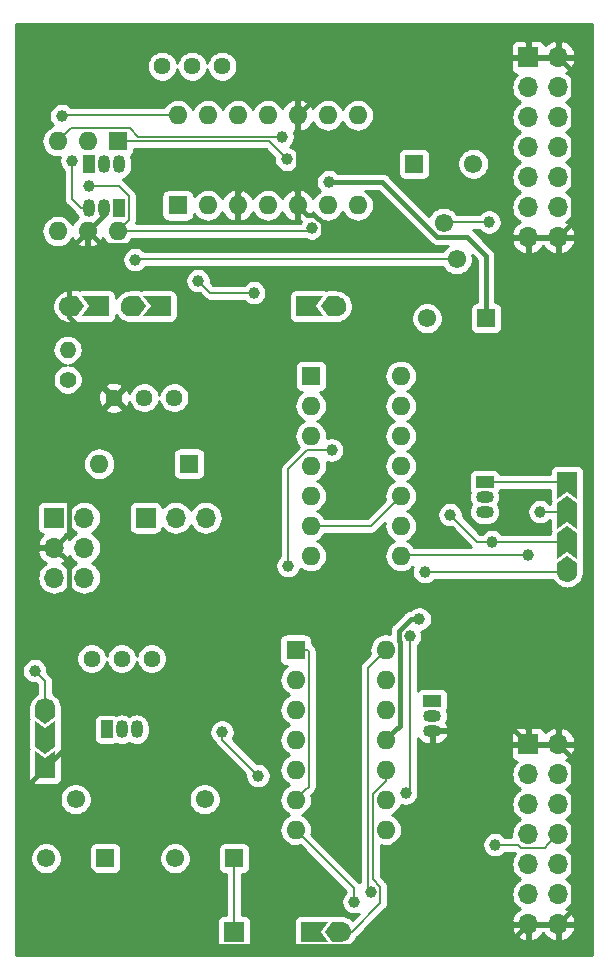
<source format=gbr>
G04 #@! TF.GenerationSoftware,KiCad,Pcbnew,(5.1.2)-2*
G04 #@! TF.CreationDate,2019-08-12T05:37:20+02:00*
G04 #@! TF.ProjectId,vco_mk1,76636f5f-6d6b-4312-9e6b-696361645f70,rev?*
G04 #@! TF.SameCoordinates,Original*
G04 #@! TF.FileFunction,Copper,L2,Bot*
G04 #@! TF.FilePolarity,Positive*
%FSLAX46Y46*%
G04 Gerber Fmt 4.6, Leading zero omitted, Abs format (unit mm)*
G04 Created by KiCad (PCBNEW (5.1.2)-2) date 2019-08-12 05:37:20*
%MOMM*%
%LPD*%
G04 APERTURE LIST*
%ADD10O,1.600000X1.600000*%
%ADD11R,1.600000X1.600000*%
%ADD12O,1.050000X1.500000*%
%ADD13R,1.050000X1.500000*%
%ADD14O,1.700000X1.700000*%
%ADD15R,1.700000X1.700000*%
%ADD16C,1.440000*%
%ADD17C,1.550000*%
%ADD18R,1.550000X1.550000*%
%ADD19C,1.400000*%
%ADD20O,1.400000X1.400000*%
%ADD21O,1.500000X1.050000*%
%ADD22R,1.500000X1.050000*%
%ADD23C,1.700000*%
%ADD24C,0.100000*%
%ADD25C,1.000000*%
%ADD26C,0.400000*%
%ADD27C,0.200000*%
%ADD28C,0.254000*%
G04 APERTURE END LIST*
D10*
X169207000Y-78101000D03*
X164127000Y-70481000D03*
X166667000Y-78101000D03*
X166667000Y-70481000D03*
X164127000Y-78101000D03*
D11*
X169207000Y-70481000D03*
D12*
X168064000Y-72449500D03*
X169334000Y-72449500D03*
D13*
X166794000Y-72449500D03*
D12*
X168064000Y-76132500D03*
X166794000Y-76132500D03*
D13*
X169334000Y-76132500D03*
D11*
X174296000Y-75910000D03*
D10*
X189536000Y-68290000D03*
X176836000Y-75910000D03*
X186996000Y-68290000D03*
X179376000Y-75910000D03*
X184456000Y-68290000D03*
X181916000Y-75910000D03*
X181916000Y-68290000D03*
X184456000Y-75910000D03*
X179376000Y-68290000D03*
X186996000Y-75910000D03*
X176836000Y-68290000D03*
X189536000Y-75910000D03*
X174296000Y-68290000D03*
D14*
X206502000Y-136779000D03*
X203962000Y-136779000D03*
X206502000Y-134239000D03*
X203962000Y-134239000D03*
X206502000Y-131699000D03*
X203962000Y-131699000D03*
X206502000Y-129159000D03*
X203962000Y-129159000D03*
X206502000Y-126619000D03*
X203962000Y-126619000D03*
X206502000Y-124079000D03*
X203962000Y-124079000D03*
X206502000Y-121539000D03*
D15*
X203962000Y-121539000D03*
D16*
X167004000Y-114300000D03*
X169544000Y-114300000D03*
X172084000Y-114300000D03*
D11*
X185563000Y-90358000D03*
D10*
X193183000Y-105598000D03*
X185563000Y-92898000D03*
X193183000Y-103058000D03*
X185563000Y-95438000D03*
X193183000Y-100518000D03*
X185563000Y-97978000D03*
X193183000Y-97978000D03*
X185563000Y-100518000D03*
X193183000Y-95438000D03*
X185563000Y-103058000D03*
X193183000Y-92898000D03*
X185563000Y-105598000D03*
X193183000Y-90358000D03*
X191896000Y-113540000D03*
X184276000Y-128780000D03*
X191896000Y-116080000D03*
X184276000Y-126240000D03*
X191896000Y-118620000D03*
X184276000Y-123700000D03*
X191896000Y-121160000D03*
X184276000Y-121160000D03*
X191896000Y-123700000D03*
X184276000Y-118620000D03*
X191896000Y-126240000D03*
X184276000Y-116080000D03*
X191896000Y-128780000D03*
D11*
X184276000Y-113540000D03*
D17*
X195406000Y-85471000D03*
D18*
X200406000Y-85471000D03*
D17*
X197906000Y-80471000D03*
X176570000Y-126191000D03*
D18*
X179070000Y-131191000D03*
D17*
X174070000Y-131191000D03*
X165648000Y-126193000D03*
D18*
X168148000Y-131193000D03*
D17*
X163148000Y-131193000D03*
X196810000Y-77390000D03*
D18*
X194310000Y-72390000D03*
D17*
X199310000Y-72390000D03*
D16*
X173990000Y-92202000D03*
X171450000Y-92202000D03*
X168910000Y-92202000D03*
D19*
X164973000Y-90678000D03*
D20*
X164973000Y-88138000D03*
D16*
X172974000Y-64135000D03*
X175514000Y-64135000D03*
X178054000Y-64135000D03*
D21*
X200279000Y-100584000D03*
X200279000Y-101854000D03*
D22*
X200279000Y-99314000D03*
X195834000Y-117856000D03*
D21*
X195834000Y-120396000D03*
X195834000Y-119126000D03*
D13*
X168275000Y-120269000D03*
D12*
X170815000Y-120269000D03*
X169545000Y-120269000D03*
D23*
X207264000Y-99314000D03*
D24*
G36*
X207264000Y-100164000D02*
G01*
X206414000Y-100764000D01*
X206414000Y-98464000D01*
X208114000Y-98464000D01*
X208114000Y-100764000D01*
X207264000Y-100164000D01*
X207264000Y-100164000D01*
G37*
D23*
X207264000Y-101854000D03*
D24*
G36*
X207264000Y-102704000D02*
G01*
X206414000Y-103304000D01*
X206414000Y-101154000D01*
X207264000Y-100554000D01*
X208114000Y-101154000D01*
X208114000Y-103304000D01*
X207264000Y-102704000D01*
X207264000Y-102704000D01*
G37*
D23*
X207264000Y-106934000D03*
D24*
G36*
X208112976Y-106934000D02*
G01*
X208112976Y-106975708D01*
X208104800Y-107058721D01*
X208088527Y-107140533D01*
X208064312Y-107220356D01*
X208032391Y-107297422D01*
X207993069Y-107370987D01*
X207946726Y-107440344D01*
X207893808Y-107504825D01*
X207834825Y-107563808D01*
X207770344Y-107616726D01*
X207700987Y-107663069D01*
X207627422Y-107702391D01*
X207550356Y-107734312D01*
X207470533Y-107758527D01*
X207388721Y-107774800D01*
X207305708Y-107782976D01*
X207222292Y-107782976D01*
X207139279Y-107774800D01*
X207057467Y-107758527D01*
X206977644Y-107734312D01*
X206900578Y-107702391D01*
X206827013Y-107663069D01*
X206757656Y-107616726D01*
X206693175Y-107563808D01*
X206634192Y-107504825D01*
X206581274Y-107440344D01*
X206534931Y-107370987D01*
X206495609Y-107297422D01*
X206463688Y-107220356D01*
X206439473Y-107140533D01*
X206423200Y-107058721D01*
X206415024Y-106975708D01*
X206415024Y-106934000D01*
X206414000Y-106934000D01*
X206414000Y-106234000D01*
X207264000Y-105634000D01*
X208114000Y-106234000D01*
X208114000Y-106934000D01*
X208112976Y-106934000D01*
X208112976Y-106934000D01*
G37*
D23*
X207264000Y-104394000D03*
D24*
G36*
X207264000Y-105244000D02*
G01*
X206414000Y-105844000D01*
X206414000Y-103694000D01*
X207264000Y-103094000D01*
X208114000Y-103694000D01*
X208114000Y-105844000D01*
X207264000Y-105244000D01*
X207264000Y-105244000D01*
G37*
D23*
X188087000Y-137414000D03*
D24*
G36*
X188087000Y-136565024D02*
G01*
X188128708Y-136565024D01*
X188211721Y-136573200D01*
X188293533Y-136589473D01*
X188373356Y-136613688D01*
X188450422Y-136645609D01*
X188523987Y-136684931D01*
X188593344Y-136731274D01*
X188657825Y-136784192D01*
X188716808Y-136843175D01*
X188769726Y-136907656D01*
X188816069Y-136977013D01*
X188855391Y-137050578D01*
X188887312Y-137127644D01*
X188911527Y-137207467D01*
X188927800Y-137289279D01*
X188935976Y-137372292D01*
X188935976Y-137455708D01*
X188927800Y-137538721D01*
X188911527Y-137620533D01*
X188887312Y-137700356D01*
X188855391Y-137777422D01*
X188816069Y-137850987D01*
X188769726Y-137920344D01*
X188716808Y-137984825D01*
X188657825Y-138043808D01*
X188593344Y-138096726D01*
X188523987Y-138143069D01*
X188450422Y-138182391D01*
X188373356Y-138214312D01*
X188293533Y-138238527D01*
X188211721Y-138254800D01*
X188128708Y-138262976D01*
X188087000Y-138262976D01*
X188087000Y-138264000D01*
X187387000Y-138264000D01*
X186787000Y-137414000D01*
X187387000Y-136564000D01*
X188087000Y-136564000D01*
X188087000Y-136565024D01*
X188087000Y-136565024D01*
G37*
D23*
X185547000Y-137414000D03*
D24*
G36*
X186397000Y-137414000D02*
G01*
X186997000Y-138264000D01*
X184697000Y-138264000D01*
X184697000Y-136564000D01*
X186997000Y-136564000D01*
X186397000Y-137414000D01*
X186397000Y-137414000D01*
G37*
D23*
X163068000Y-118493000D03*
D24*
G36*
X162219024Y-118493000D02*
G01*
X162219024Y-118451292D01*
X162227200Y-118368279D01*
X162243473Y-118286467D01*
X162267688Y-118206644D01*
X162299609Y-118129578D01*
X162338931Y-118056013D01*
X162385274Y-117986656D01*
X162438192Y-117922175D01*
X162497175Y-117863192D01*
X162561656Y-117810274D01*
X162631013Y-117763931D01*
X162704578Y-117724609D01*
X162781644Y-117692688D01*
X162861467Y-117668473D01*
X162943279Y-117652200D01*
X163026292Y-117644024D01*
X163109708Y-117644024D01*
X163192721Y-117652200D01*
X163274533Y-117668473D01*
X163354356Y-117692688D01*
X163431422Y-117724609D01*
X163504987Y-117763931D01*
X163574344Y-117810274D01*
X163638825Y-117863192D01*
X163697808Y-117922175D01*
X163750726Y-117986656D01*
X163797069Y-118056013D01*
X163836391Y-118129578D01*
X163868312Y-118206644D01*
X163892527Y-118286467D01*
X163908800Y-118368279D01*
X163916976Y-118451292D01*
X163916976Y-118493000D01*
X163918000Y-118493000D01*
X163918000Y-119193000D01*
X163068000Y-119793000D01*
X162218000Y-119193000D01*
X162218000Y-118493000D01*
X162219024Y-118493000D01*
X162219024Y-118493000D01*
G37*
D23*
X163068000Y-121033000D03*
D24*
G36*
X163068000Y-120183000D02*
G01*
X163918000Y-119583000D01*
X163918000Y-121733000D01*
X163068000Y-122333000D01*
X162218000Y-121733000D01*
X162218000Y-119583000D01*
X163068000Y-120183000D01*
X163068000Y-120183000D01*
G37*
D23*
X163068000Y-123573000D03*
D24*
G36*
X163068000Y-122723000D02*
G01*
X163918000Y-122123000D01*
X163918000Y-124423000D01*
X162218000Y-124423000D01*
X162218000Y-122123000D01*
X163068000Y-122723000D01*
X163068000Y-122723000D01*
G37*
D23*
X165100000Y-84455000D03*
D24*
G36*
X165100000Y-85303976D02*
G01*
X165058292Y-85303976D01*
X164975279Y-85295800D01*
X164893467Y-85279527D01*
X164813644Y-85255312D01*
X164736578Y-85223391D01*
X164663013Y-85184069D01*
X164593656Y-85137726D01*
X164529175Y-85084808D01*
X164470192Y-85025825D01*
X164417274Y-84961344D01*
X164370931Y-84891987D01*
X164331609Y-84818422D01*
X164299688Y-84741356D01*
X164275473Y-84661533D01*
X164259200Y-84579721D01*
X164251024Y-84496708D01*
X164251024Y-84413292D01*
X164259200Y-84330279D01*
X164275473Y-84248467D01*
X164299688Y-84168644D01*
X164331609Y-84091578D01*
X164370931Y-84018013D01*
X164417274Y-83948656D01*
X164470192Y-83884175D01*
X164529175Y-83825192D01*
X164593656Y-83772274D01*
X164663013Y-83725931D01*
X164736578Y-83686609D01*
X164813644Y-83654688D01*
X164893467Y-83630473D01*
X164975279Y-83614200D01*
X165058292Y-83606024D01*
X165100000Y-83606024D01*
X165100000Y-83605000D01*
X165800000Y-83605000D01*
X166400000Y-84455000D01*
X165800000Y-85305000D01*
X165100000Y-85305000D01*
X165100000Y-85303976D01*
X165100000Y-85303976D01*
G37*
D23*
X167640000Y-84455000D03*
D24*
G36*
X166790000Y-84455000D02*
G01*
X166190000Y-83605000D01*
X168490000Y-83605000D01*
X168490000Y-85305000D01*
X166190000Y-85305000D01*
X166790000Y-84455000D01*
X166790000Y-84455000D01*
G37*
D23*
X187706000Y-84455000D03*
D24*
G36*
X187706000Y-83606024D02*
G01*
X187747708Y-83606024D01*
X187830721Y-83614200D01*
X187912533Y-83630473D01*
X187992356Y-83654688D01*
X188069422Y-83686609D01*
X188142987Y-83725931D01*
X188212344Y-83772274D01*
X188276825Y-83825192D01*
X188335808Y-83884175D01*
X188388726Y-83948656D01*
X188435069Y-84018013D01*
X188474391Y-84091578D01*
X188506312Y-84168644D01*
X188530527Y-84248467D01*
X188546800Y-84330279D01*
X188554976Y-84413292D01*
X188554976Y-84496708D01*
X188546800Y-84579721D01*
X188530527Y-84661533D01*
X188506312Y-84741356D01*
X188474391Y-84818422D01*
X188435069Y-84891987D01*
X188388726Y-84961344D01*
X188335808Y-85025825D01*
X188276825Y-85084808D01*
X188212344Y-85137726D01*
X188142987Y-85184069D01*
X188069422Y-85223391D01*
X187992356Y-85255312D01*
X187912533Y-85279527D01*
X187830721Y-85295800D01*
X187747708Y-85303976D01*
X187706000Y-85303976D01*
X187706000Y-85305000D01*
X187006000Y-85305000D01*
X186406000Y-84455000D01*
X187006000Y-83605000D01*
X187706000Y-83605000D01*
X187706000Y-83606024D01*
X187706000Y-83606024D01*
G37*
D23*
X185166000Y-84455000D03*
D24*
G36*
X186016000Y-84455000D02*
G01*
X186616000Y-85305000D01*
X184316000Y-85305000D01*
X184316000Y-83605000D01*
X186616000Y-83605000D01*
X186016000Y-84455000D01*
X186016000Y-84455000D01*
G37*
D23*
X170307000Y-84455000D03*
D24*
G36*
X170307000Y-85303976D02*
G01*
X170265292Y-85303976D01*
X170182279Y-85295800D01*
X170100467Y-85279527D01*
X170020644Y-85255312D01*
X169943578Y-85223391D01*
X169870013Y-85184069D01*
X169800656Y-85137726D01*
X169736175Y-85084808D01*
X169677192Y-85025825D01*
X169624274Y-84961344D01*
X169577931Y-84891987D01*
X169538609Y-84818422D01*
X169506688Y-84741356D01*
X169482473Y-84661533D01*
X169466200Y-84579721D01*
X169458024Y-84496708D01*
X169458024Y-84413292D01*
X169466200Y-84330279D01*
X169482473Y-84248467D01*
X169506688Y-84168644D01*
X169538609Y-84091578D01*
X169577931Y-84018013D01*
X169624274Y-83948656D01*
X169677192Y-83884175D01*
X169736175Y-83825192D01*
X169800656Y-83772274D01*
X169870013Y-83725931D01*
X169943578Y-83686609D01*
X170020644Y-83654688D01*
X170100467Y-83630473D01*
X170182279Y-83614200D01*
X170265292Y-83606024D01*
X170307000Y-83606024D01*
X170307000Y-83605000D01*
X171007000Y-83605000D01*
X171607000Y-84455000D01*
X171007000Y-85305000D01*
X170307000Y-85305000D01*
X170307000Y-85303976D01*
X170307000Y-85303976D01*
G37*
D23*
X172847000Y-84455000D03*
D24*
G36*
X171997000Y-84455000D02*
G01*
X171397000Y-83605000D01*
X173697000Y-83605000D01*
X173697000Y-85305000D01*
X171397000Y-85305000D01*
X171997000Y-84455000D01*
X171997000Y-84455000D01*
G37*
D15*
X179070000Y-137414000D03*
D14*
X176657000Y-102362000D03*
X174117000Y-102362000D03*
D15*
X171577000Y-102362000D03*
D14*
X206502000Y-78613000D03*
X203962000Y-78613000D03*
X206502000Y-76073000D03*
X203962000Y-76073000D03*
X206502000Y-73533000D03*
X203962000Y-73533000D03*
X206502000Y-70993000D03*
X203962000Y-70993000D03*
X206502000Y-68453000D03*
X203962000Y-68453000D03*
X206502000Y-65913000D03*
X203962000Y-65913000D03*
X206502000Y-63373000D03*
D15*
X203962000Y-63373000D03*
D14*
X166370000Y-107442000D03*
X163830000Y-107442000D03*
X166370000Y-104902000D03*
X163830000Y-104902000D03*
X166370000Y-102362000D03*
D15*
X163830000Y-102362000D03*
D10*
X167640000Y-97790000D03*
D11*
X175260000Y-97790000D03*
D25*
X194754500Y-110934500D03*
X187071000Y-73914000D03*
X178054000Y-116713000D03*
X181102000Y-86233000D03*
X190627000Y-83693000D03*
X193929000Y-65405000D03*
X195961000Y-95377000D03*
X173482000Y-107188000D03*
X188341000Y-126746000D03*
X188087000Y-114300000D03*
X189992000Y-99060000D03*
X166751000Y-74295000D03*
X185674000Y-77851000D03*
X203962000Y-105537000D03*
X201168000Y-130048000D03*
X181102000Y-124206000D03*
X178054000Y-120523000D03*
X189228392Y-134875005D03*
X190617192Y-134041010D03*
X200914000Y-104394000D03*
X197358000Y-102108000D03*
X183134000Y-70104000D03*
X200660000Y-77343000D03*
X165354000Y-72136000D03*
X183520814Y-72014814D03*
X162179000Y-115316000D03*
X164465000Y-68326000D03*
X195199000Y-106934000D03*
X204978000Y-101854000D03*
X176022000Y-82296000D03*
X180721000Y-83312000D03*
X170688000Y-80518000D03*
X183642000Y-106426000D03*
X187325000Y-96647000D03*
X193929000Y-112395000D03*
X193584551Y-125674587D03*
D26*
X193096001Y-119959999D02*
X192695999Y-120360001D01*
X192695999Y-120360001D02*
X191896000Y-121160000D01*
X193028999Y-111952895D02*
X193028999Y-112827001D01*
X193028999Y-112827001D02*
X193096001Y-112894003D01*
X194754500Y-110934500D02*
X194047394Y-110934500D01*
X194047394Y-110934500D02*
X193028999Y-111952895D01*
X193096001Y-112894003D02*
X193096001Y-119959999D01*
X196245999Y-78565001D02*
X191594998Y-73914000D01*
X198761879Y-78565001D02*
X196245999Y-78565001D01*
X200406000Y-85471000D02*
X200406000Y-80209122D01*
X200406000Y-80209122D02*
X198761879Y-78565001D01*
X191594998Y-73914000D02*
X187071000Y-73914000D01*
X163988710Y-122652290D02*
X163068000Y-123573000D01*
X165080001Y-121560999D02*
X163988710Y-122652290D01*
X165080001Y-106152001D02*
X165080001Y-121560999D01*
X163830000Y-104902000D02*
X165080001Y-106152001D01*
X168190001Y-92921999D02*
X168910000Y-92202000D01*
X165080001Y-96031999D02*
X168190001Y-92921999D01*
X165080001Y-103651999D02*
X165080001Y-96031999D01*
X163830000Y-104902000D02*
X165080001Y-103651999D01*
X165100000Y-85400907D02*
X165100000Y-84455000D01*
X169629999Y-89930906D02*
X165100000Y-85400907D01*
X169629999Y-91482001D02*
X169629999Y-89930906D01*
X168910000Y-92202000D02*
X169629999Y-91482001D01*
X165100000Y-79668000D02*
X166667000Y-78101000D01*
X165100000Y-84455000D02*
X165100000Y-79668000D01*
X168064000Y-76704000D02*
X168064000Y-76132500D01*
X166667000Y-78101000D02*
X168064000Y-76704000D01*
X184456000Y-69421370D02*
X184456000Y-75910000D01*
X184456000Y-68290000D02*
X184456000Y-69421370D01*
X202819000Y-120396000D02*
X203962000Y-121539000D01*
X195834000Y-120396000D02*
X202819000Y-120396000D01*
X203962000Y-121539000D02*
X206502000Y-121539000D01*
X203962000Y-136779000D02*
X206502000Y-136779000D01*
X203112001Y-137628999D02*
X203962000Y-136779000D01*
X202076990Y-138664010D02*
X203112001Y-137628999D01*
X173349008Y-138664010D02*
X202076990Y-138664010D01*
X161972999Y-127288001D02*
X173349008Y-138664010D01*
X161972999Y-124668001D02*
X161972999Y-127288001D01*
X163068000Y-123573000D02*
X161972999Y-124668001D01*
X207351999Y-122388999D02*
X206502000Y-121539000D01*
X207752001Y-122789001D02*
X207351999Y-122388999D01*
X207752001Y-135528999D02*
X207752001Y-122789001D01*
X206502000Y-136779000D02*
X207752001Y-135528999D01*
X206502000Y-78613000D02*
X203962000Y-78613000D01*
X207351999Y-64222999D02*
X206502000Y-63373000D01*
X207752001Y-64623001D02*
X207351999Y-64222999D01*
X207752001Y-77362999D02*
X207752001Y-64623001D01*
X206502000Y-78613000D02*
X207752001Y-77362999D01*
X189373000Y-63373000D02*
X184456000Y-68290000D01*
X203962000Y-63373000D02*
X189373000Y-63373000D01*
X182691368Y-73013998D02*
X181140632Y-73013998D01*
X179376000Y-74778630D02*
X179376000Y-75910000D01*
X181140632Y-73013998D02*
X179376000Y-74778630D01*
X184456000Y-74778630D02*
X182691368Y-73013998D01*
X184456000Y-75910000D02*
X184456000Y-74778630D01*
X185683003Y-79301001D02*
X186574002Y-78410002D01*
X185865003Y-76709999D02*
X185255999Y-76709999D01*
X167867001Y-79301001D02*
X185683003Y-79301001D01*
X166667000Y-78101000D02*
X167867001Y-79301001D01*
X186574002Y-78410002D02*
X186574002Y-77418998D01*
X185255999Y-76709999D02*
X184456000Y-75910000D01*
X186574002Y-77418998D02*
X185865003Y-76709999D01*
D27*
X169311502Y-74295000D02*
X166751000Y-74295000D01*
X170159001Y-75142499D02*
X169311502Y-74295000D01*
X169207000Y-78101000D02*
X170159001Y-77148999D01*
X170159001Y-77148999D02*
X170159001Y-75142499D01*
X185424000Y-78101000D02*
X185674000Y-77851000D01*
X169207000Y-78101000D02*
X185424000Y-78101000D01*
X185075999Y-125440001D02*
X184276000Y-126240000D01*
X185376001Y-125139999D02*
X185075999Y-125440001D01*
X185376001Y-113640001D02*
X185376001Y-125139999D01*
X185276000Y-113540000D02*
X185376001Y-113640001D01*
X184276000Y-113540000D02*
X185276000Y-113540000D01*
X191896000Y-124611998D02*
X190795999Y-125711999D01*
X191427002Y-135019905D02*
X189032907Y-137414000D01*
X189032907Y-137414000D02*
X188087000Y-137414000D01*
X191427002Y-133600998D02*
X191427002Y-135019905D01*
X190795999Y-132969995D02*
X191427002Y-133600998D01*
X190795999Y-125711999D02*
X190795999Y-132969995D01*
X191896000Y-123700000D02*
X191896000Y-124611998D01*
X193244000Y-105537000D02*
X193183000Y-105598000D01*
X203962000Y-105537000D02*
X193244000Y-105537000D01*
X205652001Y-130008999D02*
X206502000Y-129159000D01*
X205351999Y-130309001D02*
X205652001Y-130008999D01*
X203370054Y-130309001D02*
X205351999Y-130309001D01*
X201168000Y-130048000D02*
X203109053Y-130048000D01*
X203109053Y-130048000D02*
X203370054Y-130309001D01*
X181102000Y-124206000D02*
X178054000Y-121158000D01*
X178054000Y-121158000D02*
X178054000Y-120523000D01*
X189228392Y-133732392D02*
X189228392Y-134167899D01*
X189228392Y-134167899D02*
X189228392Y-134875005D01*
X184276000Y-128780000D02*
X189228392Y-133732392D01*
X190373000Y-133796818D02*
X190617192Y-134041010D01*
X191896000Y-113540000D02*
X190373000Y-115063000D01*
X190373000Y-115063000D02*
X190373000Y-133796818D01*
X201621106Y-104394000D02*
X207264000Y-104394000D01*
X200914000Y-104394000D02*
X201621106Y-104394000D01*
X199644000Y-104394000D02*
X200914000Y-104394000D01*
X197358000Y-102108000D02*
X199644000Y-104394000D01*
X170970002Y-70104000D02*
X183134000Y-70104000D01*
X170247001Y-69380999D02*
X170970002Y-70104000D01*
X164127000Y-70481000D02*
X165227001Y-69380999D01*
X165227001Y-69380999D02*
X170247001Y-69380999D01*
X196857000Y-77343000D02*
X196810000Y-77390000D01*
X200660000Y-77343000D02*
X196857000Y-77343000D01*
X166069000Y-76132500D02*
X166794000Y-76132500D01*
X165354000Y-75417500D02*
X166069000Y-76132500D01*
X165354000Y-72136000D02*
X165354000Y-75417500D01*
X182010010Y-70504010D02*
X183520814Y-72014814D01*
X170230010Y-70504010D02*
X182010010Y-70504010D01*
X169207000Y-70481000D02*
X170207000Y-70481000D01*
X170207000Y-70481000D02*
X170230010Y-70504010D01*
X179070000Y-136364000D02*
X179070000Y-131191000D01*
X179070000Y-137414000D02*
X179070000Y-136364000D01*
X163068000Y-116205000D02*
X163068000Y-118493000D01*
X162179000Y-115316000D02*
X163068000Y-116205000D01*
X164501000Y-68290000D02*
X164465000Y-68326000D01*
X174296000Y-68290000D02*
X164501000Y-68290000D01*
X195199000Y-106934000D02*
X207264000Y-106934000D01*
X204978000Y-101854000D02*
X207264000Y-101854000D01*
X200279000Y-99314000D02*
X207264000Y-99314000D01*
X177038000Y-83312000D02*
X176022000Y-82296000D01*
X180721000Y-83312000D02*
X177038000Y-83312000D01*
X197906000Y-80471000D02*
X170735000Y-80471000D01*
X170735000Y-80471000D02*
X170688000Y-80518000D01*
X185265998Y-96647000D02*
X187325000Y-96647000D01*
X183642000Y-106426000D02*
X183642000Y-98270998D01*
X183642000Y-98270998D02*
X185265998Y-96647000D01*
X193929000Y-125330138D02*
X193584551Y-125674587D01*
X193929000Y-112395000D02*
X193929000Y-125330138D01*
X190643000Y-103058000D02*
X193183000Y-100518000D01*
X185563000Y-103058000D02*
X190643000Y-103058000D01*
D28*
G36*
X209398000Y-139398000D02*
G01*
X160602000Y-139398000D01*
X160602000Y-136564000D01*
X177640209Y-136564000D01*
X177640209Y-138264000D01*
X177651350Y-138377112D01*
X177684343Y-138485876D01*
X177737921Y-138586115D01*
X177810026Y-138673974D01*
X177897885Y-138746079D01*
X177998124Y-138799657D01*
X178106888Y-138832650D01*
X178220000Y-138843791D01*
X179920000Y-138843791D01*
X180033112Y-138832650D01*
X180141876Y-138799657D01*
X180242115Y-138746079D01*
X180329974Y-138673974D01*
X180402079Y-138586115D01*
X180455657Y-138485876D01*
X180488650Y-138377112D01*
X180499791Y-138264000D01*
X180499791Y-136564000D01*
X180488650Y-136450888D01*
X180455657Y-136342124D01*
X180402079Y-136241885D01*
X180329974Y-136154026D01*
X180242115Y-136081921D01*
X180141876Y-136028343D01*
X180033112Y-135995350D01*
X179920000Y-135984209D01*
X179747000Y-135984209D01*
X179747000Y-132545791D01*
X179845000Y-132545791D01*
X179958112Y-132534650D01*
X180066876Y-132501657D01*
X180167115Y-132448079D01*
X180254974Y-132375974D01*
X180327079Y-132288115D01*
X180380657Y-132187876D01*
X180413650Y-132079112D01*
X180424791Y-131966000D01*
X180424791Y-130416000D01*
X180413650Y-130302888D01*
X180380657Y-130194124D01*
X180327079Y-130093885D01*
X180254974Y-130006026D01*
X180167115Y-129933921D01*
X180066876Y-129880343D01*
X179958112Y-129847350D01*
X179845000Y-129836209D01*
X178295000Y-129836209D01*
X178181888Y-129847350D01*
X178073124Y-129880343D01*
X177972885Y-129933921D01*
X177885026Y-130006026D01*
X177812921Y-130093885D01*
X177759343Y-130194124D01*
X177726350Y-130302888D01*
X177715209Y-130416000D01*
X177715209Y-131966000D01*
X177726350Y-132079112D01*
X177759343Y-132187876D01*
X177812921Y-132288115D01*
X177885026Y-132375974D01*
X177972885Y-132448079D01*
X178073124Y-132501657D01*
X178181888Y-132534650D01*
X178295000Y-132545791D01*
X178393001Y-132545791D01*
X178393000Y-135984209D01*
X178220000Y-135984209D01*
X178106888Y-135995350D01*
X177998124Y-136028343D01*
X177897885Y-136081921D01*
X177810026Y-136154026D01*
X177737921Y-136241885D01*
X177684343Y-136342124D01*
X177651350Y-136450888D01*
X177640209Y-136564000D01*
X160602000Y-136564000D01*
X160602000Y-131059840D01*
X161796000Y-131059840D01*
X161796000Y-131326160D01*
X161847956Y-131587364D01*
X161949873Y-131833412D01*
X162097833Y-132054850D01*
X162286150Y-132243167D01*
X162507588Y-132391127D01*
X162753636Y-132493044D01*
X163014840Y-132545000D01*
X163281160Y-132545000D01*
X163542364Y-132493044D01*
X163788412Y-132391127D01*
X164009850Y-132243167D01*
X164198167Y-132054850D01*
X164346127Y-131833412D01*
X164448044Y-131587364D01*
X164500000Y-131326160D01*
X164500000Y-131059840D01*
X164448044Y-130798636D01*
X164346127Y-130552588D01*
X164256199Y-130418000D01*
X166793209Y-130418000D01*
X166793209Y-131968000D01*
X166804350Y-132081112D01*
X166837343Y-132189876D01*
X166890921Y-132290115D01*
X166963026Y-132377974D01*
X167050885Y-132450079D01*
X167151124Y-132503657D01*
X167259888Y-132536650D01*
X167373000Y-132547791D01*
X168923000Y-132547791D01*
X169036112Y-132536650D01*
X169144876Y-132503657D01*
X169245115Y-132450079D01*
X169332974Y-132377974D01*
X169405079Y-132290115D01*
X169458657Y-132189876D01*
X169491650Y-132081112D01*
X169502791Y-131968000D01*
X169502791Y-131057840D01*
X172718000Y-131057840D01*
X172718000Y-131324160D01*
X172769956Y-131585364D01*
X172871873Y-131831412D01*
X173019833Y-132052850D01*
X173208150Y-132241167D01*
X173429588Y-132389127D01*
X173675636Y-132491044D01*
X173936840Y-132543000D01*
X174203160Y-132543000D01*
X174464364Y-132491044D01*
X174710412Y-132389127D01*
X174931850Y-132241167D01*
X175120167Y-132052850D01*
X175268127Y-131831412D01*
X175370044Y-131585364D01*
X175422000Y-131324160D01*
X175422000Y-131057840D01*
X175370044Y-130796636D01*
X175268127Y-130550588D01*
X175120167Y-130329150D01*
X174931850Y-130140833D01*
X174710412Y-129992873D01*
X174464364Y-129890956D01*
X174203160Y-129839000D01*
X173936840Y-129839000D01*
X173675636Y-129890956D01*
X173429588Y-129992873D01*
X173208150Y-130140833D01*
X173019833Y-130329150D01*
X172871873Y-130550588D01*
X172769956Y-130796636D01*
X172718000Y-131057840D01*
X169502791Y-131057840D01*
X169502791Y-130418000D01*
X169491650Y-130304888D01*
X169458657Y-130196124D01*
X169405079Y-130095885D01*
X169332974Y-130008026D01*
X169245115Y-129935921D01*
X169144876Y-129882343D01*
X169036112Y-129849350D01*
X168923000Y-129838209D01*
X167373000Y-129838209D01*
X167259888Y-129849350D01*
X167151124Y-129882343D01*
X167050885Y-129935921D01*
X166963026Y-130008026D01*
X166890921Y-130095885D01*
X166837343Y-130196124D01*
X166804350Y-130304888D01*
X166793209Y-130418000D01*
X164256199Y-130418000D01*
X164198167Y-130331150D01*
X164009850Y-130142833D01*
X163788412Y-129994873D01*
X163542364Y-129892956D01*
X163281160Y-129841000D01*
X163014840Y-129841000D01*
X162753636Y-129892956D01*
X162507588Y-129994873D01*
X162286150Y-130142833D01*
X162097833Y-130331150D01*
X161949873Y-130552588D01*
X161847956Y-130798636D01*
X161796000Y-131059840D01*
X160602000Y-131059840D01*
X160602000Y-126059840D01*
X164296000Y-126059840D01*
X164296000Y-126326160D01*
X164347956Y-126587364D01*
X164449873Y-126833412D01*
X164597833Y-127054850D01*
X164786150Y-127243167D01*
X165007588Y-127391127D01*
X165253636Y-127493044D01*
X165514840Y-127545000D01*
X165781160Y-127545000D01*
X166042364Y-127493044D01*
X166288412Y-127391127D01*
X166509850Y-127243167D01*
X166698167Y-127054850D01*
X166846127Y-126833412D01*
X166948044Y-126587364D01*
X167000000Y-126326160D01*
X167000000Y-126059840D01*
X166999603Y-126057840D01*
X175218000Y-126057840D01*
X175218000Y-126324160D01*
X175269956Y-126585364D01*
X175371873Y-126831412D01*
X175519833Y-127052850D01*
X175708150Y-127241167D01*
X175929588Y-127389127D01*
X176175636Y-127491044D01*
X176436840Y-127543000D01*
X176703160Y-127543000D01*
X176964364Y-127491044D01*
X177210412Y-127389127D01*
X177431850Y-127241167D01*
X177620167Y-127052850D01*
X177768127Y-126831412D01*
X177870044Y-126585364D01*
X177922000Y-126324160D01*
X177922000Y-126057840D01*
X177870044Y-125796636D01*
X177768127Y-125550588D01*
X177620167Y-125329150D01*
X177431850Y-125140833D01*
X177210412Y-124992873D01*
X176964364Y-124890956D01*
X176703160Y-124839000D01*
X176436840Y-124839000D01*
X176175636Y-124890956D01*
X175929588Y-124992873D01*
X175708150Y-125140833D01*
X175519833Y-125329150D01*
X175371873Y-125550588D01*
X175269956Y-125796636D01*
X175218000Y-126057840D01*
X166999603Y-126057840D01*
X166948044Y-125798636D01*
X166846127Y-125552588D01*
X166698167Y-125331150D01*
X166509850Y-125142833D01*
X166288412Y-124994873D01*
X166042364Y-124892956D01*
X165781160Y-124841000D01*
X165514840Y-124841000D01*
X165253636Y-124892956D01*
X165007588Y-124994873D01*
X164786150Y-125142833D01*
X164597833Y-125331150D01*
X164449873Y-125552588D01*
X164347956Y-125798636D01*
X164296000Y-126059840D01*
X160602000Y-126059840D01*
X160602000Y-115209925D01*
X161102000Y-115209925D01*
X161102000Y-115422075D01*
X161143389Y-115630149D01*
X161224575Y-115826151D01*
X161342440Y-116002547D01*
X161492453Y-116152560D01*
X161668849Y-116270425D01*
X161864851Y-116351611D01*
X162072925Y-116393000D01*
X162285075Y-116393000D01*
X162296337Y-116390760D01*
X162391000Y-116485423D01*
X162391000Y-117236805D01*
X162345198Y-117261287D01*
X162206651Y-117353861D01*
X162118791Y-117425966D01*
X162000966Y-117543791D01*
X161928861Y-117631651D01*
X161836287Y-117770198D01*
X161782709Y-117870437D01*
X161718943Y-118024382D01*
X161685950Y-118133145D01*
X161653442Y-118296572D01*
X161642301Y-118409685D01*
X161642301Y-118451445D01*
X161638208Y-118493000D01*
X161638208Y-119193000D01*
X161646638Y-119291511D01*
X161673686Y-119389658D01*
X161649349Y-119469888D01*
X161638208Y-119583000D01*
X161638208Y-121733000D01*
X161646638Y-121831511D01*
X161673686Y-121929658D01*
X161649349Y-122009888D01*
X161638208Y-122123000D01*
X161638208Y-124423000D01*
X161649349Y-124536112D01*
X161682342Y-124644877D01*
X161735921Y-124745115D01*
X161808025Y-124832975D01*
X161895885Y-124905079D01*
X161996123Y-124958658D01*
X162104888Y-124991651D01*
X162218000Y-125002792D01*
X163918000Y-125002792D01*
X164031112Y-124991651D01*
X164139877Y-124958658D01*
X164240115Y-124905079D01*
X164327975Y-124832975D01*
X164400079Y-124745115D01*
X164453658Y-124644877D01*
X164486651Y-124536112D01*
X164497792Y-124423000D01*
X164497792Y-122123000D01*
X164483568Y-121995361D01*
X164461536Y-121928907D01*
X164486651Y-121846112D01*
X164497792Y-121733000D01*
X164497792Y-119583000D01*
X164490660Y-119519000D01*
X167170209Y-119519000D01*
X167170209Y-121019000D01*
X167181350Y-121132112D01*
X167214343Y-121240876D01*
X167267921Y-121341115D01*
X167340026Y-121428974D01*
X167427885Y-121501079D01*
X167528124Y-121554657D01*
X167636888Y-121587650D01*
X167750000Y-121598791D01*
X168800000Y-121598791D01*
X168913112Y-121587650D01*
X169021876Y-121554657D01*
X169106747Y-121509293D01*
X169121243Y-121517041D01*
X169328971Y-121580055D01*
X169545000Y-121601332D01*
X169761030Y-121580055D01*
X169968758Y-121517041D01*
X170160201Y-121414713D01*
X170180000Y-121398464D01*
X170199800Y-121414713D01*
X170391243Y-121517041D01*
X170598971Y-121580055D01*
X170815000Y-121601332D01*
X171031030Y-121580055D01*
X171238758Y-121517041D01*
X171430201Y-121414713D01*
X171598002Y-121277002D01*
X171735713Y-121109201D01*
X171838041Y-120917757D01*
X171901055Y-120710029D01*
X171917000Y-120548136D01*
X171917000Y-120416925D01*
X176977000Y-120416925D01*
X176977000Y-120629075D01*
X177018389Y-120837149D01*
X177099575Y-121033151D01*
X177217440Y-121209547D01*
X177367453Y-121359560D01*
X177417907Y-121393273D01*
X177425508Y-121418329D01*
X177488372Y-121535940D01*
X177539953Y-121598791D01*
X177572973Y-121639026D01*
X177598800Y-121660222D01*
X180027240Y-124088663D01*
X180025000Y-124099925D01*
X180025000Y-124312075D01*
X180066389Y-124520149D01*
X180147575Y-124716151D01*
X180265440Y-124892547D01*
X180415453Y-125042560D01*
X180591849Y-125160425D01*
X180787851Y-125241611D01*
X180995925Y-125283000D01*
X181208075Y-125283000D01*
X181416149Y-125241611D01*
X181612151Y-125160425D01*
X181788547Y-125042560D01*
X181938560Y-124892547D01*
X182056425Y-124716151D01*
X182137611Y-124520149D01*
X182179000Y-124312075D01*
X182179000Y-124099925D01*
X182137611Y-123891851D01*
X182056425Y-123695849D01*
X181938560Y-123519453D01*
X181788547Y-123369440D01*
X181612151Y-123251575D01*
X181416149Y-123170389D01*
X181208075Y-123129000D01*
X180995925Y-123129000D01*
X180984663Y-123131240D01*
X178959618Y-121106196D01*
X179008425Y-121033151D01*
X179089611Y-120837149D01*
X179131000Y-120629075D01*
X179131000Y-120416925D01*
X179089611Y-120208851D01*
X179008425Y-120012849D01*
X178890560Y-119836453D01*
X178740547Y-119686440D01*
X178564151Y-119568575D01*
X178368149Y-119487389D01*
X178160075Y-119446000D01*
X177947925Y-119446000D01*
X177739851Y-119487389D01*
X177543849Y-119568575D01*
X177367453Y-119686440D01*
X177217440Y-119836453D01*
X177099575Y-120012849D01*
X177018389Y-120208851D01*
X176977000Y-120416925D01*
X171917000Y-120416925D01*
X171917000Y-119989863D01*
X171901055Y-119827970D01*
X171838041Y-119620242D01*
X171735713Y-119428799D01*
X171598002Y-119260998D01*
X171430201Y-119123287D01*
X171238757Y-119020959D01*
X171031029Y-118957945D01*
X170815000Y-118936668D01*
X170598970Y-118957945D01*
X170391242Y-119020959D01*
X170199799Y-119123287D01*
X170180000Y-119139536D01*
X170160201Y-119123287D01*
X169968757Y-119020959D01*
X169761029Y-118957945D01*
X169545000Y-118936668D01*
X169328970Y-118957945D01*
X169121242Y-119020959D01*
X169106747Y-119028707D01*
X169021876Y-118983343D01*
X168913112Y-118950350D01*
X168800000Y-118939209D01*
X167750000Y-118939209D01*
X167636888Y-118950350D01*
X167528124Y-118983343D01*
X167427885Y-119036921D01*
X167340026Y-119109026D01*
X167267921Y-119196885D01*
X167214343Y-119297124D01*
X167181350Y-119405888D01*
X167170209Y-119519000D01*
X164490660Y-119519000D01*
X164483568Y-119455361D01*
X164461536Y-119388907D01*
X164486651Y-119306112D01*
X164497792Y-119193000D01*
X164497792Y-118493000D01*
X164493699Y-118451445D01*
X164493699Y-118409685D01*
X164482558Y-118296572D01*
X164450050Y-118133145D01*
X164417057Y-118024382D01*
X164353291Y-117870437D01*
X164299713Y-117770198D01*
X164207139Y-117631651D01*
X164135034Y-117543791D01*
X164017209Y-117425966D01*
X163929349Y-117353861D01*
X163790802Y-117261287D01*
X163745000Y-117236806D01*
X163745000Y-116238252D01*
X163748275Y-116205000D01*
X163735964Y-116080000D01*
X182892338Y-116080000D01*
X182918925Y-116349939D01*
X182997663Y-116609505D01*
X183125527Y-116848721D01*
X183297603Y-117058397D01*
X183507279Y-117230473D01*
X183730898Y-117350000D01*
X183507279Y-117469527D01*
X183297603Y-117641603D01*
X183125527Y-117851279D01*
X182997663Y-118090495D01*
X182918925Y-118350061D01*
X182892338Y-118620000D01*
X182918925Y-118889939D01*
X182997663Y-119149505D01*
X183125527Y-119388721D01*
X183297603Y-119598397D01*
X183507279Y-119770473D01*
X183730898Y-119890000D01*
X183507279Y-120009527D01*
X183297603Y-120181603D01*
X183125527Y-120391279D01*
X182997663Y-120630495D01*
X182918925Y-120890061D01*
X182892338Y-121160000D01*
X182918925Y-121429939D01*
X182997663Y-121689505D01*
X183125527Y-121928721D01*
X183297603Y-122138397D01*
X183507279Y-122310473D01*
X183730898Y-122430000D01*
X183507279Y-122549527D01*
X183297603Y-122721603D01*
X183125527Y-122931279D01*
X182997663Y-123170495D01*
X182918925Y-123430061D01*
X182892338Y-123700000D01*
X182918925Y-123969939D01*
X182997663Y-124229505D01*
X183125527Y-124468721D01*
X183297603Y-124678397D01*
X183507279Y-124850473D01*
X183730898Y-124970000D01*
X183507279Y-125089527D01*
X183297603Y-125261603D01*
X183125527Y-125471279D01*
X182997663Y-125710495D01*
X182918925Y-125970061D01*
X182892338Y-126240000D01*
X182918925Y-126509939D01*
X182997663Y-126769505D01*
X183125527Y-127008721D01*
X183297603Y-127218397D01*
X183507279Y-127390473D01*
X183730898Y-127510000D01*
X183507279Y-127629527D01*
X183297603Y-127801603D01*
X183125527Y-128011279D01*
X182997663Y-128250495D01*
X182918925Y-128510061D01*
X182892338Y-128780000D01*
X182918925Y-129049939D01*
X182997663Y-129309505D01*
X183125527Y-129548721D01*
X183297603Y-129758397D01*
X183507279Y-129930473D01*
X183746495Y-130058337D01*
X184006061Y-130137075D01*
X184208360Y-130157000D01*
X184343640Y-130157000D01*
X184545939Y-130137075D01*
X184645463Y-130106885D01*
X188551392Y-134012815D01*
X188551392Y-134032066D01*
X188541845Y-134038445D01*
X188391832Y-134188458D01*
X188273967Y-134364854D01*
X188192781Y-134560856D01*
X188151392Y-134768930D01*
X188151392Y-134981080D01*
X188192781Y-135189154D01*
X188273967Y-135385156D01*
X188391832Y-135561552D01*
X188541845Y-135711565D01*
X188718241Y-135829430D01*
X188914243Y-135910616D01*
X189122317Y-135952005D01*
X189334467Y-135952005D01*
X189542541Y-135910616D01*
X189604556Y-135884929D01*
X189089364Y-136400121D01*
X189036209Y-136346966D01*
X188948349Y-136274861D01*
X188809802Y-136182287D01*
X188709563Y-136128709D01*
X188555618Y-136064943D01*
X188446855Y-136031950D01*
X188283428Y-135999442D01*
X188170315Y-135988301D01*
X188128555Y-135988301D01*
X188087000Y-135984208D01*
X187387000Y-135984208D01*
X187288489Y-135992638D01*
X187190342Y-136019686D01*
X187110112Y-135995349D01*
X186997000Y-135984208D01*
X184697000Y-135984208D01*
X184583888Y-135995349D01*
X184475123Y-136028342D01*
X184374885Y-136081921D01*
X184287025Y-136154025D01*
X184214921Y-136241885D01*
X184161342Y-136342123D01*
X184128349Y-136450888D01*
X184117208Y-136564000D01*
X184117208Y-138264000D01*
X184128349Y-138377112D01*
X184161342Y-138485877D01*
X184214921Y-138586115D01*
X184287025Y-138673975D01*
X184374885Y-138746079D01*
X184475123Y-138799658D01*
X184583888Y-138832651D01*
X184697000Y-138843792D01*
X186997000Y-138843792D01*
X187124639Y-138829568D01*
X187191093Y-138807536D01*
X187273888Y-138832651D01*
X187387000Y-138843792D01*
X188087000Y-138843792D01*
X188128555Y-138839699D01*
X188170315Y-138839699D01*
X188283428Y-138828558D01*
X188446855Y-138796050D01*
X188555618Y-138763057D01*
X188709563Y-138699291D01*
X188809802Y-138645713D01*
X188948349Y-138553139D01*
X189036209Y-138481034D01*
X189154034Y-138363209D01*
X189226139Y-138275349D01*
X189318713Y-138136802D01*
X189372291Y-138036563D01*
X189391616Y-137989907D01*
X189410848Y-137979628D01*
X189513934Y-137895027D01*
X189535133Y-137869196D01*
X190268439Y-137135890D01*
X202520524Y-137135890D01*
X202565175Y-137283099D01*
X202690359Y-137545920D01*
X202864412Y-137779269D01*
X203080645Y-137974178D01*
X203330748Y-138123157D01*
X203605109Y-138220481D01*
X203835000Y-138099814D01*
X203835000Y-136906000D01*
X204089000Y-136906000D01*
X204089000Y-138099814D01*
X204318891Y-138220481D01*
X204593252Y-138123157D01*
X204843355Y-137974178D01*
X205059588Y-137779269D01*
X205232000Y-137548120D01*
X205404412Y-137779269D01*
X205620645Y-137974178D01*
X205870748Y-138123157D01*
X206145109Y-138220481D01*
X206375000Y-138099814D01*
X206375000Y-136906000D01*
X206629000Y-136906000D01*
X206629000Y-138099814D01*
X206858891Y-138220481D01*
X207133252Y-138123157D01*
X207383355Y-137974178D01*
X207599588Y-137779269D01*
X207773641Y-137545920D01*
X207898825Y-137283099D01*
X207943476Y-137135890D01*
X207822155Y-136906000D01*
X206629000Y-136906000D01*
X206375000Y-136906000D01*
X204089000Y-136906000D01*
X203835000Y-136906000D01*
X202641845Y-136906000D01*
X202520524Y-137135890D01*
X190268439Y-137135890D01*
X191882203Y-135522127D01*
X191908029Y-135500932D01*
X191957516Y-135440633D01*
X191992630Y-135397846D01*
X192055494Y-135280235D01*
X192094206Y-135152620D01*
X192107277Y-135019905D01*
X192104002Y-134986653D01*
X192104002Y-133634242D01*
X192107276Y-133600997D01*
X192104002Y-133567752D01*
X192104002Y-133567746D01*
X192094206Y-133468283D01*
X192055494Y-133340668D01*
X191992630Y-133223057D01*
X191929226Y-133145799D01*
X191929220Y-133145793D01*
X191908028Y-133119971D01*
X191882207Y-133098780D01*
X191472999Y-132689573D01*
X191472999Y-130090644D01*
X191626061Y-130137075D01*
X191828360Y-130157000D01*
X191963640Y-130157000D01*
X192165939Y-130137075D01*
X192425505Y-130058337D01*
X192643295Y-129941925D01*
X200091000Y-129941925D01*
X200091000Y-130154075D01*
X200132389Y-130362149D01*
X200213575Y-130558151D01*
X200331440Y-130734547D01*
X200481453Y-130884560D01*
X200657849Y-131002425D01*
X200853851Y-131083611D01*
X201061925Y-131125000D01*
X201274075Y-131125000D01*
X201482149Y-131083611D01*
X201678151Y-131002425D01*
X201854547Y-130884560D01*
X202004560Y-130734547D01*
X202010939Y-130725000D01*
X202828632Y-130725000D01*
X202867824Y-130764192D01*
X202875486Y-130773529D01*
X202769752Y-130902366D01*
X202637245Y-131150269D01*
X202555648Y-131419259D01*
X202528096Y-131699000D01*
X202555648Y-131978741D01*
X202637245Y-132247731D01*
X202769752Y-132495634D01*
X202948077Y-132712923D01*
X203165366Y-132891248D01*
X203310830Y-132969000D01*
X203165366Y-133046752D01*
X202948077Y-133225077D01*
X202769752Y-133442366D01*
X202637245Y-133690269D01*
X202555648Y-133959259D01*
X202528096Y-134239000D01*
X202555648Y-134518741D01*
X202637245Y-134787731D01*
X202769752Y-135035634D01*
X202948077Y-135252923D01*
X203165366Y-135431248D01*
X203255713Y-135479539D01*
X203080645Y-135583822D01*
X202864412Y-135778731D01*
X202690359Y-136012080D01*
X202565175Y-136274901D01*
X202520524Y-136422110D01*
X202641845Y-136652000D01*
X203835000Y-136652000D01*
X203835000Y-136632000D01*
X204089000Y-136632000D01*
X204089000Y-136652000D01*
X206375000Y-136652000D01*
X206375000Y-136632000D01*
X206629000Y-136632000D01*
X206629000Y-136652000D01*
X207822155Y-136652000D01*
X207943476Y-136422110D01*
X207898825Y-136274901D01*
X207773641Y-136012080D01*
X207599588Y-135778731D01*
X207383355Y-135583822D01*
X207208287Y-135479539D01*
X207298634Y-135431248D01*
X207515923Y-135252923D01*
X207694248Y-135035634D01*
X207826755Y-134787731D01*
X207908352Y-134518741D01*
X207935904Y-134239000D01*
X207908352Y-133959259D01*
X207826755Y-133690269D01*
X207694248Y-133442366D01*
X207515923Y-133225077D01*
X207298634Y-133046752D01*
X207153170Y-132969000D01*
X207298634Y-132891248D01*
X207515923Y-132712923D01*
X207694248Y-132495634D01*
X207826755Y-132247731D01*
X207908352Y-131978741D01*
X207935904Y-131699000D01*
X207908352Y-131419259D01*
X207826755Y-131150269D01*
X207694248Y-130902366D01*
X207515923Y-130685077D01*
X207298634Y-130506752D01*
X207153170Y-130429000D01*
X207298634Y-130351248D01*
X207515923Y-130172923D01*
X207694248Y-129955634D01*
X207826755Y-129707731D01*
X207908352Y-129438741D01*
X207935904Y-129159000D01*
X207908352Y-128879259D01*
X207826755Y-128610269D01*
X207694248Y-128362366D01*
X207515923Y-128145077D01*
X207298634Y-127966752D01*
X207153170Y-127889000D01*
X207298634Y-127811248D01*
X207515923Y-127632923D01*
X207694248Y-127415634D01*
X207826755Y-127167731D01*
X207908352Y-126898741D01*
X207935904Y-126619000D01*
X207908352Y-126339259D01*
X207826755Y-126070269D01*
X207694248Y-125822366D01*
X207515923Y-125605077D01*
X207298634Y-125426752D01*
X207153170Y-125349000D01*
X207298634Y-125271248D01*
X207515923Y-125092923D01*
X207694248Y-124875634D01*
X207826755Y-124627731D01*
X207908352Y-124358741D01*
X207935904Y-124079000D01*
X207908352Y-123799259D01*
X207826755Y-123530269D01*
X207694248Y-123282366D01*
X207515923Y-123065077D01*
X207298634Y-122886752D01*
X207208287Y-122838461D01*
X207383355Y-122734178D01*
X207599588Y-122539269D01*
X207773641Y-122305920D01*
X207898825Y-122043099D01*
X207943476Y-121895890D01*
X207822155Y-121666000D01*
X206629000Y-121666000D01*
X206629000Y-121686000D01*
X206375000Y-121686000D01*
X206375000Y-121666000D01*
X204089000Y-121666000D01*
X204089000Y-121686000D01*
X203835000Y-121686000D01*
X203835000Y-121666000D01*
X202635750Y-121666000D01*
X202477000Y-121824750D01*
X202473928Y-122389000D01*
X202486188Y-122513482D01*
X202522498Y-122633180D01*
X202581463Y-122743494D01*
X202660815Y-122840185D01*
X202757506Y-122919537D01*
X202867820Y-122978502D01*
X202987518Y-123014812D01*
X203006988Y-123016730D01*
X202948077Y-123065077D01*
X202769752Y-123282366D01*
X202637245Y-123530269D01*
X202555648Y-123799259D01*
X202528096Y-124079000D01*
X202555648Y-124358741D01*
X202637245Y-124627731D01*
X202769752Y-124875634D01*
X202948077Y-125092923D01*
X203165366Y-125271248D01*
X203310830Y-125349000D01*
X203165366Y-125426752D01*
X202948077Y-125605077D01*
X202769752Y-125822366D01*
X202637245Y-126070269D01*
X202555648Y-126339259D01*
X202528096Y-126619000D01*
X202555648Y-126898741D01*
X202637245Y-127167731D01*
X202769752Y-127415634D01*
X202948077Y-127632923D01*
X203165366Y-127811248D01*
X203310830Y-127889000D01*
X203165366Y-127966752D01*
X202948077Y-128145077D01*
X202769752Y-128362366D01*
X202637245Y-128610269D01*
X202555648Y-128879259D01*
X202528096Y-129159000D01*
X202548976Y-129371000D01*
X202010939Y-129371000D01*
X202004560Y-129361453D01*
X201854547Y-129211440D01*
X201678151Y-129093575D01*
X201482149Y-129012389D01*
X201274075Y-128971000D01*
X201061925Y-128971000D01*
X200853851Y-129012389D01*
X200657849Y-129093575D01*
X200481453Y-129211440D01*
X200331440Y-129361453D01*
X200213575Y-129537849D01*
X200132389Y-129733851D01*
X200091000Y-129941925D01*
X192643295Y-129941925D01*
X192664721Y-129930473D01*
X192874397Y-129758397D01*
X193046473Y-129548721D01*
X193174337Y-129309505D01*
X193253075Y-129049939D01*
X193279662Y-128780000D01*
X193253075Y-128510061D01*
X193174337Y-128250495D01*
X193046473Y-128011279D01*
X192874397Y-127801603D01*
X192664721Y-127629527D01*
X192441102Y-127510000D01*
X192664721Y-127390473D01*
X192874397Y-127218397D01*
X193046473Y-127008721D01*
X193174337Y-126769505D01*
X193201042Y-126681469D01*
X193270402Y-126710198D01*
X193478476Y-126751587D01*
X193690626Y-126751587D01*
X193898700Y-126710198D01*
X194094702Y-126629012D01*
X194271098Y-126511147D01*
X194421111Y-126361134D01*
X194538976Y-126184738D01*
X194620162Y-125988736D01*
X194661551Y-125780662D01*
X194661551Y-125568512D01*
X194620162Y-125360438D01*
X194608955Y-125333381D01*
X194609274Y-125330139D01*
X194606000Y-125296897D01*
X194606000Y-120993132D01*
X194723816Y-121160258D01*
X194889924Y-121318264D01*
X195083666Y-121440828D01*
X195297596Y-121523239D01*
X195523493Y-121562331D01*
X195707000Y-121402598D01*
X195707000Y-120523000D01*
X195961000Y-120523000D01*
X195961000Y-121402598D01*
X196144507Y-121562331D01*
X196370404Y-121523239D01*
X196584334Y-121440828D01*
X196778076Y-121318264D01*
X196944184Y-121160258D01*
X197076275Y-120972882D01*
X197169272Y-120763337D01*
X197177964Y-120701810D01*
X197168952Y-120689000D01*
X202473928Y-120689000D01*
X202477000Y-121253250D01*
X202635750Y-121412000D01*
X203835000Y-121412000D01*
X203835000Y-120212750D01*
X204089000Y-120212750D01*
X204089000Y-121412000D01*
X206375000Y-121412000D01*
X206375000Y-120218186D01*
X206629000Y-120218186D01*
X206629000Y-121412000D01*
X207822155Y-121412000D01*
X207943476Y-121182110D01*
X207898825Y-121034901D01*
X207773641Y-120772080D01*
X207599588Y-120538731D01*
X207383355Y-120343822D01*
X207133252Y-120194843D01*
X206858891Y-120097519D01*
X206629000Y-120218186D01*
X206375000Y-120218186D01*
X206145109Y-120097519D01*
X205870748Y-120194843D01*
X205620645Y-120343822D01*
X205424498Y-120520626D01*
X205401502Y-120444820D01*
X205342537Y-120334506D01*
X205263185Y-120237815D01*
X205166494Y-120158463D01*
X205056180Y-120099498D01*
X204936482Y-120063188D01*
X204812000Y-120050928D01*
X204247750Y-120054000D01*
X204089000Y-120212750D01*
X203835000Y-120212750D01*
X203676250Y-120054000D01*
X203112000Y-120050928D01*
X202987518Y-120063188D01*
X202867820Y-120099498D01*
X202757506Y-120158463D01*
X202660815Y-120237815D01*
X202581463Y-120334506D01*
X202522498Y-120444820D01*
X202486188Y-120564518D01*
X202473928Y-120689000D01*
X197168952Y-120689000D01*
X197052163Y-120523000D01*
X195961000Y-120523000D01*
X195707000Y-120523000D01*
X195687000Y-120523000D01*
X195687000Y-120269000D01*
X195707000Y-120269000D01*
X195707000Y-120249000D01*
X195961000Y-120249000D01*
X195961000Y-120269000D01*
X197052163Y-120269000D01*
X197177964Y-120090190D01*
X197169272Y-120028663D01*
X197076275Y-119819118D01*
X196997668Y-119707610D01*
X197082041Y-119549758D01*
X197145055Y-119342030D01*
X197166332Y-119126000D01*
X197145055Y-118909970D01*
X197082041Y-118702242D01*
X197074293Y-118687747D01*
X197119657Y-118602876D01*
X197152650Y-118494112D01*
X197163791Y-118381000D01*
X197163791Y-117331000D01*
X197152650Y-117217888D01*
X197119657Y-117109124D01*
X197066079Y-117008885D01*
X196993974Y-116921026D01*
X196906115Y-116848921D01*
X196805876Y-116795343D01*
X196697112Y-116762350D01*
X196584000Y-116751209D01*
X195084000Y-116751209D01*
X194970888Y-116762350D01*
X194862124Y-116795343D01*
X194761885Y-116848921D01*
X194674026Y-116921026D01*
X194606000Y-117003915D01*
X194606000Y-113237939D01*
X194615547Y-113231560D01*
X194765560Y-113081547D01*
X194883425Y-112905151D01*
X194964611Y-112709149D01*
X195006000Y-112501075D01*
X195006000Y-112288925D01*
X194964611Y-112080851D01*
X194930152Y-111997660D01*
X195068649Y-111970111D01*
X195264651Y-111888925D01*
X195441047Y-111771060D01*
X195591060Y-111621047D01*
X195708925Y-111444651D01*
X195790111Y-111248649D01*
X195831500Y-111040575D01*
X195831500Y-110828425D01*
X195790111Y-110620351D01*
X195708925Y-110424349D01*
X195591060Y-110247953D01*
X195441047Y-110097940D01*
X195264651Y-109980075D01*
X195068649Y-109898889D01*
X194860575Y-109857500D01*
X194648425Y-109857500D01*
X194440351Y-109898889D01*
X194244349Y-109980075D01*
X194067953Y-110097940D01*
X194008302Y-110157591D01*
X193895075Y-110168743D01*
X193748610Y-110213173D01*
X193613627Y-110285323D01*
X193524959Y-110358091D01*
X193495314Y-110382420D01*
X193470986Y-110412064D01*
X192506568Y-111376483D01*
X192476919Y-111400815D01*
X192430863Y-111456935D01*
X192379822Y-111519129D01*
X192325346Y-111621047D01*
X192307672Y-111654112D01*
X192263242Y-111800577D01*
X192251999Y-111914729D01*
X192248240Y-111952895D01*
X192251999Y-111991058D01*
X192251999Y-112209031D01*
X192165939Y-112182925D01*
X191963640Y-112163000D01*
X191828360Y-112163000D01*
X191626061Y-112182925D01*
X191366495Y-112261663D01*
X191127279Y-112389527D01*
X190917603Y-112561603D01*
X190745527Y-112771279D01*
X190617663Y-113010495D01*
X190538925Y-113270061D01*
X190512338Y-113540000D01*
X190538925Y-113809939D01*
X190569115Y-113909463D01*
X189917800Y-114560778D01*
X189891973Y-114581974D01*
X189870778Y-114607800D01*
X189870776Y-114607802D01*
X189812903Y-114678321D01*
X189807372Y-114685060D01*
X189744508Y-114802671D01*
X189705796Y-114930286D01*
X189696000Y-115029749D01*
X189696000Y-115029755D01*
X189692726Y-115063000D01*
X189696000Y-115096245D01*
X189696001Y-133240354D01*
X189683598Y-133230175D01*
X185602885Y-129149463D01*
X185633075Y-129049939D01*
X185659662Y-128780000D01*
X185633075Y-128510061D01*
X185554337Y-128250495D01*
X185426473Y-128011279D01*
X185254397Y-127801603D01*
X185044721Y-127629527D01*
X184821102Y-127510000D01*
X185044721Y-127390473D01*
X185254397Y-127218397D01*
X185426473Y-127008721D01*
X185554337Y-126769505D01*
X185633075Y-126509939D01*
X185659662Y-126240000D01*
X185633075Y-125970061D01*
X185602885Y-125870537D01*
X185831197Y-125642225D01*
X185857028Y-125621026D01*
X185941629Y-125517940D01*
X186004493Y-125400329D01*
X186043205Y-125272714D01*
X186053001Y-125173251D01*
X186053001Y-125173244D01*
X186056275Y-125139999D01*
X186053001Y-125106754D01*
X186053001Y-113673253D01*
X186056276Y-113640001D01*
X186043205Y-113507287D01*
X186032019Y-113470412D01*
X186004493Y-113379671D01*
X185941629Y-113262060D01*
X185895614Y-113205991D01*
X185878225Y-113184803D01*
X185878223Y-113184801D01*
X185857027Y-113158974D01*
X185831201Y-113137779D01*
X185778226Y-113084804D01*
X185757027Y-113058973D01*
X185655791Y-112975890D01*
X185655791Y-112740000D01*
X185644650Y-112626888D01*
X185611657Y-112518124D01*
X185558079Y-112417885D01*
X185485974Y-112330026D01*
X185398115Y-112257921D01*
X185297876Y-112204343D01*
X185189112Y-112171350D01*
X185076000Y-112160209D01*
X183476000Y-112160209D01*
X183362888Y-112171350D01*
X183254124Y-112204343D01*
X183153885Y-112257921D01*
X183066026Y-112330026D01*
X182993921Y-112417885D01*
X182940343Y-112518124D01*
X182907350Y-112626888D01*
X182896209Y-112740000D01*
X182896209Y-114340000D01*
X182907350Y-114453112D01*
X182940343Y-114561876D01*
X182993921Y-114662115D01*
X183066026Y-114749974D01*
X183153885Y-114822079D01*
X183254124Y-114875657D01*
X183362888Y-114908650D01*
X183476000Y-114919791D01*
X183525494Y-114919791D01*
X183507279Y-114929527D01*
X183297603Y-115101603D01*
X183125527Y-115311279D01*
X182997663Y-115550495D01*
X182918925Y-115810061D01*
X182892338Y-116080000D01*
X163735964Y-116080000D01*
X163735204Y-116072285D01*
X163696492Y-115944670D01*
X163633628Y-115827059D01*
X163570224Y-115749801D01*
X163570218Y-115749795D01*
X163549026Y-115723973D01*
X163523205Y-115702782D01*
X163253760Y-115433337D01*
X163256000Y-115422075D01*
X163256000Y-115209925D01*
X163214611Y-115001851D01*
X163133425Y-114805849D01*
X163015560Y-114629453D01*
X162865547Y-114479440D01*
X162689151Y-114361575D01*
X162493149Y-114280389D01*
X162285075Y-114239000D01*
X162072925Y-114239000D01*
X161864851Y-114280389D01*
X161668849Y-114361575D01*
X161492453Y-114479440D01*
X161342440Y-114629453D01*
X161224575Y-114805849D01*
X161143389Y-115001851D01*
X161102000Y-115209925D01*
X160602000Y-115209925D01*
X160602000Y-114172257D01*
X165707000Y-114172257D01*
X165707000Y-114427743D01*
X165756843Y-114678321D01*
X165854613Y-114914360D01*
X165996554Y-115126790D01*
X166177210Y-115307446D01*
X166389640Y-115449387D01*
X166625679Y-115547157D01*
X166876257Y-115597000D01*
X167131743Y-115597000D01*
X167382321Y-115547157D01*
X167618360Y-115449387D01*
X167830790Y-115307446D01*
X168011446Y-115126790D01*
X168153387Y-114914360D01*
X168251157Y-114678321D01*
X168274000Y-114563481D01*
X168296843Y-114678321D01*
X168394613Y-114914360D01*
X168536554Y-115126790D01*
X168717210Y-115307446D01*
X168929640Y-115449387D01*
X169165679Y-115547157D01*
X169416257Y-115597000D01*
X169671743Y-115597000D01*
X169922321Y-115547157D01*
X170158360Y-115449387D01*
X170370790Y-115307446D01*
X170551446Y-115126790D01*
X170693387Y-114914360D01*
X170791157Y-114678321D01*
X170814000Y-114563481D01*
X170836843Y-114678321D01*
X170934613Y-114914360D01*
X171076554Y-115126790D01*
X171257210Y-115307446D01*
X171469640Y-115449387D01*
X171705679Y-115547157D01*
X171956257Y-115597000D01*
X172211743Y-115597000D01*
X172462321Y-115547157D01*
X172698360Y-115449387D01*
X172910790Y-115307446D01*
X173091446Y-115126790D01*
X173233387Y-114914360D01*
X173331157Y-114678321D01*
X173381000Y-114427743D01*
X173381000Y-114172257D01*
X173331157Y-113921679D01*
X173233387Y-113685640D01*
X173091446Y-113473210D01*
X172910790Y-113292554D01*
X172698360Y-113150613D01*
X172462321Y-113052843D01*
X172211743Y-113003000D01*
X171956257Y-113003000D01*
X171705679Y-113052843D01*
X171469640Y-113150613D01*
X171257210Y-113292554D01*
X171076554Y-113473210D01*
X170934613Y-113685640D01*
X170836843Y-113921679D01*
X170814000Y-114036519D01*
X170791157Y-113921679D01*
X170693387Y-113685640D01*
X170551446Y-113473210D01*
X170370790Y-113292554D01*
X170158360Y-113150613D01*
X169922321Y-113052843D01*
X169671743Y-113003000D01*
X169416257Y-113003000D01*
X169165679Y-113052843D01*
X168929640Y-113150613D01*
X168717210Y-113292554D01*
X168536554Y-113473210D01*
X168394613Y-113685640D01*
X168296843Y-113921679D01*
X168274000Y-114036519D01*
X168251157Y-113921679D01*
X168153387Y-113685640D01*
X168011446Y-113473210D01*
X167830790Y-113292554D01*
X167618360Y-113150613D01*
X167382321Y-113052843D01*
X167131743Y-113003000D01*
X166876257Y-113003000D01*
X166625679Y-113052843D01*
X166389640Y-113150613D01*
X166177210Y-113292554D01*
X165996554Y-113473210D01*
X165854613Y-113685640D01*
X165756843Y-113921679D01*
X165707000Y-114172257D01*
X160602000Y-114172257D01*
X160602000Y-104545110D01*
X162388524Y-104545110D01*
X162509845Y-104775000D01*
X163703000Y-104775000D01*
X163703000Y-104755000D01*
X163957000Y-104755000D01*
X163957000Y-104775000D01*
X163977000Y-104775000D01*
X163977000Y-105029000D01*
X163957000Y-105029000D01*
X163957000Y-105049000D01*
X163703000Y-105049000D01*
X163703000Y-105029000D01*
X162509845Y-105029000D01*
X162388524Y-105258890D01*
X162433175Y-105406099D01*
X162558359Y-105668920D01*
X162732412Y-105902269D01*
X162948645Y-106097178D01*
X163123713Y-106201461D01*
X163033366Y-106249752D01*
X162816077Y-106428077D01*
X162637752Y-106645366D01*
X162505245Y-106893269D01*
X162423648Y-107162259D01*
X162396096Y-107442000D01*
X162423648Y-107721741D01*
X162505245Y-107990731D01*
X162637752Y-108238634D01*
X162816077Y-108455923D01*
X163033366Y-108634248D01*
X163281269Y-108766755D01*
X163550259Y-108848352D01*
X163759902Y-108869000D01*
X163900098Y-108869000D01*
X164109741Y-108848352D01*
X164378731Y-108766755D01*
X164626634Y-108634248D01*
X164843923Y-108455923D01*
X165022248Y-108238634D01*
X165100000Y-108093170D01*
X165177752Y-108238634D01*
X165356077Y-108455923D01*
X165573366Y-108634248D01*
X165821269Y-108766755D01*
X166090259Y-108848352D01*
X166299902Y-108869000D01*
X166440098Y-108869000D01*
X166649741Y-108848352D01*
X166918731Y-108766755D01*
X167166634Y-108634248D01*
X167383923Y-108455923D01*
X167562248Y-108238634D01*
X167694755Y-107990731D01*
X167776352Y-107721741D01*
X167803904Y-107442000D01*
X167776352Y-107162259D01*
X167694755Y-106893269D01*
X167562248Y-106645366D01*
X167383923Y-106428077D01*
X167252140Y-106319925D01*
X182565000Y-106319925D01*
X182565000Y-106532075D01*
X182606389Y-106740149D01*
X182687575Y-106936151D01*
X182805440Y-107112547D01*
X182955453Y-107262560D01*
X183131849Y-107380425D01*
X183327851Y-107461611D01*
X183535925Y-107503000D01*
X183748075Y-107503000D01*
X183956149Y-107461611D01*
X184152151Y-107380425D01*
X184328547Y-107262560D01*
X184478560Y-107112547D01*
X184596425Y-106936151D01*
X184677611Y-106740149D01*
X184692560Y-106664995D01*
X184794279Y-106748473D01*
X185033495Y-106876337D01*
X185293061Y-106955075D01*
X185495360Y-106975000D01*
X185630640Y-106975000D01*
X185832939Y-106955075D01*
X186092505Y-106876337D01*
X186331721Y-106748473D01*
X186541397Y-106576397D01*
X186713473Y-106366721D01*
X186841337Y-106127505D01*
X186920075Y-105867939D01*
X186946662Y-105598000D01*
X186920075Y-105328061D01*
X186841337Y-105068495D01*
X186713473Y-104829279D01*
X186541397Y-104619603D01*
X186331721Y-104447527D01*
X186108102Y-104328000D01*
X186331721Y-104208473D01*
X186541397Y-104036397D01*
X186713473Y-103826721D01*
X186762499Y-103735000D01*
X190609755Y-103735000D01*
X190643000Y-103738274D01*
X190676245Y-103735000D01*
X190676252Y-103735000D01*
X190775715Y-103725204D01*
X190903330Y-103686492D01*
X191020941Y-103623628D01*
X191124027Y-103539027D01*
X191145226Y-103513196D01*
X191821070Y-102837352D01*
X191799338Y-103058000D01*
X191825925Y-103327939D01*
X191904663Y-103587505D01*
X192032527Y-103826721D01*
X192204603Y-104036397D01*
X192414279Y-104208473D01*
X192637898Y-104328000D01*
X192414279Y-104447527D01*
X192204603Y-104619603D01*
X192032527Y-104829279D01*
X191904663Y-105068495D01*
X191825925Y-105328061D01*
X191799338Y-105598000D01*
X191825925Y-105867939D01*
X191904663Y-106127505D01*
X192032527Y-106366721D01*
X192204603Y-106576397D01*
X192414279Y-106748473D01*
X192653495Y-106876337D01*
X192913061Y-106955075D01*
X193115360Y-106975000D01*
X193250640Y-106975000D01*
X193452939Y-106955075D01*
X193712505Y-106876337D01*
X193951721Y-106748473D01*
X194161397Y-106576397D01*
X194201760Y-106527214D01*
X194163389Y-106619851D01*
X194122000Y-106827925D01*
X194122000Y-107040075D01*
X194163389Y-107248149D01*
X194244575Y-107444151D01*
X194362440Y-107620547D01*
X194512453Y-107770560D01*
X194688849Y-107888425D01*
X194884851Y-107969611D01*
X195092925Y-108011000D01*
X195305075Y-108011000D01*
X195513149Y-107969611D01*
X195709151Y-107888425D01*
X195885547Y-107770560D01*
X196035560Y-107620547D01*
X196041939Y-107611000D01*
X206007806Y-107611000D01*
X206032287Y-107656802D01*
X206124861Y-107795349D01*
X206196966Y-107883209D01*
X206314791Y-108001034D01*
X206402651Y-108073139D01*
X206541198Y-108165713D01*
X206641437Y-108219291D01*
X206795382Y-108283057D01*
X206904145Y-108316050D01*
X207067572Y-108348558D01*
X207180685Y-108359699D01*
X207347315Y-108359699D01*
X207460428Y-108348558D01*
X207623855Y-108316050D01*
X207732618Y-108283057D01*
X207886563Y-108219291D01*
X207986802Y-108165713D01*
X208125349Y-108073139D01*
X208213209Y-108001034D01*
X208331034Y-107883209D01*
X208403139Y-107795349D01*
X208495713Y-107656802D01*
X208549291Y-107556563D01*
X208613057Y-107402618D01*
X208646050Y-107293855D01*
X208678558Y-107130428D01*
X208689699Y-107017315D01*
X208689699Y-106975555D01*
X208693792Y-106934000D01*
X208693792Y-106234000D01*
X208685362Y-106135489D01*
X208658314Y-106037342D01*
X208682651Y-105957112D01*
X208693792Y-105844000D01*
X208693792Y-103694000D01*
X208685362Y-103595489D01*
X208658314Y-103497342D01*
X208682651Y-103417112D01*
X208693792Y-103304000D01*
X208693792Y-101154000D01*
X208685362Y-101055489D01*
X208658314Y-100957342D01*
X208682651Y-100877112D01*
X208693792Y-100764000D01*
X208693792Y-98464000D01*
X208682651Y-98350888D01*
X208649658Y-98242123D01*
X208596079Y-98141885D01*
X208523975Y-98054025D01*
X208436115Y-97981921D01*
X208335877Y-97928342D01*
X208227112Y-97895349D01*
X208114000Y-97884208D01*
X206414000Y-97884208D01*
X206300888Y-97895349D01*
X206192123Y-97928342D01*
X206091885Y-97981921D01*
X206004025Y-98054025D01*
X205931921Y-98141885D01*
X205878342Y-98242123D01*
X205845349Y-98350888D01*
X205834208Y-98464000D01*
X205834208Y-98637000D01*
X201585854Y-98637000D01*
X201564657Y-98567124D01*
X201511079Y-98466885D01*
X201438974Y-98379026D01*
X201351115Y-98306921D01*
X201250876Y-98253343D01*
X201142112Y-98220350D01*
X201029000Y-98209209D01*
X199529000Y-98209209D01*
X199415888Y-98220350D01*
X199307124Y-98253343D01*
X199206885Y-98306921D01*
X199119026Y-98379026D01*
X199046921Y-98466885D01*
X198993343Y-98567124D01*
X198960350Y-98675888D01*
X198949209Y-98789000D01*
X198949209Y-99839000D01*
X198960350Y-99952112D01*
X198993343Y-100060876D01*
X199038707Y-100145747D01*
X199030959Y-100160242D01*
X198967945Y-100367970D01*
X198946668Y-100584000D01*
X198967945Y-100800030D01*
X199030959Y-101007758D01*
X199133287Y-101199201D01*
X199149536Y-101219000D01*
X199133287Y-101238799D01*
X199030959Y-101430242D01*
X198967945Y-101637970D01*
X198946668Y-101854000D01*
X198967945Y-102070030D01*
X199030959Y-102277758D01*
X199133287Y-102469201D01*
X199270998Y-102637002D01*
X199438799Y-102774713D01*
X199630242Y-102877041D01*
X199837970Y-102940055D01*
X199999863Y-102956000D01*
X200558137Y-102956000D01*
X200720030Y-102940055D01*
X200927758Y-102877041D01*
X201119201Y-102774713D01*
X201287002Y-102637002D01*
X201424713Y-102469201D01*
X201527041Y-102277758D01*
X201590055Y-102070030D01*
X201611332Y-101854000D01*
X201590055Y-101637970D01*
X201527041Y-101430242D01*
X201424713Y-101238799D01*
X201408464Y-101219000D01*
X201424713Y-101199201D01*
X201527041Y-101007758D01*
X201590055Y-100800030D01*
X201611332Y-100584000D01*
X201590055Y-100367970D01*
X201527041Y-100160242D01*
X201519293Y-100145747D01*
X201564657Y-100060876D01*
X201585854Y-99991000D01*
X205834208Y-99991000D01*
X205834208Y-100764000D01*
X205848432Y-100891639D01*
X205870464Y-100958093D01*
X205845349Y-101040888D01*
X205834208Y-101154000D01*
X205834208Y-101177000D01*
X205820939Y-101177000D01*
X205814560Y-101167453D01*
X205664547Y-101017440D01*
X205488151Y-100899575D01*
X205292149Y-100818389D01*
X205084075Y-100777000D01*
X204871925Y-100777000D01*
X204663851Y-100818389D01*
X204467849Y-100899575D01*
X204291453Y-101017440D01*
X204141440Y-101167453D01*
X204023575Y-101343849D01*
X203942389Y-101539851D01*
X203901000Y-101747925D01*
X203901000Y-101960075D01*
X203942389Y-102168149D01*
X204023575Y-102364151D01*
X204141440Y-102540547D01*
X204291453Y-102690560D01*
X204467849Y-102808425D01*
X204663851Y-102889611D01*
X204871925Y-102931000D01*
X205084075Y-102931000D01*
X205292149Y-102889611D01*
X205488151Y-102808425D01*
X205664547Y-102690560D01*
X205814560Y-102540547D01*
X205820939Y-102531000D01*
X205834208Y-102531000D01*
X205834208Y-103304000D01*
X205848432Y-103431639D01*
X205870464Y-103498093D01*
X205845349Y-103580888D01*
X205834208Y-103694000D01*
X205834208Y-103717000D01*
X201756939Y-103717000D01*
X201750560Y-103707453D01*
X201600547Y-103557440D01*
X201424151Y-103439575D01*
X201228149Y-103358389D01*
X201020075Y-103317000D01*
X200807925Y-103317000D01*
X200599851Y-103358389D01*
X200403849Y-103439575D01*
X200227453Y-103557440D01*
X200077440Y-103707453D01*
X200071061Y-103717000D01*
X199924422Y-103717000D01*
X198432760Y-102225338D01*
X198435000Y-102214075D01*
X198435000Y-102001925D01*
X198393611Y-101793851D01*
X198312425Y-101597849D01*
X198194560Y-101421453D01*
X198044547Y-101271440D01*
X197868151Y-101153575D01*
X197672149Y-101072389D01*
X197464075Y-101031000D01*
X197251925Y-101031000D01*
X197043851Y-101072389D01*
X196847849Y-101153575D01*
X196671453Y-101271440D01*
X196521440Y-101421453D01*
X196403575Y-101597849D01*
X196322389Y-101793851D01*
X196281000Y-102001925D01*
X196281000Y-102214075D01*
X196322389Y-102422149D01*
X196403575Y-102618151D01*
X196521440Y-102794547D01*
X196671453Y-102944560D01*
X196847849Y-103062425D01*
X197043851Y-103143611D01*
X197251925Y-103185000D01*
X197464075Y-103185000D01*
X197475338Y-103182760D01*
X199141774Y-104849196D01*
X199150641Y-104860000D01*
X194349894Y-104860000D01*
X194333473Y-104829279D01*
X194161397Y-104619603D01*
X193951721Y-104447527D01*
X193728102Y-104328000D01*
X193951721Y-104208473D01*
X194161397Y-104036397D01*
X194333473Y-103826721D01*
X194461337Y-103587505D01*
X194540075Y-103327939D01*
X194566662Y-103058000D01*
X194540075Y-102788061D01*
X194461337Y-102528495D01*
X194333473Y-102289279D01*
X194161397Y-102079603D01*
X193951721Y-101907527D01*
X193728102Y-101788000D01*
X193951721Y-101668473D01*
X194161397Y-101496397D01*
X194333473Y-101286721D01*
X194461337Y-101047505D01*
X194540075Y-100787939D01*
X194566662Y-100518000D01*
X194540075Y-100248061D01*
X194461337Y-99988495D01*
X194333473Y-99749279D01*
X194161397Y-99539603D01*
X193951721Y-99367527D01*
X193728102Y-99248000D01*
X193951721Y-99128473D01*
X194161397Y-98956397D01*
X194333473Y-98746721D01*
X194461337Y-98507505D01*
X194540075Y-98247939D01*
X194566662Y-97978000D01*
X194540075Y-97708061D01*
X194461337Y-97448495D01*
X194333473Y-97209279D01*
X194161397Y-96999603D01*
X193951721Y-96827527D01*
X193728102Y-96708000D01*
X193951721Y-96588473D01*
X194161397Y-96416397D01*
X194333473Y-96206721D01*
X194461337Y-95967505D01*
X194540075Y-95707939D01*
X194566662Y-95438000D01*
X194540075Y-95168061D01*
X194461337Y-94908495D01*
X194333473Y-94669279D01*
X194161397Y-94459603D01*
X193951721Y-94287527D01*
X193728102Y-94168000D01*
X193951721Y-94048473D01*
X194161397Y-93876397D01*
X194333473Y-93666721D01*
X194461337Y-93427505D01*
X194540075Y-93167939D01*
X194566662Y-92898000D01*
X194540075Y-92628061D01*
X194461337Y-92368495D01*
X194333473Y-92129279D01*
X194161397Y-91919603D01*
X193951721Y-91747527D01*
X193728102Y-91628000D01*
X193951721Y-91508473D01*
X194161397Y-91336397D01*
X194333473Y-91126721D01*
X194461337Y-90887505D01*
X194540075Y-90627939D01*
X194566662Y-90358000D01*
X194540075Y-90088061D01*
X194461337Y-89828495D01*
X194333473Y-89589279D01*
X194161397Y-89379603D01*
X193951721Y-89207527D01*
X193712505Y-89079663D01*
X193452939Y-89000925D01*
X193250640Y-88981000D01*
X193115360Y-88981000D01*
X192913061Y-89000925D01*
X192653495Y-89079663D01*
X192414279Y-89207527D01*
X192204603Y-89379603D01*
X192032527Y-89589279D01*
X191904663Y-89828495D01*
X191825925Y-90088061D01*
X191799338Y-90358000D01*
X191825925Y-90627939D01*
X191904663Y-90887505D01*
X192032527Y-91126721D01*
X192204603Y-91336397D01*
X192414279Y-91508473D01*
X192637898Y-91628000D01*
X192414279Y-91747527D01*
X192204603Y-91919603D01*
X192032527Y-92129279D01*
X191904663Y-92368495D01*
X191825925Y-92628061D01*
X191799338Y-92898000D01*
X191825925Y-93167939D01*
X191904663Y-93427505D01*
X192032527Y-93666721D01*
X192204603Y-93876397D01*
X192414279Y-94048473D01*
X192637898Y-94168000D01*
X192414279Y-94287527D01*
X192204603Y-94459603D01*
X192032527Y-94669279D01*
X191904663Y-94908495D01*
X191825925Y-95168061D01*
X191799338Y-95438000D01*
X191825925Y-95707939D01*
X191904663Y-95967505D01*
X192032527Y-96206721D01*
X192204603Y-96416397D01*
X192414279Y-96588473D01*
X192637898Y-96708000D01*
X192414279Y-96827527D01*
X192204603Y-96999603D01*
X192032527Y-97209279D01*
X191904663Y-97448495D01*
X191825925Y-97708061D01*
X191799338Y-97978000D01*
X191825925Y-98247939D01*
X191904663Y-98507505D01*
X192032527Y-98746721D01*
X192204603Y-98956397D01*
X192414279Y-99128473D01*
X192637898Y-99248000D01*
X192414279Y-99367527D01*
X192204603Y-99539603D01*
X192032527Y-99749279D01*
X191904663Y-99988495D01*
X191825925Y-100248061D01*
X191799338Y-100518000D01*
X191825925Y-100787939D01*
X191856115Y-100887463D01*
X190362578Y-102381000D01*
X186762499Y-102381000D01*
X186713473Y-102289279D01*
X186541397Y-102079603D01*
X186331721Y-101907527D01*
X186108102Y-101788000D01*
X186331721Y-101668473D01*
X186541397Y-101496397D01*
X186713473Y-101286721D01*
X186841337Y-101047505D01*
X186920075Y-100787939D01*
X186946662Y-100518000D01*
X186920075Y-100248061D01*
X186841337Y-99988495D01*
X186713473Y-99749279D01*
X186541397Y-99539603D01*
X186331721Y-99367527D01*
X186108102Y-99248000D01*
X186331721Y-99128473D01*
X186541397Y-98956397D01*
X186713473Y-98746721D01*
X186841337Y-98507505D01*
X186920075Y-98247939D01*
X186946662Y-97978000D01*
X186920075Y-97708061D01*
X186898201Y-97635950D01*
X187010851Y-97682611D01*
X187218925Y-97724000D01*
X187431075Y-97724000D01*
X187639149Y-97682611D01*
X187835151Y-97601425D01*
X188011547Y-97483560D01*
X188161560Y-97333547D01*
X188279425Y-97157151D01*
X188360611Y-96961149D01*
X188402000Y-96753075D01*
X188402000Y-96540925D01*
X188360611Y-96332851D01*
X188279425Y-96136849D01*
X188161560Y-95960453D01*
X188011547Y-95810440D01*
X187835151Y-95692575D01*
X187639149Y-95611389D01*
X187431075Y-95570000D01*
X187218925Y-95570000D01*
X187010851Y-95611389D01*
X186926128Y-95646482D01*
X186946662Y-95438000D01*
X186920075Y-95168061D01*
X186841337Y-94908495D01*
X186713473Y-94669279D01*
X186541397Y-94459603D01*
X186331721Y-94287527D01*
X186108102Y-94168000D01*
X186331721Y-94048473D01*
X186541397Y-93876397D01*
X186713473Y-93666721D01*
X186841337Y-93427505D01*
X186920075Y-93167939D01*
X186946662Y-92898000D01*
X186920075Y-92628061D01*
X186841337Y-92368495D01*
X186713473Y-92129279D01*
X186541397Y-91919603D01*
X186331721Y-91747527D01*
X186313506Y-91737791D01*
X186363000Y-91737791D01*
X186476112Y-91726650D01*
X186584876Y-91693657D01*
X186685115Y-91640079D01*
X186772974Y-91567974D01*
X186845079Y-91480115D01*
X186898657Y-91379876D01*
X186931650Y-91271112D01*
X186942791Y-91158000D01*
X186942791Y-89558000D01*
X186931650Y-89444888D01*
X186898657Y-89336124D01*
X186845079Y-89235885D01*
X186772974Y-89148026D01*
X186685115Y-89075921D01*
X186584876Y-89022343D01*
X186476112Y-88989350D01*
X186363000Y-88978209D01*
X184763000Y-88978209D01*
X184649888Y-88989350D01*
X184541124Y-89022343D01*
X184440885Y-89075921D01*
X184353026Y-89148026D01*
X184280921Y-89235885D01*
X184227343Y-89336124D01*
X184194350Y-89444888D01*
X184183209Y-89558000D01*
X184183209Y-91158000D01*
X184194350Y-91271112D01*
X184227343Y-91379876D01*
X184280921Y-91480115D01*
X184353026Y-91567974D01*
X184440885Y-91640079D01*
X184541124Y-91693657D01*
X184649888Y-91726650D01*
X184763000Y-91737791D01*
X184812494Y-91737791D01*
X184794279Y-91747527D01*
X184584603Y-91919603D01*
X184412527Y-92129279D01*
X184284663Y-92368495D01*
X184205925Y-92628061D01*
X184179338Y-92898000D01*
X184205925Y-93167939D01*
X184284663Y-93427505D01*
X184412527Y-93666721D01*
X184584603Y-93876397D01*
X184794279Y-94048473D01*
X185017898Y-94168000D01*
X184794279Y-94287527D01*
X184584603Y-94459603D01*
X184412527Y-94669279D01*
X184284663Y-94908495D01*
X184205925Y-95168061D01*
X184179338Y-95438000D01*
X184205925Y-95707939D01*
X184284663Y-95967505D01*
X184412527Y-96206721D01*
X184564128Y-96391448D01*
X183186800Y-97768776D01*
X183160974Y-97789971D01*
X183139779Y-97815797D01*
X183139776Y-97815800D01*
X183076372Y-97893058D01*
X183013508Y-98010669D01*
X182974796Y-98138284D01*
X182961726Y-98270998D01*
X182965001Y-98304253D01*
X182965000Y-105583061D01*
X182955453Y-105589440D01*
X182805440Y-105739453D01*
X182687575Y-105915849D01*
X182606389Y-106111851D01*
X182565000Y-106319925D01*
X167252140Y-106319925D01*
X167166634Y-106249752D01*
X167021170Y-106172000D01*
X167166634Y-106094248D01*
X167383923Y-105915923D01*
X167562248Y-105698634D01*
X167694755Y-105450731D01*
X167776352Y-105181741D01*
X167803904Y-104902000D01*
X167776352Y-104622259D01*
X167694755Y-104353269D01*
X167562248Y-104105366D01*
X167383923Y-103888077D01*
X167166634Y-103709752D01*
X167021170Y-103632000D01*
X167166634Y-103554248D01*
X167383923Y-103375923D01*
X167562248Y-103158634D01*
X167694755Y-102910731D01*
X167776352Y-102641741D01*
X167803904Y-102362000D01*
X167776352Y-102082259D01*
X167694755Y-101813269D01*
X167562248Y-101565366D01*
X167518452Y-101512000D01*
X170147209Y-101512000D01*
X170147209Y-103212000D01*
X170158350Y-103325112D01*
X170191343Y-103433876D01*
X170244921Y-103534115D01*
X170317026Y-103621974D01*
X170404885Y-103694079D01*
X170505124Y-103747657D01*
X170613888Y-103780650D01*
X170727000Y-103791791D01*
X172427000Y-103791791D01*
X172540112Y-103780650D01*
X172648876Y-103747657D01*
X172749115Y-103694079D01*
X172836974Y-103621974D01*
X172909079Y-103534115D01*
X172962657Y-103433876D01*
X172995650Y-103325112D01*
X173002693Y-103253605D01*
X173103077Y-103375923D01*
X173320366Y-103554248D01*
X173568269Y-103686755D01*
X173837259Y-103768352D01*
X174046902Y-103789000D01*
X174187098Y-103789000D01*
X174396741Y-103768352D01*
X174665731Y-103686755D01*
X174913634Y-103554248D01*
X175130923Y-103375923D01*
X175309248Y-103158634D01*
X175387000Y-103013170D01*
X175464752Y-103158634D01*
X175643077Y-103375923D01*
X175860366Y-103554248D01*
X176108269Y-103686755D01*
X176377259Y-103768352D01*
X176586902Y-103789000D01*
X176727098Y-103789000D01*
X176936741Y-103768352D01*
X177205731Y-103686755D01*
X177453634Y-103554248D01*
X177670923Y-103375923D01*
X177849248Y-103158634D01*
X177981755Y-102910731D01*
X178063352Y-102641741D01*
X178090904Y-102362000D01*
X178063352Y-102082259D01*
X177981755Y-101813269D01*
X177849248Y-101565366D01*
X177670923Y-101348077D01*
X177453634Y-101169752D01*
X177205731Y-101037245D01*
X176936741Y-100955648D01*
X176727098Y-100935000D01*
X176586902Y-100935000D01*
X176377259Y-100955648D01*
X176108269Y-101037245D01*
X175860366Y-101169752D01*
X175643077Y-101348077D01*
X175464752Y-101565366D01*
X175387000Y-101710830D01*
X175309248Y-101565366D01*
X175130923Y-101348077D01*
X174913634Y-101169752D01*
X174665731Y-101037245D01*
X174396741Y-100955648D01*
X174187098Y-100935000D01*
X174046902Y-100935000D01*
X173837259Y-100955648D01*
X173568269Y-101037245D01*
X173320366Y-101169752D01*
X173103077Y-101348077D01*
X173002693Y-101470395D01*
X172995650Y-101398888D01*
X172962657Y-101290124D01*
X172909079Y-101189885D01*
X172836974Y-101102026D01*
X172749115Y-101029921D01*
X172648876Y-100976343D01*
X172540112Y-100943350D01*
X172427000Y-100932209D01*
X170727000Y-100932209D01*
X170613888Y-100943350D01*
X170505124Y-100976343D01*
X170404885Y-101029921D01*
X170317026Y-101102026D01*
X170244921Y-101189885D01*
X170191343Y-101290124D01*
X170158350Y-101398888D01*
X170147209Y-101512000D01*
X167518452Y-101512000D01*
X167383923Y-101348077D01*
X167166634Y-101169752D01*
X166918731Y-101037245D01*
X166649741Y-100955648D01*
X166440098Y-100935000D01*
X166299902Y-100935000D01*
X166090259Y-100955648D01*
X165821269Y-101037245D01*
X165573366Y-101169752D01*
X165356077Y-101348077D01*
X165255693Y-101470395D01*
X165248650Y-101398888D01*
X165215657Y-101290124D01*
X165162079Y-101189885D01*
X165089974Y-101102026D01*
X165002115Y-101029921D01*
X164901876Y-100976343D01*
X164793112Y-100943350D01*
X164680000Y-100932209D01*
X162980000Y-100932209D01*
X162866888Y-100943350D01*
X162758124Y-100976343D01*
X162657885Y-101029921D01*
X162570026Y-101102026D01*
X162497921Y-101189885D01*
X162444343Y-101290124D01*
X162411350Y-101398888D01*
X162400209Y-101512000D01*
X162400209Y-103212000D01*
X162411350Y-103325112D01*
X162444343Y-103433876D01*
X162497921Y-103534115D01*
X162570026Y-103621974D01*
X162657885Y-103694079D01*
X162758124Y-103747657D01*
X162866777Y-103780616D01*
X162732412Y-103901731D01*
X162558359Y-104135080D01*
X162433175Y-104397901D01*
X162388524Y-104545110D01*
X160602000Y-104545110D01*
X160602000Y-97790000D01*
X166256338Y-97790000D01*
X166282925Y-98059939D01*
X166361663Y-98319505D01*
X166489527Y-98558721D01*
X166661603Y-98768397D01*
X166871279Y-98940473D01*
X167110495Y-99068337D01*
X167370061Y-99147075D01*
X167572360Y-99167000D01*
X167707640Y-99167000D01*
X167909939Y-99147075D01*
X168169505Y-99068337D01*
X168408721Y-98940473D01*
X168618397Y-98768397D01*
X168790473Y-98558721D01*
X168918337Y-98319505D01*
X168997075Y-98059939D01*
X169023662Y-97790000D01*
X168997075Y-97520061D01*
X168918337Y-97260495D01*
X168790473Y-97021279D01*
X168764804Y-96990000D01*
X173880209Y-96990000D01*
X173880209Y-98590000D01*
X173891350Y-98703112D01*
X173924343Y-98811876D01*
X173977921Y-98912115D01*
X174050026Y-98999974D01*
X174137885Y-99072079D01*
X174238124Y-99125657D01*
X174346888Y-99158650D01*
X174460000Y-99169791D01*
X176060000Y-99169791D01*
X176173112Y-99158650D01*
X176281876Y-99125657D01*
X176382115Y-99072079D01*
X176469974Y-98999974D01*
X176542079Y-98912115D01*
X176595657Y-98811876D01*
X176628650Y-98703112D01*
X176639791Y-98590000D01*
X176639791Y-96990000D01*
X176628650Y-96876888D01*
X176595657Y-96768124D01*
X176542079Y-96667885D01*
X176469974Y-96580026D01*
X176382115Y-96507921D01*
X176281876Y-96454343D01*
X176173112Y-96421350D01*
X176060000Y-96410209D01*
X174460000Y-96410209D01*
X174346888Y-96421350D01*
X174238124Y-96454343D01*
X174137885Y-96507921D01*
X174050026Y-96580026D01*
X173977921Y-96667885D01*
X173924343Y-96768124D01*
X173891350Y-96876888D01*
X173880209Y-96990000D01*
X168764804Y-96990000D01*
X168618397Y-96811603D01*
X168408721Y-96639527D01*
X168169505Y-96511663D01*
X167909939Y-96432925D01*
X167707640Y-96413000D01*
X167572360Y-96413000D01*
X167370061Y-96432925D01*
X167110495Y-96511663D01*
X166871279Y-96639527D01*
X166661603Y-96811603D01*
X166489527Y-97021279D01*
X166361663Y-97260495D01*
X166282925Y-97520061D01*
X166256338Y-97790000D01*
X160602000Y-97790000D01*
X160602000Y-93137560D01*
X168154045Y-93137560D01*
X168215932Y-93373368D01*
X168457790Y-93486266D01*
X168717027Y-93549811D01*
X168983680Y-93561561D01*
X169247501Y-93521063D01*
X169498353Y-93429875D01*
X169604068Y-93373368D01*
X169665955Y-93137560D01*
X168910000Y-92381605D01*
X168154045Y-93137560D01*
X160602000Y-93137560D01*
X160602000Y-92275680D01*
X167550439Y-92275680D01*
X167590937Y-92539501D01*
X167682125Y-92790353D01*
X167738632Y-92896068D01*
X167974440Y-92957955D01*
X168730395Y-92202000D01*
X169089605Y-92202000D01*
X169845560Y-92957955D01*
X170081368Y-92896068D01*
X170194266Y-92654210D01*
X170208833Y-92594782D01*
X170300613Y-92816360D01*
X170442554Y-93028790D01*
X170623210Y-93209446D01*
X170835640Y-93351387D01*
X171071679Y-93449157D01*
X171322257Y-93499000D01*
X171577743Y-93499000D01*
X171828321Y-93449157D01*
X172064360Y-93351387D01*
X172276790Y-93209446D01*
X172457446Y-93028790D01*
X172599387Y-92816360D01*
X172697157Y-92580321D01*
X172720000Y-92465481D01*
X172742843Y-92580321D01*
X172840613Y-92816360D01*
X172982554Y-93028790D01*
X173163210Y-93209446D01*
X173375640Y-93351387D01*
X173611679Y-93449157D01*
X173862257Y-93499000D01*
X174117743Y-93499000D01*
X174368321Y-93449157D01*
X174604360Y-93351387D01*
X174816790Y-93209446D01*
X174997446Y-93028790D01*
X175139387Y-92816360D01*
X175237157Y-92580321D01*
X175287000Y-92329743D01*
X175287000Y-92074257D01*
X175237157Y-91823679D01*
X175139387Y-91587640D01*
X174997446Y-91375210D01*
X174816790Y-91194554D01*
X174604360Y-91052613D01*
X174368321Y-90954843D01*
X174117743Y-90905000D01*
X173862257Y-90905000D01*
X173611679Y-90954843D01*
X173375640Y-91052613D01*
X173163210Y-91194554D01*
X172982554Y-91375210D01*
X172840613Y-91587640D01*
X172742843Y-91823679D01*
X172720000Y-91938519D01*
X172697157Y-91823679D01*
X172599387Y-91587640D01*
X172457446Y-91375210D01*
X172276790Y-91194554D01*
X172064360Y-91052613D01*
X171828321Y-90954843D01*
X171577743Y-90905000D01*
X171322257Y-90905000D01*
X171071679Y-90954843D01*
X170835640Y-91052613D01*
X170623210Y-91194554D01*
X170442554Y-91375210D01*
X170300613Y-91587640D01*
X170208905Y-91809045D01*
X170137875Y-91613647D01*
X170081368Y-91507932D01*
X169845560Y-91446045D01*
X169089605Y-92202000D01*
X168730395Y-92202000D01*
X167974440Y-91446045D01*
X167738632Y-91507932D01*
X167625734Y-91749790D01*
X167562189Y-92009027D01*
X167550439Y-92275680D01*
X160602000Y-92275680D01*
X160602000Y-88138000D01*
X163689822Y-88138000D01*
X163714478Y-88388336D01*
X163787498Y-88629051D01*
X163906076Y-88850896D01*
X164065656Y-89045344D01*
X164260104Y-89204924D01*
X164481949Y-89323502D01*
X164722664Y-89396522D01*
X164821032Y-89406210D01*
X164600513Y-89450074D01*
X164368114Y-89546337D01*
X164158960Y-89686089D01*
X163981089Y-89863960D01*
X163841337Y-90073114D01*
X163745074Y-90305513D01*
X163696000Y-90552226D01*
X163696000Y-90803774D01*
X163745074Y-91050487D01*
X163841337Y-91282886D01*
X163981089Y-91492040D01*
X164158960Y-91669911D01*
X164368114Y-91809663D01*
X164600513Y-91905926D01*
X164847226Y-91955000D01*
X165098774Y-91955000D01*
X165345487Y-91905926D01*
X165577886Y-91809663D01*
X165787040Y-91669911D01*
X165964911Y-91492040D01*
X166104663Y-91282886D01*
X166111475Y-91266440D01*
X168154045Y-91266440D01*
X168910000Y-92022395D01*
X169665955Y-91266440D01*
X169604068Y-91030632D01*
X169362210Y-90917734D01*
X169102973Y-90854189D01*
X168836320Y-90842439D01*
X168572499Y-90882937D01*
X168321647Y-90974125D01*
X168215932Y-91030632D01*
X168154045Y-91266440D01*
X166111475Y-91266440D01*
X166200926Y-91050487D01*
X166250000Y-90803774D01*
X166250000Y-90552226D01*
X166200926Y-90305513D01*
X166104663Y-90073114D01*
X165964911Y-89863960D01*
X165787040Y-89686089D01*
X165577886Y-89546337D01*
X165345487Y-89450074D01*
X165124968Y-89406210D01*
X165223336Y-89396522D01*
X165464051Y-89323502D01*
X165685896Y-89204924D01*
X165880344Y-89045344D01*
X166039924Y-88850896D01*
X166158502Y-88629051D01*
X166231522Y-88388336D01*
X166256178Y-88138000D01*
X166231522Y-87887664D01*
X166158502Y-87646949D01*
X166039924Y-87425104D01*
X165880344Y-87230656D01*
X165685896Y-87071076D01*
X165464051Y-86952498D01*
X165223336Y-86879478D01*
X165035726Y-86861000D01*
X164910274Y-86861000D01*
X164722664Y-86879478D01*
X164481949Y-86952498D01*
X164260104Y-87071076D01*
X164065656Y-87230656D01*
X163906076Y-87425104D01*
X163787498Y-87646949D01*
X163714478Y-87887664D01*
X163689822Y-88138000D01*
X160602000Y-88138000D01*
X160602000Y-84371685D01*
X163674301Y-84371685D01*
X163674301Y-84538315D01*
X163685442Y-84651428D01*
X163717950Y-84814855D01*
X163750943Y-84923618D01*
X163814709Y-85077563D01*
X163868287Y-85177802D01*
X163960861Y-85316349D01*
X164032966Y-85404209D01*
X164150791Y-85522034D01*
X164238651Y-85594139D01*
X164377198Y-85686713D01*
X164477437Y-85740291D01*
X164631382Y-85804057D01*
X164740145Y-85837050D01*
X164903572Y-85869558D01*
X165016685Y-85880699D01*
X165058445Y-85880699D01*
X165100000Y-85884792D01*
X165800000Y-85884792D01*
X165898511Y-85876362D01*
X165996658Y-85849314D01*
X166076888Y-85873651D01*
X166190000Y-85884792D01*
X168490000Y-85884792D01*
X168603112Y-85873651D01*
X168711877Y-85840658D01*
X168812115Y-85787079D01*
X168899975Y-85714975D01*
X168972079Y-85627115D01*
X169025658Y-85526877D01*
X169058651Y-85418112D01*
X169069792Y-85305000D01*
X169069792Y-85167521D01*
X169075287Y-85177802D01*
X169167861Y-85316349D01*
X169239966Y-85404209D01*
X169357791Y-85522034D01*
X169445651Y-85594139D01*
X169584198Y-85686713D01*
X169684437Y-85740291D01*
X169838382Y-85804057D01*
X169947145Y-85837050D01*
X170110572Y-85869558D01*
X170223685Y-85880699D01*
X170265445Y-85880699D01*
X170307000Y-85884792D01*
X171007000Y-85884792D01*
X171105511Y-85876362D01*
X171203658Y-85849314D01*
X171283888Y-85873651D01*
X171397000Y-85884792D01*
X173697000Y-85884792D01*
X173810112Y-85873651D01*
X173918877Y-85840658D01*
X174019115Y-85787079D01*
X174106975Y-85714975D01*
X174179079Y-85627115D01*
X174232658Y-85526877D01*
X174265651Y-85418112D01*
X174276792Y-85305000D01*
X174276792Y-83605000D01*
X174265651Y-83491888D01*
X174232658Y-83383123D01*
X174179079Y-83282885D01*
X174106975Y-83195025D01*
X174019115Y-83122921D01*
X173918877Y-83069342D01*
X173810112Y-83036349D01*
X173697000Y-83025208D01*
X171397000Y-83025208D01*
X171269361Y-83039432D01*
X171202907Y-83061464D01*
X171120112Y-83036349D01*
X171007000Y-83025208D01*
X170307000Y-83025208D01*
X170265445Y-83029301D01*
X170223685Y-83029301D01*
X170110572Y-83040442D01*
X169947145Y-83072950D01*
X169838382Y-83105943D01*
X169684437Y-83169709D01*
X169584198Y-83223287D01*
X169445651Y-83315861D01*
X169357791Y-83387966D01*
X169239966Y-83505791D01*
X169167861Y-83593651D01*
X169075287Y-83732198D01*
X169069792Y-83742479D01*
X169069792Y-83605000D01*
X169058651Y-83491888D01*
X169025658Y-83383123D01*
X168972079Y-83282885D01*
X168899975Y-83195025D01*
X168812115Y-83122921D01*
X168711877Y-83069342D01*
X168603112Y-83036349D01*
X168490000Y-83025208D01*
X166190000Y-83025208D01*
X166062361Y-83039432D01*
X165995907Y-83061464D01*
X165913112Y-83036349D01*
X165800000Y-83025208D01*
X165100000Y-83025208D01*
X165058445Y-83029301D01*
X165016685Y-83029301D01*
X164903572Y-83040442D01*
X164740145Y-83072950D01*
X164631382Y-83105943D01*
X164477437Y-83169709D01*
X164377198Y-83223287D01*
X164238651Y-83315861D01*
X164150791Y-83387966D01*
X164032966Y-83505791D01*
X163960861Y-83593651D01*
X163868287Y-83732198D01*
X163814709Y-83832437D01*
X163750943Y-83986382D01*
X163717950Y-84095145D01*
X163685442Y-84258572D01*
X163674301Y-84371685D01*
X160602000Y-84371685D01*
X160602000Y-82189925D01*
X174945000Y-82189925D01*
X174945000Y-82402075D01*
X174986389Y-82610149D01*
X175067575Y-82806151D01*
X175185440Y-82982547D01*
X175335453Y-83132560D01*
X175511849Y-83250425D01*
X175707851Y-83331611D01*
X175915925Y-83373000D01*
X176128075Y-83373000D01*
X176139337Y-83370760D01*
X176535778Y-83767201D01*
X176556973Y-83793027D01*
X176582799Y-83814222D01*
X176582801Y-83814224D01*
X176660059Y-83877628D01*
X176777670Y-83940492D01*
X176905285Y-83979204D01*
X177004748Y-83989000D01*
X177004755Y-83989000D01*
X177038000Y-83992274D01*
X177071245Y-83989000D01*
X179878061Y-83989000D01*
X179884440Y-83998547D01*
X180034453Y-84148560D01*
X180210849Y-84266425D01*
X180406851Y-84347611D01*
X180614925Y-84389000D01*
X180827075Y-84389000D01*
X181035149Y-84347611D01*
X181231151Y-84266425D01*
X181407547Y-84148560D01*
X181557560Y-83998547D01*
X181675425Y-83822151D01*
X181756611Y-83626149D01*
X181760817Y-83605000D01*
X183736208Y-83605000D01*
X183736208Y-85305000D01*
X183747349Y-85418112D01*
X183780342Y-85526877D01*
X183833921Y-85627115D01*
X183906025Y-85714975D01*
X183993885Y-85787079D01*
X184094123Y-85840658D01*
X184202888Y-85873651D01*
X184316000Y-85884792D01*
X186616000Y-85884792D01*
X186743639Y-85870568D01*
X186810093Y-85848536D01*
X186892888Y-85873651D01*
X187006000Y-85884792D01*
X187706000Y-85884792D01*
X187747555Y-85880699D01*
X187789315Y-85880699D01*
X187902428Y-85869558D01*
X188065855Y-85837050D01*
X188174618Y-85804057D01*
X188328563Y-85740291D01*
X188428802Y-85686713D01*
X188567349Y-85594139D01*
X188655209Y-85522034D01*
X188773034Y-85404209D01*
X188827501Y-85337840D01*
X194054000Y-85337840D01*
X194054000Y-85604160D01*
X194105956Y-85865364D01*
X194207873Y-86111412D01*
X194355833Y-86332850D01*
X194544150Y-86521167D01*
X194765588Y-86669127D01*
X195011636Y-86771044D01*
X195272840Y-86823000D01*
X195539160Y-86823000D01*
X195800364Y-86771044D01*
X196046412Y-86669127D01*
X196267850Y-86521167D01*
X196456167Y-86332850D01*
X196604127Y-86111412D01*
X196706044Y-85865364D01*
X196758000Y-85604160D01*
X196758000Y-85337840D01*
X196706044Y-85076636D01*
X196604127Y-84830588D01*
X196456167Y-84609150D01*
X196267850Y-84420833D01*
X196046412Y-84272873D01*
X195800364Y-84170956D01*
X195539160Y-84119000D01*
X195272840Y-84119000D01*
X195011636Y-84170956D01*
X194765588Y-84272873D01*
X194544150Y-84420833D01*
X194355833Y-84609150D01*
X194207873Y-84830588D01*
X194105956Y-85076636D01*
X194054000Y-85337840D01*
X188827501Y-85337840D01*
X188845139Y-85316349D01*
X188937713Y-85177802D01*
X188991291Y-85077563D01*
X189055057Y-84923618D01*
X189088050Y-84814855D01*
X189120558Y-84651428D01*
X189131699Y-84538315D01*
X189131699Y-84371685D01*
X189120558Y-84258572D01*
X189088050Y-84095145D01*
X189055057Y-83986382D01*
X188991291Y-83832437D01*
X188937713Y-83732198D01*
X188845139Y-83593651D01*
X188773034Y-83505791D01*
X188655209Y-83387966D01*
X188567349Y-83315861D01*
X188428802Y-83223287D01*
X188328563Y-83169709D01*
X188174618Y-83105943D01*
X188065855Y-83072950D01*
X187902428Y-83040442D01*
X187789315Y-83029301D01*
X187747555Y-83029301D01*
X187706000Y-83025208D01*
X187006000Y-83025208D01*
X186907489Y-83033638D01*
X186809342Y-83060686D01*
X186729112Y-83036349D01*
X186616000Y-83025208D01*
X184316000Y-83025208D01*
X184202888Y-83036349D01*
X184094123Y-83069342D01*
X183993885Y-83122921D01*
X183906025Y-83195025D01*
X183833921Y-83282885D01*
X183780342Y-83383123D01*
X183747349Y-83491888D01*
X183736208Y-83605000D01*
X181760817Y-83605000D01*
X181798000Y-83418075D01*
X181798000Y-83205925D01*
X181756611Y-82997851D01*
X181675425Y-82801849D01*
X181557560Y-82625453D01*
X181407547Y-82475440D01*
X181231151Y-82357575D01*
X181035149Y-82276389D01*
X180827075Y-82235000D01*
X180614925Y-82235000D01*
X180406851Y-82276389D01*
X180210849Y-82357575D01*
X180034453Y-82475440D01*
X179884440Y-82625453D01*
X179878061Y-82635000D01*
X177318423Y-82635000D01*
X177096760Y-82413337D01*
X177099000Y-82402075D01*
X177099000Y-82189925D01*
X177057611Y-81981851D01*
X176976425Y-81785849D01*
X176858560Y-81609453D01*
X176708547Y-81459440D01*
X176532151Y-81341575D01*
X176336149Y-81260389D01*
X176128075Y-81219000D01*
X175915925Y-81219000D01*
X175707851Y-81260389D01*
X175511849Y-81341575D01*
X175335453Y-81459440D01*
X175185440Y-81609453D01*
X175067575Y-81785849D01*
X174986389Y-81981851D01*
X174945000Y-82189925D01*
X160602000Y-82189925D01*
X160602000Y-70481000D01*
X162743338Y-70481000D01*
X162769925Y-70750939D01*
X162848663Y-71010505D01*
X162976527Y-71249721D01*
X163148603Y-71459397D01*
X163358279Y-71631473D01*
X163597495Y-71759337D01*
X163857061Y-71838075D01*
X164059360Y-71858000D01*
X164194640Y-71858000D01*
X164313528Y-71846290D01*
X164277000Y-72029925D01*
X164277000Y-72242075D01*
X164318389Y-72450149D01*
X164399575Y-72646151D01*
X164517440Y-72822547D01*
X164667453Y-72972560D01*
X164677000Y-72978939D01*
X164677001Y-75384246D01*
X164673726Y-75417500D01*
X164686796Y-75550214D01*
X164725508Y-75677829D01*
X164788372Y-75795440D01*
X164851776Y-75872698D01*
X164851779Y-75872701D01*
X164872974Y-75898527D01*
X164898800Y-75919722D01*
X165566778Y-76587701D01*
X165587973Y-76613527D01*
X165613799Y-76634722D01*
X165613801Y-76634724D01*
X165691059Y-76698128D01*
X165756324Y-76733013D01*
X165770959Y-76781257D01*
X165849930Y-76929003D01*
X165703586Y-77037481D01*
X165514615Y-77245869D01*
X165369930Y-77487119D01*
X165366041Y-77497978D01*
X165277473Y-77332279D01*
X165105397Y-77122603D01*
X164895721Y-76950527D01*
X164656505Y-76822663D01*
X164396939Y-76743925D01*
X164194640Y-76724000D01*
X164059360Y-76724000D01*
X163857061Y-76743925D01*
X163597495Y-76822663D01*
X163358279Y-76950527D01*
X163148603Y-77122603D01*
X162976527Y-77332279D01*
X162848663Y-77571495D01*
X162769925Y-77831061D01*
X162743338Y-78101000D01*
X162769925Y-78370939D01*
X162848663Y-78630505D01*
X162976527Y-78869721D01*
X163148603Y-79079397D01*
X163358279Y-79251473D01*
X163597495Y-79379337D01*
X163857061Y-79458075D01*
X164059360Y-79478000D01*
X164194640Y-79478000D01*
X164396939Y-79458075D01*
X164656505Y-79379337D01*
X164895721Y-79251473D01*
X165105397Y-79079397D01*
X165277473Y-78869721D01*
X165366041Y-78704022D01*
X165369930Y-78714881D01*
X165514615Y-78956131D01*
X165703586Y-79164519D01*
X165929580Y-79332037D01*
X166183913Y-79452246D01*
X166317961Y-79492904D01*
X166540000Y-79370915D01*
X166540000Y-78228000D01*
X166520000Y-78228000D01*
X166520000Y-77974000D01*
X166540000Y-77974000D01*
X166540000Y-77954000D01*
X166794000Y-77954000D01*
X166794000Y-77974000D01*
X166814000Y-77974000D01*
X166814000Y-78228000D01*
X166794000Y-78228000D01*
X166794000Y-79370915D01*
X167016039Y-79492904D01*
X167150087Y-79452246D01*
X167404420Y-79332037D01*
X167630414Y-79164519D01*
X167819385Y-78956131D01*
X167964070Y-78714881D01*
X167967959Y-78704022D01*
X168056527Y-78869721D01*
X168228603Y-79079397D01*
X168438279Y-79251473D01*
X168677495Y-79379337D01*
X168937061Y-79458075D01*
X169139360Y-79478000D01*
X169274640Y-79478000D01*
X169476939Y-79458075D01*
X169736505Y-79379337D01*
X169975721Y-79251473D01*
X170185397Y-79079397D01*
X170357473Y-78869721D01*
X170406499Y-78778000D01*
X185122805Y-78778000D01*
X185163849Y-78805425D01*
X185359851Y-78886611D01*
X185567925Y-78928000D01*
X185780075Y-78928000D01*
X185988149Y-78886611D01*
X186184151Y-78805425D01*
X186360547Y-78687560D01*
X186510560Y-78537547D01*
X186628425Y-78361151D01*
X186709611Y-78165149D01*
X186751000Y-77957075D01*
X186751000Y-77744925D01*
X186709611Y-77536851D01*
X186628425Y-77340849D01*
X186541778Y-77211174D01*
X186726061Y-77267075D01*
X186928360Y-77287000D01*
X187063640Y-77287000D01*
X187265939Y-77267075D01*
X187525505Y-77188337D01*
X187764721Y-77060473D01*
X187974397Y-76888397D01*
X188146473Y-76678721D01*
X188266000Y-76455102D01*
X188385527Y-76678721D01*
X188557603Y-76888397D01*
X188767279Y-77060473D01*
X189006495Y-77188337D01*
X189266061Y-77267075D01*
X189468360Y-77287000D01*
X189603640Y-77287000D01*
X189805939Y-77267075D01*
X190065505Y-77188337D01*
X190304721Y-77060473D01*
X190514397Y-76888397D01*
X190686473Y-76678721D01*
X190814337Y-76439505D01*
X190893075Y-76179939D01*
X190919662Y-75910000D01*
X190893075Y-75640061D01*
X190814337Y-75380495D01*
X190686473Y-75141279D01*
X190514397Y-74931603D01*
X190304721Y-74759527D01*
X190176516Y-74691000D01*
X191273155Y-74691000D01*
X195669589Y-79087435D01*
X195693919Y-79117081D01*
X195812233Y-79214178D01*
X195947215Y-79286328D01*
X196093680Y-79330758D01*
X196207833Y-79342001D01*
X196207835Y-79342001D01*
X196245999Y-79345760D01*
X196284162Y-79342001D01*
X197162131Y-79342001D01*
X197044150Y-79420833D01*
X196855833Y-79609150D01*
X196732320Y-79794000D01*
X171487107Y-79794000D01*
X171374547Y-79681440D01*
X171198151Y-79563575D01*
X171002149Y-79482389D01*
X170794075Y-79441000D01*
X170581925Y-79441000D01*
X170373851Y-79482389D01*
X170177849Y-79563575D01*
X170001453Y-79681440D01*
X169851440Y-79831453D01*
X169733575Y-80007849D01*
X169652389Y-80203851D01*
X169611000Y-80411925D01*
X169611000Y-80624075D01*
X169652389Y-80832149D01*
X169733575Y-81028151D01*
X169851440Y-81204547D01*
X170001453Y-81354560D01*
X170177849Y-81472425D01*
X170373851Y-81553611D01*
X170581925Y-81595000D01*
X170794075Y-81595000D01*
X171002149Y-81553611D01*
X171198151Y-81472425D01*
X171374547Y-81354560D01*
X171524560Y-81204547D01*
X171562344Y-81148000D01*
X196732320Y-81148000D01*
X196855833Y-81332850D01*
X197044150Y-81521167D01*
X197265588Y-81669127D01*
X197511636Y-81771044D01*
X197772840Y-81823000D01*
X198039160Y-81823000D01*
X198300364Y-81771044D01*
X198546412Y-81669127D01*
X198767850Y-81521167D01*
X198956167Y-81332850D01*
X199104127Y-81111412D01*
X199206044Y-80865364D01*
X199258000Y-80604160D01*
X199258000Y-80337840D01*
X199213834Y-80115800D01*
X199629001Y-80530967D01*
X199629000Y-84116406D01*
X199517888Y-84127350D01*
X199409124Y-84160343D01*
X199308885Y-84213921D01*
X199221026Y-84286026D01*
X199148921Y-84373885D01*
X199095343Y-84474124D01*
X199062350Y-84582888D01*
X199051209Y-84696000D01*
X199051209Y-86246000D01*
X199062350Y-86359112D01*
X199095343Y-86467876D01*
X199148921Y-86568115D01*
X199221026Y-86655974D01*
X199308885Y-86728079D01*
X199409124Y-86781657D01*
X199517888Y-86814650D01*
X199631000Y-86825791D01*
X201181000Y-86825791D01*
X201294112Y-86814650D01*
X201402876Y-86781657D01*
X201503115Y-86728079D01*
X201590974Y-86655974D01*
X201663079Y-86568115D01*
X201716657Y-86467876D01*
X201749650Y-86359112D01*
X201760791Y-86246000D01*
X201760791Y-84696000D01*
X201749650Y-84582888D01*
X201716657Y-84474124D01*
X201663079Y-84373885D01*
X201590974Y-84286026D01*
X201503115Y-84213921D01*
X201402876Y-84160343D01*
X201294112Y-84127350D01*
X201183000Y-84116406D01*
X201183000Y-80247277D01*
X201186758Y-80209121D01*
X201183000Y-80170965D01*
X201183000Y-80170956D01*
X201171757Y-80056803D01*
X201127327Y-79910338D01*
X201085162Y-79831453D01*
X201055177Y-79775355D01*
X200982409Y-79686687D01*
X200982408Y-79686686D01*
X200958080Y-79657042D01*
X200928436Y-79632714D01*
X200265612Y-78969890D01*
X202520524Y-78969890D01*
X202565175Y-79117099D01*
X202690359Y-79379920D01*
X202864412Y-79613269D01*
X203080645Y-79808178D01*
X203330748Y-79957157D01*
X203605109Y-80054481D01*
X203835000Y-79933814D01*
X203835000Y-78740000D01*
X204089000Y-78740000D01*
X204089000Y-79933814D01*
X204318891Y-80054481D01*
X204593252Y-79957157D01*
X204843355Y-79808178D01*
X205059588Y-79613269D01*
X205232000Y-79382120D01*
X205404412Y-79613269D01*
X205620645Y-79808178D01*
X205870748Y-79957157D01*
X206145109Y-80054481D01*
X206375000Y-79933814D01*
X206375000Y-78740000D01*
X206629000Y-78740000D01*
X206629000Y-79933814D01*
X206858891Y-80054481D01*
X207133252Y-79957157D01*
X207383355Y-79808178D01*
X207599588Y-79613269D01*
X207773641Y-79379920D01*
X207898825Y-79117099D01*
X207943476Y-78969890D01*
X207822155Y-78740000D01*
X206629000Y-78740000D01*
X206375000Y-78740000D01*
X204089000Y-78740000D01*
X203835000Y-78740000D01*
X202641845Y-78740000D01*
X202520524Y-78969890D01*
X200265612Y-78969890D01*
X199338291Y-78042570D01*
X199319769Y-78020000D01*
X199817061Y-78020000D01*
X199823440Y-78029547D01*
X199973453Y-78179560D01*
X200149849Y-78297425D01*
X200345851Y-78378611D01*
X200553925Y-78420000D01*
X200766075Y-78420000D01*
X200974149Y-78378611D01*
X201170151Y-78297425D01*
X201346547Y-78179560D01*
X201496560Y-78029547D01*
X201614425Y-77853151D01*
X201695611Y-77657149D01*
X201737000Y-77449075D01*
X201737000Y-77236925D01*
X201695611Y-77028851D01*
X201614425Y-76832849D01*
X201496560Y-76656453D01*
X201346547Y-76506440D01*
X201170151Y-76388575D01*
X200974149Y-76307389D01*
X200766075Y-76266000D01*
X200553925Y-76266000D01*
X200345851Y-76307389D01*
X200149849Y-76388575D01*
X199973453Y-76506440D01*
X199823440Y-76656453D01*
X199817061Y-76666000D01*
X197952275Y-76666000D01*
X197860167Y-76528150D01*
X197671850Y-76339833D01*
X197450412Y-76191873D01*
X197204364Y-76089956D01*
X196943160Y-76038000D01*
X196676840Y-76038000D01*
X196415636Y-76089956D01*
X196169588Y-76191873D01*
X195948150Y-76339833D01*
X195759833Y-76528150D01*
X195611873Y-76749588D01*
X195587726Y-76807884D01*
X192171411Y-73391570D01*
X192147078Y-73361920D01*
X192028764Y-73264823D01*
X191893782Y-73192673D01*
X191747317Y-73148243D01*
X191633164Y-73137000D01*
X191633161Y-73137000D01*
X191594998Y-73133241D01*
X191556835Y-73137000D01*
X187817107Y-73137000D01*
X187757547Y-73077440D01*
X187581151Y-72959575D01*
X187385149Y-72878389D01*
X187177075Y-72837000D01*
X186964925Y-72837000D01*
X186756851Y-72878389D01*
X186560849Y-72959575D01*
X186384453Y-73077440D01*
X186234440Y-73227453D01*
X186116575Y-73403849D01*
X186035389Y-73599851D01*
X185994000Y-73807925D01*
X185994000Y-74020075D01*
X186035389Y-74228149D01*
X186116575Y-74424151D01*
X186234440Y-74600547D01*
X186335549Y-74701656D01*
X186227279Y-74759527D01*
X186017603Y-74931603D01*
X185845527Y-75141279D01*
X185756959Y-75306978D01*
X185753070Y-75296119D01*
X185608385Y-75054869D01*
X185419414Y-74846481D01*
X185193420Y-74678963D01*
X184939087Y-74558754D01*
X184805039Y-74518096D01*
X184583000Y-74640085D01*
X184583000Y-75783000D01*
X184603000Y-75783000D01*
X184603000Y-76037000D01*
X184583000Y-76037000D01*
X184583000Y-77179915D01*
X184761559Y-77278016D01*
X184719575Y-77340849D01*
X184685133Y-77424000D01*
X170779651Y-77424000D01*
X170787493Y-77409329D01*
X170826205Y-77281714D01*
X170839276Y-77148999D01*
X170836001Y-77115747D01*
X170836001Y-75175751D01*
X170839276Y-75142499D01*
X170836076Y-75110000D01*
X172916209Y-75110000D01*
X172916209Y-76710000D01*
X172927350Y-76823112D01*
X172960343Y-76931876D01*
X173013921Y-77032115D01*
X173086026Y-77119974D01*
X173173885Y-77192079D01*
X173274124Y-77245657D01*
X173382888Y-77278650D01*
X173496000Y-77289791D01*
X175096000Y-77289791D01*
X175209112Y-77278650D01*
X175317876Y-77245657D01*
X175418115Y-77192079D01*
X175505974Y-77119974D01*
X175578079Y-77032115D01*
X175631657Y-76931876D01*
X175664650Y-76823112D01*
X175675791Y-76710000D01*
X175675791Y-76660506D01*
X175685527Y-76678721D01*
X175857603Y-76888397D01*
X176067279Y-77060473D01*
X176306495Y-77188337D01*
X176566061Y-77267075D01*
X176768360Y-77287000D01*
X176903640Y-77287000D01*
X177105939Y-77267075D01*
X177365505Y-77188337D01*
X177604721Y-77060473D01*
X177814397Y-76888397D01*
X177986473Y-76678721D01*
X178075041Y-76513022D01*
X178078930Y-76523881D01*
X178223615Y-76765131D01*
X178412586Y-76973519D01*
X178638580Y-77141037D01*
X178892913Y-77261246D01*
X179026961Y-77301904D01*
X179249000Y-77179915D01*
X179249000Y-76037000D01*
X179229000Y-76037000D01*
X179229000Y-75783000D01*
X179249000Y-75783000D01*
X179249000Y-74640085D01*
X179503000Y-74640085D01*
X179503000Y-75783000D01*
X179523000Y-75783000D01*
X179523000Y-76037000D01*
X179503000Y-76037000D01*
X179503000Y-77179915D01*
X179725039Y-77301904D01*
X179859087Y-77261246D01*
X180113420Y-77141037D01*
X180339414Y-76973519D01*
X180528385Y-76765131D01*
X180673070Y-76523881D01*
X180676959Y-76513022D01*
X180765527Y-76678721D01*
X180937603Y-76888397D01*
X181147279Y-77060473D01*
X181386495Y-77188337D01*
X181646061Y-77267075D01*
X181848360Y-77287000D01*
X181983640Y-77287000D01*
X182185939Y-77267075D01*
X182445505Y-77188337D01*
X182684721Y-77060473D01*
X182894397Y-76888397D01*
X183066473Y-76678721D01*
X183155041Y-76513022D01*
X183158930Y-76523881D01*
X183303615Y-76765131D01*
X183492586Y-76973519D01*
X183718580Y-77141037D01*
X183972913Y-77261246D01*
X184106961Y-77301904D01*
X184329000Y-77179915D01*
X184329000Y-76037000D01*
X184309000Y-76037000D01*
X184309000Y-75783000D01*
X184329000Y-75783000D01*
X184329000Y-74640085D01*
X184106961Y-74518096D01*
X183972913Y-74558754D01*
X183718580Y-74678963D01*
X183492586Y-74846481D01*
X183303615Y-75054869D01*
X183158930Y-75296119D01*
X183155041Y-75306978D01*
X183066473Y-75141279D01*
X182894397Y-74931603D01*
X182684721Y-74759527D01*
X182445505Y-74631663D01*
X182185939Y-74552925D01*
X181983640Y-74533000D01*
X181848360Y-74533000D01*
X181646061Y-74552925D01*
X181386495Y-74631663D01*
X181147279Y-74759527D01*
X180937603Y-74931603D01*
X180765527Y-75141279D01*
X180676959Y-75306978D01*
X180673070Y-75296119D01*
X180528385Y-75054869D01*
X180339414Y-74846481D01*
X180113420Y-74678963D01*
X179859087Y-74558754D01*
X179725039Y-74518096D01*
X179503000Y-74640085D01*
X179249000Y-74640085D01*
X179026961Y-74518096D01*
X178892913Y-74558754D01*
X178638580Y-74678963D01*
X178412586Y-74846481D01*
X178223615Y-75054869D01*
X178078930Y-75296119D01*
X178075041Y-75306978D01*
X177986473Y-75141279D01*
X177814397Y-74931603D01*
X177604721Y-74759527D01*
X177365505Y-74631663D01*
X177105939Y-74552925D01*
X176903640Y-74533000D01*
X176768360Y-74533000D01*
X176566061Y-74552925D01*
X176306495Y-74631663D01*
X176067279Y-74759527D01*
X175857603Y-74931603D01*
X175685527Y-75141279D01*
X175675791Y-75159494D01*
X175675791Y-75110000D01*
X175664650Y-74996888D01*
X175631657Y-74888124D01*
X175578079Y-74787885D01*
X175505974Y-74700026D01*
X175418115Y-74627921D01*
X175317876Y-74574343D01*
X175209112Y-74541350D01*
X175096000Y-74530209D01*
X173496000Y-74530209D01*
X173382888Y-74541350D01*
X173274124Y-74574343D01*
X173173885Y-74627921D01*
X173086026Y-74700026D01*
X173013921Y-74787885D01*
X172960343Y-74888124D01*
X172927350Y-74996888D01*
X172916209Y-75110000D01*
X170836076Y-75110000D01*
X170826205Y-75009784D01*
X170787493Y-74882169D01*
X170724629Y-74764558D01*
X170661225Y-74687300D01*
X170661223Y-74687298D01*
X170640028Y-74661472D01*
X170614202Y-74640277D01*
X169813728Y-73839804D01*
X169792529Y-73813973D01*
X169689443Y-73729372D01*
X169676186Y-73722286D01*
X169757758Y-73697541D01*
X169949201Y-73595213D01*
X170117002Y-73457502D01*
X170254713Y-73289701D01*
X170357041Y-73098257D01*
X170420055Y-72890529D01*
X170436000Y-72728636D01*
X170436000Y-72170363D01*
X170420055Y-72008470D01*
X170357041Y-71800742D01*
X170334533Y-71758632D01*
X170416974Y-71690974D01*
X170489079Y-71603115D01*
X170542657Y-71502876D01*
X170575650Y-71394112D01*
X170586791Y-71281000D01*
X170586791Y-71181010D01*
X181729588Y-71181010D01*
X182446054Y-71897477D01*
X182443814Y-71908739D01*
X182443814Y-72120889D01*
X182485203Y-72328963D01*
X182566389Y-72524965D01*
X182684254Y-72701361D01*
X182834267Y-72851374D01*
X183010663Y-72969239D01*
X183206665Y-73050425D01*
X183414739Y-73091814D01*
X183626889Y-73091814D01*
X183834963Y-73050425D01*
X184030965Y-72969239D01*
X184207361Y-72851374D01*
X184357374Y-72701361D01*
X184475239Y-72524965D01*
X184556425Y-72328963D01*
X184597814Y-72120889D01*
X184597814Y-71908739D01*
X184556425Y-71700665D01*
X184520942Y-71615000D01*
X192955209Y-71615000D01*
X192955209Y-73165000D01*
X192966350Y-73278112D01*
X192999343Y-73386876D01*
X193052921Y-73487115D01*
X193125026Y-73574974D01*
X193212885Y-73647079D01*
X193313124Y-73700657D01*
X193421888Y-73733650D01*
X193535000Y-73744791D01*
X195085000Y-73744791D01*
X195198112Y-73733650D01*
X195306876Y-73700657D01*
X195407115Y-73647079D01*
X195494974Y-73574974D01*
X195567079Y-73487115D01*
X195620657Y-73386876D01*
X195653650Y-73278112D01*
X195664791Y-73165000D01*
X195664791Y-72256840D01*
X197958000Y-72256840D01*
X197958000Y-72523160D01*
X198009956Y-72784364D01*
X198111873Y-73030412D01*
X198259833Y-73251850D01*
X198448150Y-73440167D01*
X198669588Y-73588127D01*
X198915636Y-73690044D01*
X199176840Y-73742000D01*
X199443160Y-73742000D01*
X199704364Y-73690044D01*
X199950412Y-73588127D01*
X200171850Y-73440167D01*
X200360167Y-73251850D01*
X200508127Y-73030412D01*
X200610044Y-72784364D01*
X200662000Y-72523160D01*
X200662000Y-72256840D01*
X200610044Y-71995636D01*
X200508127Y-71749588D01*
X200360167Y-71528150D01*
X200171850Y-71339833D01*
X199950412Y-71191873D01*
X199704364Y-71089956D01*
X199443160Y-71038000D01*
X199176840Y-71038000D01*
X198915636Y-71089956D01*
X198669588Y-71191873D01*
X198448150Y-71339833D01*
X198259833Y-71528150D01*
X198111873Y-71749588D01*
X198009956Y-71995636D01*
X197958000Y-72256840D01*
X195664791Y-72256840D01*
X195664791Y-71615000D01*
X195653650Y-71501888D01*
X195620657Y-71393124D01*
X195567079Y-71292885D01*
X195494974Y-71205026D01*
X195407115Y-71132921D01*
X195306876Y-71079343D01*
X195198112Y-71046350D01*
X195085000Y-71035209D01*
X193535000Y-71035209D01*
X193421888Y-71046350D01*
X193313124Y-71079343D01*
X193212885Y-71132921D01*
X193125026Y-71205026D01*
X193052921Y-71292885D01*
X192999343Y-71393124D01*
X192966350Y-71501888D01*
X192955209Y-71615000D01*
X184520942Y-71615000D01*
X184475239Y-71504663D01*
X184357374Y-71328267D01*
X184207361Y-71178254D01*
X184030965Y-71060389D01*
X183834963Y-70979203D01*
X183779288Y-70968128D01*
X183820547Y-70940560D01*
X183970560Y-70790547D01*
X184088425Y-70614151D01*
X184169611Y-70418149D01*
X184211000Y-70210075D01*
X184211000Y-69997925D01*
X184169611Y-69789851D01*
X184121573Y-69673876D01*
X184329000Y-69559915D01*
X184329000Y-68417000D01*
X184309000Y-68417000D01*
X184309000Y-68163000D01*
X184329000Y-68163000D01*
X184329000Y-67020085D01*
X184583000Y-67020085D01*
X184583000Y-68163000D01*
X184603000Y-68163000D01*
X184603000Y-68417000D01*
X184583000Y-68417000D01*
X184583000Y-69559915D01*
X184805039Y-69681904D01*
X184939087Y-69641246D01*
X185193420Y-69521037D01*
X185419414Y-69353519D01*
X185608385Y-69145131D01*
X185753070Y-68903881D01*
X185756959Y-68893022D01*
X185845527Y-69058721D01*
X186017603Y-69268397D01*
X186227279Y-69440473D01*
X186466495Y-69568337D01*
X186726061Y-69647075D01*
X186928360Y-69667000D01*
X187063640Y-69667000D01*
X187265939Y-69647075D01*
X187525505Y-69568337D01*
X187764721Y-69440473D01*
X187974397Y-69268397D01*
X188146473Y-69058721D01*
X188266000Y-68835102D01*
X188385527Y-69058721D01*
X188557603Y-69268397D01*
X188767279Y-69440473D01*
X189006495Y-69568337D01*
X189266061Y-69647075D01*
X189468360Y-69667000D01*
X189603640Y-69667000D01*
X189805939Y-69647075D01*
X190065505Y-69568337D01*
X190304721Y-69440473D01*
X190514397Y-69268397D01*
X190686473Y-69058721D01*
X190814337Y-68819505D01*
X190893075Y-68559939D01*
X190919662Y-68290000D01*
X190893075Y-68020061D01*
X190814337Y-67760495D01*
X190686473Y-67521279D01*
X190514397Y-67311603D01*
X190304721Y-67139527D01*
X190065505Y-67011663D01*
X189805939Y-66932925D01*
X189603640Y-66913000D01*
X189468360Y-66913000D01*
X189266061Y-66932925D01*
X189006495Y-67011663D01*
X188767279Y-67139527D01*
X188557603Y-67311603D01*
X188385527Y-67521279D01*
X188266000Y-67744898D01*
X188146473Y-67521279D01*
X187974397Y-67311603D01*
X187764721Y-67139527D01*
X187525505Y-67011663D01*
X187265939Y-66932925D01*
X187063640Y-66913000D01*
X186928360Y-66913000D01*
X186726061Y-66932925D01*
X186466495Y-67011663D01*
X186227279Y-67139527D01*
X186017603Y-67311603D01*
X185845527Y-67521279D01*
X185756959Y-67686978D01*
X185753070Y-67676119D01*
X185608385Y-67434869D01*
X185419414Y-67226481D01*
X185193420Y-67058963D01*
X184939087Y-66938754D01*
X184805039Y-66898096D01*
X184583000Y-67020085D01*
X184329000Y-67020085D01*
X184106961Y-66898096D01*
X183972913Y-66938754D01*
X183718580Y-67058963D01*
X183492586Y-67226481D01*
X183303615Y-67434869D01*
X183158930Y-67676119D01*
X183155041Y-67686978D01*
X183066473Y-67521279D01*
X182894397Y-67311603D01*
X182684721Y-67139527D01*
X182445505Y-67011663D01*
X182185939Y-66932925D01*
X181983640Y-66913000D01*
X181848360Y-66913000D01*
X181646061Y-66932925D01*
X181386495Y-67011663D01*
X181147279Y-67139527D01*
X180937603Y-67311603D01*
X180765527Y-67521279D01*
X180646000Y-67744898D01*
X180526473Y-67521279D01*
X180354397Y-67311603D01*
X180144721Y-67139527D01*
X179905505Y-67011663D01*
X179645939Y-66932925D01*
X179443640Y-66913000D01*
X179308360Y-66913000D01*
X179106061Y-66932925D01*
X178846495Y-67011663D01*
X178607279Y-67139527D01*
X178397603Y-67311603D01*
X178225527Y-67521279D01*
X178106000Y-67744898D01*
X177986473Y-67521279D01*
X177814397Y-67311603D01*
X177604721Y-67139527D01*
X177365505Y-67011663D01*
X177105939Y-66932925D01*
X176903640Y-66913000D01*
X176768360Y-66913000D01*
X176566061Y-66932925D01*
X176306495Y-67011663D01*
X176067279Y-67139527D01*
X175857603Y-67311603D01*
X175685527Y-67521279D01*
X175566000Y-67744898D01*
X175446473Y-67521279D01*
X175274397Y-67311603D01*
X175064721Y-67139527D01*
X174825505Y-67011663D01*
X174565939Y-66932925D01*
X174363640Y-66913000D01*
X174228360Y-66913000D01*
X174026061Y-66932925D01*
X173766495Y-67011663D01*
X173527279Y-67139527D01*
X173317603Y-67311603D01*
X173145527Y-67521279D01*
X173096501Y-67613000D01*
X165275107Y-67613000D01*
X165151547Y-67489440D01*
X164975151Y-67371575D01*
X164779149Y-67290389D01*
X164571075Y-67249000D01*
X164358925Y-67249000D01*
X164150851Y-67290389D01*
X163954849Y-67371575D01*
X163778453Y-67489440D01*
X163628440Y-67639453D01*
X163510575Y-67815849D01*
X163429389Y-68011851D01*
X163388000Y-68219925D01*
X163388000Y-68432075D01*
X163429389Y-68640149D01*
X163510575Y-68836151D01*
X163628440Y-69012547D01*
X163767106Y-69151213D01*
X163597495Y-69202663D01*
X163358279Y-69330527D01*
X163148603Y-69502603D01*
X162976527Y-69712279D01*
X162848663Y-69951495D01*
X162769925Y-70211061D01*
X162743338Y-70481000D01*
X160602000Y-70481000D01*
X160602000Y-64007257D01*
X171677000Y-64007257D01*
X171677000Y-64262743D01*
X171726843Y-64513321D01*
X171824613Y-64749360D01*
X171966554Y-64961790D01*
X172147210Y-65142446D01*
X172359640Y-65284387D01*
X172595679Y-65382157D01*
X172846257Y-65432000D01*
X173101743Y-65432000D01*
X173352321Y-65382157D01*
X173588360Y-65284387D01*
X173800790Y-65142446D01*
X173981446Y-64961790D01*
X174123387Y-64749360D01*
X174221157Y-64513321D01*
X174244000Y-64398481D01*
X174266843Y-64513321D01*
X174364613Y-64749360D01*
X174506554Y-64961790D01*
X174687210Y-65142446D01*
X174899640Y-65284387D01*
X175135679Y-65382157D01*
X175386257Y-65432000D01*
X175641743Y-65432000D01*
X175892321Y-65382157D01*
X176128360Y-65284387D01*
X176340790Y-65142446D01*
X176521446Y-64961790D01*
X176663387Y-64749360D01*
X176761157Y-64513321D01*
X176784000Y-64398481D01*
X176806843Y-64513321D01*
X176904613Y-64749360D01*
X177046554Y-64961790D01*
X177227210Y-65142446D01*
X177439640Y-65284387D01*
X177675679Y-65382157D01*
X177926257Y-65432000D01*
X178181743Y-65432000D01*
X178432321Y-65382157D01*
X178668360Y-65284387D01*
X178880790Y-65142446D01*
X179061446Y-64961790D01*
X179203387Y-64749360D01*
X179301157Y-64513321D01*
X179351000Y-64262743D01*
X179351000Y-64223000D01*
X202473928Y-64223000D01*
X202486188Y-64347482D01*
X202522498Y-64467180D01*
X202581463Y-64577494D01*
X202660815Y-64674185D01*
X202757506Y-64753537D01*
X202867820Y-64812502D01*
X202987518Y-64848812D01*
X203006988Y-64850730D01*
X202948077Y-64899077D01*
X202769752Y-65116366D01*
X202637245Y-65364269D01*
X202555648Y-65633259D01*
X202528096Y-65913000D01*
X202555648Y-66192741D01*
X202637245Y-66461731D01*
X202769752Y-66709634D01*
X202948077Y-66926923D01*
X203165366Y-67105248D01*
X203310830Y-67183000D01*
X203165366Y-67260752D01*
X202948077Y-67439077D01*
X202769752Y-67656366D01*
X202637245Y-67904269D01*
X202555648Y-68173259D01*
X202528096Y-68453000D01*
X202555648Y-68732741D01*
X202637245Y-69001731D01*
X202769752Y-69249634D01*
X202948077Y-69466923D01*
X203165366Y-69645248D01*
X203310830Y-69723000D01*
X203165366Y-69800752D01*
X202948077Y-69979077D01*
X202769752Y-70196366D01*
X202637245Y-70444269D01*
X202555648Y-70713259D01*
X202528096Y-70993000D01*
X202555648Y-71272741D01*
X202637245Y-71541731D01*
X202769752Y-71789634D01*
X202948077Y-72006923D01*
X203165366Y-72185248D01*
X203310830Y-72263000D01*
X203165366Y-72340752D01*
X202948077Y-72519077D01*
X202769752Y-72736366D01*
X202637245Y-72984269D01*
X202555648Y-73253259D01*
X202528096Y-73533000D01*
X202555648Y-73812741D01*
X202637245Y-74081731D01*
X202769752Y-74329634D01*
X202948077Y-74546923D01*
X203165366Y-74725248D01*
X203310830Y-74803000D01*
X203165366Y-74880752D01*
X202948077Y-75059077D01*
X202769752Y-75276366D01*
X202637245Y-75524269D01*
X202555648Y-75793259D01*
X202528096Y-76073000D01*
X202555648Y-76352741D01*
X202637245Y-76621731D01*
X202769752Y-76869634D01*
X202948077Y-77086923D01*
X203165366Y-77265248D01*
X203255713Y-77313539D01*
X203080645Y-77417822D01*
X202864412Y-77612731D01*
X202690359Y-77846080D01*
X202565175Y-78108901D01*
X202520524Y-78256110D01*
X202641845Y-78486000D01*
X203835000Y-78486000D01*
X203835000Y-78466000D01*
X204089000Y-78466000D01*
X204089000Y-78486000D01*
X206375000Y-78486000D01*
X206375000Y-78466000D01*
X206629000Y-78466000D01*
X206629000Y-78486000D01*
X207822155Y-78486000D01*
X207943476Y-78256110D01*
X207898825Y-78108901D01*
X207773641Y-77846080D01*
X207599588Y-77612731D01*
X207383355Y-77417822D01*
X207208287Y-77313539D01*
X207298634Y-77265248D01*
X207515923Y-77086923D01*
X207694248Y-76869634D01*
X207826755Y-76621731D01*
X207908352Y-76352741D01*
X207935904Y-76073000D01*
X207908352Y-75793259D01*
X207826755Y-75524269D01*
X207694248Y-75276366D01*
X207515923Y-75059077D01*
X207298634Y-74880752D01*
X207153170Y-74803000D01*
X207298634Y-74725248D01*
X207515923Y-74546923D01*
X207694248Y-74329634D01*
X207826755Y-74081731D01*
X207908352Y-73812741D01*
X207935904Y-73533000D01*
X207908352Y-73253259D01*
X207826755Y-72984269D01*
X207694248Y-72736366D01*
X207515923Y-72519077D01*
X207298634Y-72340752D01*
X207153170Y-72263000D01*
X207298634Y-72185248D01*
X207515923Y-72006923D01*
X207694248Y-71789634D01*
X207826755Y-71541731D01*
X207908352Y-71272741D01*
X207935904Y-70993000D01*
X207908352Y-70713259D01*
X207826755Y-70444269D01*
X207694248Y-70196366D01*
X207515923Y-69979077D01*
X207298634Y-69800752D01*
X207153170Y-69723000D01*
X207298634Y-69645248D01*
X207515923Y-69466923D01*
X207694248Y-69249634D01*
X207826755Y-69001731D01*
X207908352Y-68732741D01*
X207935904Y-68453000D01*
X207908352Y-68173259D01*
X207826755Y-67904269D01*
X207694248Y-67656366D01*
X207515923Y-67439077D01*
X207298634Y-67260752D01*
X207153170Y-67183000D01*
X207298634Y-67105248D01*
X207515923Y-66926923D01*
X207694248Y-66709634D01*
X207826755Y-66461731D01*
X207908352Y-66192741D01*
X207935904Y-65913000D01*
X207908352Y-65633259D01*
X207826755Y-65364269D01*
X207694248Y-65116366D01*
X207515923Y-64899077D01*
X207298634Y-64720752D01*
X207208287Y-64672461D01*
X207383355Y-64568178D01*
X207599588Y-64373269D01*
X207773641Y-64139920D01*
X207898825Y-63877099D01*
X207943476Y-63729890D01*
X207822155Y-63500000D01*
X206629000Y-63500000D01*
X206629000Y-63520000D01*
X206375000Y-63520000D01*
X206375000Y-63500000D01*
X204089000Y-63500000D01*
X204089000Y-63520000D01*
X203835000Y-63520000D01*
X203835000Y-63500000D01*
X202635750Y-63500000D01*
X202477000Y-63658750D01*
X202473928Y-64223000D01*
X179351000Y-64223000D01*
X179351000Y-64007257D01*
X179301157Y-63756679D01*
X179203387Y-63520640D01*
X179061446Y-63308210D01*
X178880790Y-63127554D01*
X178668360Y-62985613D01*
X178432321Y-62887843D01*
X178181743Y-62838000D01*
X177926257Y-62838000D01*
X177675679Y-62887843D01*
X177439640Y-62985613D01*
X177227210Y-63127554D01*
X177046554Y-63308210D01*
X176904613Y-63520640D01*
X176806843Y-63756679D01*
X176784000Y-63871519D01*
X176761157Y-63756679D01*
X176663387Y-63520640D01*
X176521446Y-63308210D01*
X176340790Y-63127554D01*
X176128360Y-62985613D01*
X175892321Y-62887843D01*
X175641743Y-62838000D01*
X175386257Y-62838000D01*
X175135679Y-62887843D01*
X174899640Y-62985613D01*
X174687210Y-63127554D01*
X174506554Y-63308210D01*
X174364613Y-63520640D01*
X174266843Y-63756679D01*
X174244000Y-63871519D01*
X174221157Y-63756679D01*
X174123387Y-63520640D01*
X173981446Y-63308210D01*
X173800790Y-63127554D01*
X173588360Y-62985613D01*
X173352321Y-62887843D01*
X173101743Y-62838000D01*
X172846257Y-62838000D01*
X172595679Y-62887843D01*
X172359640Y-62985613D01*
X172147210Y-63127554D01*
X171966554Y-63308210D01*
X171824613Y-63520640D01*
X171726843Y-63756679D01*
X171677000Y-64007257D01*
X160602000Y-64007257D01*
X160602000Y-62523000D01*
X202473928Y-62523000D01*
X202477000Y-63087250D01*
X202635750Y-63246000D01*
X203835000Y-63246000D01*
X203835000Y-62046750D01*
X204089000Y-62046750D01*
X204089000Y-63246000D01*
X206375000Y-63246000D01*
X206375000Y-62052186D01*
X206629000Y-62052186D01*
X206629000Y-63246000D01*
X207822155Y-63246000D01*
X207943476Y-63016110D01*
X207898825Y-62868901D01*
X207773641Y-62606080D01*
X207599588Y-62372731D01*
X207383355Y-62177822D01*
X207133252Y-62028843D01*
X206858891Y-61931519D01*
X206629000Y-62052186D01*
X206375000Y-62052186D01*
X206145109Y-61931519D01*
X205870748Y-62028843D01*
X205620645Y-62177822D01*
X205424498Y-62354626D01*
X205401502Y-62278820D01*
X205342537Y-62168506D01*
X205263185Y-62071815D01*
X205166494Y-61992463D01*
X205056180Y-61933498D01*
X204936482Y-61897188D01*
X204812000Y-61884928D01*
X204247750Y-61888000D01*
X204089000Y-62046750D01*
X203835000Y-62046750D01*
X203676250Y-61888000D01*
X203112000Y-61884928D01*
X202987518Y-61897188D01*
X202867820Y-61933498D01*
X202757506Y-61992463D01*
X202660815Y-62071815D01*
X202581463Y-62168506D01*
X202522498Y-62278820D01*
X202486188Y-62398518D01*
X202473928Y-62523000D01*
X160602000Y-62523000D01*
X160602000Y-60602000D01*
X209398001Y-60602000D01*
X209398000Y-139398000D01*
X209398000Y-139398000D01*
G37*
X209398000Y-139398000D02*
X160602000Y-139398000D01*
X160602000Y-136564000D01*
X177640209Y-136564000D01*
X177640209Y-138264000D01*
X177651350Y-138377112D01*
X177684343Y-138485876D01*
X177737921Y-138586115D01*
X177810026Y-138673974D01*
X177897885Y-138746079D01*
X177998124Y-138799657D01*
X178106888Y-138832650D01*
X178220000Y-138843791D01*
X179920000Y-138843791D01*
X180033112Y-138832650D01*
X180141876Y-138799657D01*
X180242115Y-138746079D01*
X180329974Y-138673974D01*
X180402079Y-138586115D01*
X180455657Y-138485876D01*
X180488650Y-138377112D01*
X180499791Y-138264000D01*
X180499791Y-136564000D01*
X180488650Y-136450888D01*
X180455657Y-136342124D01*
X180402079Y-136241885D01*
X180329974Y-136154026D01*
X180242115Y-136081921D01*
X180141876Y-136028343D01*
X180033112Y-135995350D01*
X179920000Y-135984209D01*
X179747000Y-135984209D01*
X179747000Y-132545791D01*
X179845000Y-132545791D01*
X179958112Y-132534650D01*
X180066876Y-132501657D01*
X180167115Y-132448079D01*
X180254974Y-132375974D01*
X180327079Y-132288115D01*
X180380657Y-132187876D01*
X180413650Y-132079112D01*
X180424791Y-131966000D01*
X180424791Y-130416000D01*
X180413650Y-130302888D01*
X180380657Y-130194124D01*
X180327079Y-130093885D01*
X180254974Y-130006026D01*
X180167115Y-129933921D01*
X180066876Y-129880343D01*
X179958112Y-129847350D01*
X179845000Y-129836209D01*
X178295000Y-129836209D01*
X178181888Y-129847350D01*
X178073124Y-129880343D01*
X177972885Y-129933921D01*
X177885026Y-130006026D01*
X177812921Y-130093885D01*
X177759343Y-130194124D01*
X177726350Y-130302888D01*
X177715209Y-130416000D01*
X177715209Y-131966000D01*
X177726350Y-132079112D01*
X177759343Y-132187876D01*
X177812921Y-132288115D01*
X177885026Y-132375974D01*
X177972885Y-132448079D01*
X178073124Y-132501657D01*
X178181888Y-132534650D01*
X178295000Y-132545791D01*
X178393001Y-132545791D01*
X178393000Y-135984209D01*
X178220000Y-135984209D01*
X178106888Y-135995350D01*
X177998124Y-136028343D01*
X177897885Y-136081921D01*
X177810026Y-136154026D01*
X177737921Y-136241885D01*
X177684343Y-136342124D01*
X177651350Y-136450888D01*
X177640209Y-136564000D01*
X160602000Y-136564000D01*
X160602000Y-131059840D01*
X161796000Y-131059840D01*
X161796000Y-131326160D01*
X161847956Y-131587364D01*
X161949873Y-131833412D01*
X162097833Y-132054850D01*
X162286150Y-132243167D01*
X162507588Y-132391127D01*
X162753636Y-132493044D01*
X163014840Y-132545000D01*
X163281160Y-132545000D01*
X163542364Y-132493044D01*
X163788412Y-132391127D01*
X164009850Y-132243167D01*
X164198167Y-132054850D01*
X164346127Y-131833412D01*
X164448044Y-131587364D01*
X164500000Y-131326160D01*
X164500000Y-131059840D01*
X164448044Y-130798636D01*
X164346127Y-130552588D01*
X164256199Y-130418000D01*
X166793209Y-130418000D01*
X166793209Y-131968000D01*
X166804350Y-132081112D01*
X166837343Y-132189876D01*
X166890921Y-132290115D01*
X166963026Y-132377974D01*
X167050885Y-132450079D01*
X167151124Y-132503657D01*
X167259888Y-132536650D01*
X167373000Y-132547791D01*
X168923000Y-132547791D01*
X169036112Y-132536650D01*
X169144876Y-132503657D01*
X169245115Y-132450079D01*
X169332974Y-132377974D01*
X169405079Y-132290115D01*
X169458657Y-132189876D01*
X169491650Y-132081112D01*
X169502791Y-131968000D01*
X169502791Y-131057840D01*
X172718000Y-131057840D01*
X172718000Y-131324160D01*
X172769956Y-131585364D01*
X172871873Y-131831412D01*
X173019833Y-132052850D01*
X173208150Y-132241167D01*
X173429588Y-132389127D01*
X173675636Y-132491044D01*
X173936840Y-132543000D01*
X174203160Y-132543000D01*
X174464364Y-132491044D01*
X174710412Y-132389127D01*
X174931850Y-132241167D01*
X175120167Y-132052850D01*
X175268127Y-131831412D01*
X175370044Y-131585364D01*
X175422000Y-131324160D01*
X175422000Y-131057840D01*
X175370044Y-130796636D01*
X175268127Y-130550588D01*
X175120167Y-130329150D01*
X174931850Y-130140833D01*
X174710412Y-129992873D01*
X174464364Y-129890956D01*
X174203160Y-129839000D01*
X173936840Y-129839000D01*
X173675636Y-129890956D01*
X173429588Y-129992873D01*
X173208150Y-130140833D01*
X173019833Y-130329150D01*
X172871873Y-130550588D01*
X172769956Y-130796636D01*
X172718000Y-131057840D01*
X169502791Y-131057840D01*
X169502791Y-130418000D01*
X169491650Y-130304888D01*
X169458657Y-130196124D01*
X169405079Y-130095885D01*
X169332974Y-130008026D01*
X169245115Y-129935921D01*
X169144876Y-129882343D01*
X169036112Y-129849350D01*
X168923000Y-129838209D01*
X167373000Y-129838209D01*
X167259888Y-129849350D01*
X167151124Y-129882343D01*
X167050885Y-129935921D01*
X166963026Y-130008026D01*
X166890921Y-130095885D01*
X166837343Y-130196124D01*
X166804350Y-130304888D01*
X166793209Y-130418000D01*
X164256199Y-130418000D01*
X164198167Y-130331150D01*
X164009850Y-130142833D01*
X163788412Y-129994873D01*
X163542364Y-129892956D01*
X163281160Y-129841000D01*
X163014840Y-129841000D01*
X162753636Y-129892956D01*
X162507588Y-129994873D01*
X162286150Y-130142833D01*
X162097833Y-130331150D01*
X161949873Y-130552588D01*
X161847956Y-130798636D01*
X161796000Y-131059840D01*
X160602000Y-131059840D01*
X160602000Y-126059840D01*
X164296000Y-126059840D01*
X164296000Y-126326160D01*
X164347956Y-126587364D01*
X164449873Y-126833412D01*
X164597833Y-127054850D01*
X164786150Y-127243167D01*
X165007588Y-127391127D01*
X165253636Y-127493044D01*
X165514840Y-127545000D01*
X165781160Y-127545000D01*
X166042364Y-127493044D01*
X166288412Y-127391127D01*
X166509850Y-127243167D01*
X166698167Y-127054850D01*
X166846127Y-126833412D01*
X166948044Y-126587364D01*
X167000000Y-126326160D01*
X167000000Y-126059840D01*
X166999603Y-126057840D01*
X175218000Y-126057840D01*
X175218000Y-126324160D01*
X175269956Y-126585364D01*
X175371873Y-126831412D01*
X175519833Y-127052850D01*
X175708150Y-127241167D01*
X175929588Y-127389127D01*
X176175636Y-127491044D01*
X176436840Y-127543000D01*
X176703160Y-127543000D01*
X176964364Y-127491044D01*
X177210412Y-127389127D01*
X177431850Y-127241167D01*
X177620167Y-127052850D01*
X177768127Y-126831412D01*
X177870044Y-126585364D01*
X177922000Y-126324160D01*
X177922000Y-126057840D01*
X177870044Y-125796636D01*
X177768127Y-125550588D01*
X177620167Y-125329150D01*
X177431850Y-125140833D01*
X177210412Y-124992873D01*
X176964364Y-124890956D01*
X176703160Y-124839000D01*
X176436840Y-124839000D01*
X176175636Y-124890956D01*
X175929588Y-124992873D01*
X175708150Y-125140833D01*
X175519833Y-125329150D01*
X175371873Y-125550588D01*
X175269956Y-125796636D01*
X175218000Y-126057840D01*
X166999603Y-126057840D01*
X166948044Y-125798636D01*
X166846127Y-125552588D01*
X166698167Y-125331150D01*
X166509850Y-125142833D01*
X166288412Y-124994873D01*
X166042364Y-124892956D01*
X165781160Y-124841000D01*
X165514840Y-124841000D01*
X165253636Y-124892956D01*
X165007588Y-124994873D01*
X164786150Y-125142833D01*
X164597833Y-125331150D01*
X164449873Y-125552588D01*
X164347956Y-125798636D01*
X164296000Y-126059840D01*
X160602000Y-126059840D01*
X160602000Y-115209925D01*
X161102000Y-115209925D01*
X161102000Y-115422075D01*
X161143389Y-115630149D01*
X161224575Y-115826151D01*
X161342440Y-116002547D01*
X161492453Y-116152560D01*
X161668849Y-116270425D01*
X161864851Y-116351611D01*
X162072925Y-116393000D01*
X162285075Y-116393000D01*
X162296337Y-116390760D01*
X162391000Y-116485423D01*
X162391000Y-117236805D01*
X162345198Y-117261287D01*
X162206651Y-117353861D01*
X162118791Y-117425966D01*
X162000966Y-117543791D01*
X161928861Y-117631651D01*
X161836287Y-117770198D01*
X161782709Y-117870437D01*
X161718943Y-118024382D01*
X161685950Y-118133145D01*
X161653442Y-118296572D01*
X161642301Y-118409685D01*
X161642301Y-118451445D01*
X161638208Y-118493000D01*
X161638208Y-119193000D01*
X161646638Y-119291511D01*
X161673686Y-119389658D01*
X161649349Y-119469888D01*
X161638208Y-119583000D01*
X161638208Y-121733000D01*
X161646638Y-121831511D01*
X161673686Y-121929658D01*
X161649349Y-122009888D01*
X161638208Y-122123000D01*
X161638208Y-124423000D01*
X161649349Y-124536112D01*
X161682342Y-124644877D01*
X161735921Y-124745115D01*
X161808025Y-124832975D01*
X161895885Y-124905079D01*
X161996123Y-124958658D01*
X162104888Y-124991651D01*
X162218000Y-125002792D01*
X163918000Y-125002792D01*
X164031112Y-124991651D01*
X164139877Y-124958658D01*
X164240115Y-124905079D01*
X164327975Y-124832975D01*
X164400079Y-124745115D01*
X164453658Y-124644877D01*
X164486651Y-124536112D01*
X164497792Y-124423000D01*
X164497792Y-122123000D01*
X164483568Y-121995361D01*
X164461536Y-121928907D01*
X164486651Y-121846112D01*
X164497792Y-121733000D01*
X164497792Y-119583000D01*
X164490660Y-119519000D01*
X167170209Y-119519000D01*
X167170209Y-121019000D01*
X167181350Y-121132112D01*
X167214343Y-121240876D01*
X167267921Y-121341115D01*
X167340026Y-121428974D01*
X167427885Y-121501079D01*
X167528124Y-121554657D01*
X167636888Y-121587650D01*
X167750000Y-121598791D01*
X168800000Y-121598791D01*
X168913112Y-121587650D01*
X169021876Y-121554657D01*
X169106747Y-121509293D01*
X169121243Y-121517041D01*
X169328971Y-121580055D01*
X169545000Y-121601332D01*
X169761030Y-121580055D01*
X169968758Y-121517041D01*
X170160201Y-121414713D01*
X170180000Y-121398464D01*
X170199800Y-121414713D01*
X170391243Y-121517041D01*
X170598971Y-121580055D01*
X170815000Y-121601332D01*
X171031030Y-121580055D01*
X171238758Y-121517041D01*
X171430201Y-121414713D01*
X171598002Y-121277002D01*
X171735713Y-121109201D01*
X171838041Y-120917757D01*
X171901055Y-120710029D01*
X171917000Y-120548136D01*
X171917000Y-120416925D01*
X176977000Y-120416925D01*
X176977000Y-120629075D01*
X177018389Y-120837149D01*
X177099575Y-121033151D01*
X177217440Y-121209547D01*
X177367453Y-121359560D01*
X177417907Y-121393273D01*
X177425508Y-121418329D01*
X177488372Y-121535940D01*
X177539953Y-121598791D01*
X177572973Y-121639026D01*
X177598800Y-121660222D01*
X180027240Y-124088663D01*
X180025000Y-124099925D01*
X180025000Y-124312075D01*
X180066389Y-124520149D01*
X180147575Y-124716151D01*
X180265440Y-124892547D01*
X180415453Y-125042560D01*
X180591849Y-125160425D01*
X180787851Y-125241611D01*
X180995925Y-125283000D01*
X181208075Y-125283000D01*
X181416149Y-125241611D01*
X181612151Y-125160425D01*
X181788547Y-125042560D01*
X181938560Y-124892547D01*
X182056425Y-124716151D01*
X182137611Y-124520149D01*
X182179000Y-124312075D01*
X182179000Y-124099925D01*
X182137611Y-123891851D01*
X182056425Y-123695849D01*
X181938560Y-123519453D01*
X181788547Y-123369440D01*
X181612151Y-123251575D01*
X181416149Y-123170389D01*
X181208075Y-123129000D01*
X180995925Y-123129000D01*
X180984663Y-123131240D01*
X178959618Y-121106196D01*
X179008425Y-121033151D01*
X179089611Y-120837149D01*
X179131000Y-120629075D01*
X179131000Y-120416925D01*
X179089611Y-120208851D01*
X179008425Y-120012849D01*
X178890560Y-119836453D01*
X178740547Y-119686440D01*
X178564151Y-119568575D01*
X178368149Y-119487389D01*
X178160075Y-119446000D01*
X177947925Y-119446000D01*
X177739851Y-119487389D01*
X177543849Y-119568575D01*
X177367453Y-119686440D01*
X177217440Y-119836453D01*
X177099575Y-120012849D01*
X177018389Y-120208851D01*
X176977000Y-120416925D01*
X171917000Y-120416925D01*
X171917000Y-119989863D01*
X171901055Y-119827970D01*
X171838041Y-119620242D01*
X171735713Y-119428799D01*
X171598002Y-119260998D01*
X171430201Y-119123287D01*
X171238757Y-119020959D01*
X171031029Y-118957945D01*
X170815000Y-118936668D01*
X170598970Y-118957945D01*
X170391242Y-119020959D01*
X170199799Y-119123287D01*
X170180000Y-119139536D01*
X170160201Y-119123287D01*
X169968757Y-119020959D01*
X169761029Y-118957945D01*
X169545000Y-118936668D01*
X169328970Y-118957945D01*
X169121242Y-119020959D01*
X169106747Y-119028707D01*
X169021876Y-118983343D01*
X168913112Y-118950350D01*
X168800000Y-118939209D01*
X167750000Y-118939209D01*
X167636888Y-118950350D01*
X167528124Y-118983343D01*
X167427885Y-119036921D01*
X167340026Y-119109026D01*
X167267921Y-119196885D01*
X167214343Y-119297124D01*
X167181350Y-119405888D01*
X167170209Y-119519000D01*
X164490660Y-119519000D01*
X164483568Y-119455361D01*
X164461536Y-119388907D01*
X164486651Y-119306112D01*
X164497792Y-119193000D01*
X164497792Y-118493000D01*
X164493699Y-118451445D01*
X164493699Y-118409685D01*
X164482558Y-118296572D01*
X164450050Y-118133145D01*
X164417057Y-118024382D01*
X164353291Y-117870437D01*
X164299713Y-117770198D01*
X164207139Y-117631651D01*
X164135034Y-117543791D01*
X164017209Y-117425966D01*
X163929349Y-117353861D01*
X163790802Y-117261287D01*
X163745000Y-117236806D01*
X163745000Y-116238252D01*
X163748275Y-116205000D01*
X163735964Y-116080000D01*
X182892338Y-116080000D01*
X182918925Y-116349939D01*
X182997663Y-116609505D01*
X183125527Y-116848721D01*
X183297603Y-117058397D01*
X183507279Y-117230473D01*
X183730898Y-117350000D01*
X183507279Y-117469527D01*
X183297603Y-117641603D01*
X183125527Y-117851279D01*
X182997663Y-118090495D01*
X182918925Y-118350061D01*
X182892338Y-118620000D01*
X182918925Y-118889939D01*
X182997663Y-119149505D01*
X183125527Y-119388721D01*
X183297603Y-119598397D01*
X183507279Y-119770473D01*
X183730898Y-119890000D01*
X183507279Y-120009527D01*
X183297603Y-120181603D01*
X183125527Y-120391279D01*
X182997663Y-120630495D01*
X182918925Y-120890061D01*
X182892338Y-121160000D01*
X182918925Y-121429939D01*
X182997663Y-121689505D01*
X183125527Y-121928721D01*
X183297603Y-122138397D01*
X183507279Y-122310473D01*
X183730898Y-122430000D01*
X183507279Y-122549527D01*
X183297603Y-122721603D01*
X183125527Y-122931279D01*
X182997663Y-123170495D01*
X182918925Y-123430061D01*
X182892338Y-123700000D01*
X182918925Y-123969939D01*
X182997663Y-124229505D01*
X183125527Y-124468721D01*
X183297603Y-124678397D01*
X183507279Y-124850473D01*
X183730898Y-124970000D01*
X183507279Y-125089527D01*
X183297603Y-125261603D01*
X183125527Y-125471279D01*
X182997663Y-125710495D01*
X182918925Y-125970061D01*
X182892338Y-126240000D01*
X182918925Y-126509939D01*
X182997663Y-126769505D01*
X183125527Y-127008721D01*
X183297603Y-127218397D01*
X183507279Y-127390473D01*
X183730898Y-127510000D01*
X183507279Y-127629527D01*
X183297603Y-127801603D01*
X183125527Y-128011279D01*
X182997663Y-128250495D01*
X182918925Y-128510061D01*
X182892338Y-128780000D01*
X182918925Y-129049939D01*
X182997663Y-129309505D01*
X183125527Y-129548721D01*
X183297603Y-129758397D01*
X183507279Y-129930473D01*
X183746495Y-130058337D01*
X184006061Y-130137075D01*
X184208360Y-130157000D01*
X184343640Y-130157000D01*
X184545939Y-130137075D01*
X184645463Y-130106885D01*
X188551392Y-134012815D01*
X188551392Y-134032066D01*
X188541845Y-134038445D01*
X188391832Y-134188458D01*
X188273967Y-134364854D01*
X188192781Y-134560856D01*
X188151392Y-134768930D01*
X188151392Y-134981080D01*
X188192781Y-135189154D01*
X188273967Y-135385156D01*
X188391832Y-135561552D01*
X188541845Y-135711565D01*
X188718241Y-135829430D01*
X188914243Y-135910616D01*
X189122317Y-135952005D01*
X189334467Y-135952005D01*
X189542541Y-135910616D01*
X189604556Y-135884929D01*
X189089364Y-136400121D01*
X189036209Y-136346966D01*
X188948349Y-136274861D01*
X188809802Y-136182287D01*
X188709563Y-136128709D01*
X188555618Y-136064943D01*
X188446855Y-136031950D01*
X188283428Y-135999442D01*
X188170315Y-135988301D01*
X188128555Y-135988301D01*
X188087000Y-135984208D01*
X187387000Y-135984208D01*
X187288489Y-135992638D01*
X187190342Y-136019686D01*
X187110112Y-135995349D01*
X186997000Y-135984208D01*
X184697000Y-135984208D01*
X184583888Y-135995349D01*
X184475123Y-136028342D01*
X184374885Y-136081921D01*
X184287025Y-136154025D01*
X184214921Y-136241885D01*
X184161342Y-136342123D01*
X184128349Y-136450888D01*
X184117208Y-136564000D01*
X184117208Y-138264000D01*
X184128349Y-138377112D01*
X184161342Y-138485877D01*
X184214921Y-138586115D01*
X184287025Y-138673975D01*
X184374885Y-138746079D01*
X184475123Y-138799658D01*
X184583888Y-138832651D01*
X184697000Y-138843792D01*
X186997000Y-138843792D01*
X187124639Y-138829568D01*
X187191093Y-138807536D01*
X187273888Y-138832651D01*
X187387000Y-138843792D01*
X188087000Y-138843792D01*
X188128555Y-138839699D01*
X188170315Y-138839699D01*
X188283428Y-138828558D01*
X188446855Y-138796050D01*
X188555618Y-138763057D01*
X188709563Y-138699291D01*
X188809802Y-138645713D01*
X188948349Y-138553139D01*
X189036209Y-138481034D01*
X189154034Y-138363209D01*
X189226139Y-138275349D01*
X189318713Y-138136802D01*
X189372291Y-138036563D01*
X189391616Y-137989907D01*
X189410848Y-137979628D01*
X189513934Y-137895027D01*
X189535133Y-137869196D01*
X190268439Y-137135890D01*
X202520524Y-137135890D01*
X202565175Y-137283099D01*
X202690359Y-137545920D01*
X202864412Y-137779269D01*
X203080645Y-137974178D01*
X203330748Y-138123157D01*
X203605109Y-138220481D01*
X203835000Y-138099814D01*
X203835000Y-136906000D01*
X204089000Y-136906000D01*
X204089000Y-138099814D01*
X204318891Y-138220481D01*
X204593252Y-138123157D01*
X204843355Y-137974178D01*
X205059588Y-137779269D01*
X205232000Y-137548120D01*
X205404412Y-137779269D01*
X205620645Y-137974178D01*
X205870748Y-138123157D01*
X206145109Y-138220481D01*
X206375000Y-138099814D01*
X206375000Y-136906000D01*
X206629000Y-136906000D01*
X206629000Y-138099814D01*
X206858891Y-138220481D01*
X207133252Y-138123157D01*
X207383355Y-137974178D01*
X207599588Y-137779269D01*
X207773641Y-137545920D01*
X207898825Y-137283099D01*
X207943476Y-137135890D01*
X207822155Y-136906000D01*
X206629000Y-136906000D01*
X206375000Y-136906000D01*
X204089000Y-136906000D01*
X203835000Y-136906000D01*
X202641845Y-136906000D01*
X202520524Y-137135890D01*
X190268439Y-137135890D01*
X191882203Y-135522127D01*
X191908029Y-135500932D01*
X191957516Y-135440633D01*
X191992630Y-135397846D01*
X192055494Y-135280235D01*
X192094206Y-135152620D01*
X192107277Y-135019905D01*
X192104002Y-134986653D01*
X192104002Y-133634242D01*
X192107276Y-133600997D01*
X192104002Y-133567752D01*
X192104002Y-133567746D01*
X192094206Y-133468283D01*
X192055494Y-133340668D01*
X191992630Y-133223057D01*
X191929226Y-133145799D01*
X191929220Y-133145793D01*
X191908028Y-133119971D01*
X191882207Y-133098780D01*
X191472999Y-132689573D01*
X191472999Y-130090644D01*
X191626061Y-130137075D01*
X191828360Y-130157000D01*
X191963640Y-130157000D01*
X192165939Y-130137075D01*
X192425505Y-130058337D01*
X192643295Y-129941925D01*
X200091000Y-129941925D01*
X200091000Y-130154075D01*
X200132389Y-130362149D01*
X200213575Y-130558151D01*
X200331440Y-130734547D01*
X200481453Y-130884560D01*
X200657849Y-131002425D01*
X200853851Y-131083611D01*
X201061925Y-131125000D01*
X201274075Y-131125000D01*
X201482149Y-131083611D01*
X201678151Y-131002425D01*
X201854547Y-130884560D01*
X202004560Y-130734547D01*
X202010939Y-130725000D01*
X202828632Y-130725000D01*
X202867824Y-130764192D01*
X202875486Y-130773529D01*
X202769752Y-130902366D01*
X202637245Y-131150269D01*
X202555648Y-131419259D01*
X202528096Y-131699000D01*
X202555648Y-131978741D01*
X202637245Y-132247731D01*
X202769752Y-132495634D01*
X202948077Y-132712923D01*
X203165366Y-132891248D01*
X203310830Y-132969000D01*
X203165366Y-133046752D01*
X202948077Y-133225077D01*
X202769752Y-133442366D01*
X202637245Y-133690269D01*
X202555648Y-133959259D01*
X202528096Y-134239000D01*
X202555648Y-134518741D01*
X202637245Y-134787731D01*
X202769752Y-135035634D01*
X202948077Y-135252923D01*
X203165366Y-135431248D01*
X203255713Y-135479539D01*
X203080645Y-135583822D01*
X202864412Y-135778731D01*
X202690359Y-136012080D01*
X202565175Y-136274901D01*
X202520524Y-136422110D01*
X202641845Y-136652000D01*
X203835000Y-136652000D01*
X203835000Y-136632000D01*
X204089000Y-136632000D01*
X204089000Y-136652000D01*
X206375000Y-136652000D01*
X206375000Y-136632000D01*
X206629000Y-136632000D01*
X206629000Y-136652000D01*
X207822155Y-136652000D01*
X207943476Y-136422110D01*
X207898825Y-136274901D01*
X207773641Y-136012080D01*
X207599588Y-135778731D01*
X207383355Y-135583822D01*
X207208287Y-135479539D01*
X207298634Y-135431248D01*
X207515923Y-135252923D01*
X207694248Y-135035634D01*
X207826755Y-134787731D01*
X207908352Y-134518741D01*
X207935904Y-134239000D01*
X207908352Y-133959259D01*
X207826755Y-133690269D01*
X207694248Y-133442366D01*
X207515923Y-133225077D01*
X207298634Y-133046752D01*
X207153170Y-132969000D01*
X207298634Y-132891248D01*
X207515923Y-132712923D01*
X207694248Y-132495634D01*
X207826755Y-132247731D01*
X207908352Y-131978741D01*
X207935904Y-131699000D01*
X207908352Y-131419259D01*
X207826755Y-131150269D01*
X207694248Y-130902366D01*
X207515923Y-130685077D01*
X207298634Y-130506752D01*
X207153170Y-130429000D01*
X207298634Y-130351248D01*
X207515923Y-130172923D01*
X207694248Y-129955634D01*
X207826755Y-129707731D01*
X207908352Y-129438741D01*
X207935904Y-129159000D01*
X207908352Y-128879259D01*
X207826755Y-128610269D01*
X207694248Y-128362366D01*
X207515923Y-128145077D01*
X207298634Y-127966752D01*
X207153170Y-127889000D01*
X207298634Y-127811248D01*
X207515923Y-127632923D01*
X207694248Y-127415634D01*
X207826755Y-127167731D01*
X207908352Y-126898741D01*
X207935904Y-126619000D01*
X207908352Y-126339259D01*
X207826755Y-126070269D01*
X207694248Y-125822366D01*
X207515923Y-125605077D01*
X207298634Y-125426752D01*
X207153170Y-125349000D01*
X207298634Y-125271248D01*
X207515923Y-125092923D01*
X207694248Y-124875634D01*
X207826755Y-124627731D01*
X207908352Y-124358741D01*
X207935904Y-124079000D01*
X207908352Y-123799259D01*
X207826755Y-123530269D01*
X207694248Y-123282366D01*
X207515923Y-123065077D01*
X207298634Y-122886752D01*
X207208287Y-122838461D01*
X207383355Y-122734178D01*
X207599588Y-122539269D01*
X207773641Y-122305920D01*
X207898825Y-122043099D01*
X207943476Y-121895890D01*
X207822155Y-121666000D01*
X206629000Y-121666000D01*
X206629000Y-121686000D01*
X206375000Y-121686000D01*
X206375000Y-121666000D01*
X204089000Y-121666000D01*
X204089000Y-121686000D01*
X203835000Y-121686000D01*
X203835000Y-121666000D01*
X202635750Y-121666000D01*
X202477000Y-121824750D01*
X202473928Y-122389000D01*
X202486188Y-122513482D01*
X202522498Y-122633180D01*
X202581463Y-122743494D01*
X202660815Y-122840185D01*
X202757506Y-122919537D01*
X202867820Y-122978502D01*
X202987518Y-123014812D01*
X203006988Y-123016730D01*
X202948077Y-123065077D01*
X202769752Y-123282366D01*
X202637245Y-123530269D01*
X202555648Y-123799259D01*
X202528096Y-124079000D01*
X202555648Y-124358741D01*
X202637245Y-124627731D01*
X202769752Y-124875634D01*
X202948077Y-125092923D01*
X203165366Y-125271248D01*
X203310830Y-125349000D01*
X203165366Y-125426752D01*
X202948077Y-125605077D01*
X202769752Y-125822366D01*
X202637245Y-126070269D01*
X202555648Y-126339259D01*
X202528096Y-126619000D01*
X202555648Y-126898741D01*
X202637245Y-127167731D01*
X202769752Y-127415634D01*
X202948077Y-127632923D01*
X203165366Y-127811248D01*
X203310830Y-127889000D01*
X203165366Y-127966752D01*
X202948077Y-128145077D01*
X202769752Y-128362366D01*
X202637245Y-128610269D01*
X202555648Y-128879259D01*
X202528096Y-129159000D01*
X202548976Y-129371000D01*
X202010939Y-129371000D01*
X202004560Y-129361453D01*
X201854547Y-129211440D01*
X201678151Y-129093575D01*
X201482149Y-129012389D01*
X201274075Y-128971000D01*
X201061925Y-128971000D01*
X200853851Y-129012389D01*
X200657849Y-129093575D01*
X200481453Y-129211440D01*
X200331440Y-129361453D01*
X200213575Y-129537849D01*
X200132389Y-129733851D01*
X200091000Y-129941925D01*
X192643295Y-129941925D01*
X192664721Y-129930473D01*
X192874397Y-129758397D01*
X193046473Y-129548721D01*
X193174337Y-129309505D01*
X193253075Y-129049939D01*
X193279662Y-128780000D01*
X193253075Y-128510061D01*
X193174337Y-128250495D01*
X193046473Y-128011279D01*
X192874397Y-127801603D01*
X192664721Y-127629527D01*
X192441102Y-127510000D01*
X192664721Y-127390473D01*
X192874397Y-127218397D01*
X193046473Y-127008721D01*
X193174337Y-126769505D01*
X193201042Y-126681469D01*
X193270402Y-126710198D01*
X193478476Y-126751587D01*
X193690626Y-126751587D01*
X193898700Y-126710198D01*
X194094702Y-126629012D01*
X194271098Y-126511147D01*
X194421111Y-126361134D01*
X194538976Y-126184738D01*
X194620162Y-125988736D01*
X194661551Y-125780662D01*
X194661551Y-125568512D01*
X194620162Y-125360438D01*
X194608955Y-125333381D01*
X194609274Y-125330139D01*
X194606000Y-125296897D01*
X194606000Y-120993132D01*
X194723816Y-121160258D01*
X194889924Y-121318264D01*
X195083666Y-121440828D01*
X195297596Y-121523239D01*
X195523493Y-121562331D01*
X195707000Y-121402598D01*
X195707000Y-120523000D01*
X195961000Y-120523000D01*
X195961000Y-121402598D01*
X196144507Y-121562331D01*
X196370404Y-121523239D01*
X196584334Y-121440828D01*
X196778076Y-121318264D01*
X196944184Y-121160258D01*
X197076275Y-120972882D01*
X197169272Y-120763337D01*
X197177964Y-120701810D01*
X197168952Y-120689000D01*
X202473928Y-120689000D01*
X202477000Y-121253250D01*
X202635750Y-121412000D01*
X203835000Y-121412000D01*
X203835000Y-120212750D01*
X204089000Y-120212750D01*
X204089000Y-121412000D01*
X206375000Y-121412000D01*
X206375000Y-120218186D01*
X206629000Y-120218186D01*
X206629000Y-121412000D01*
X207822155Y-121412000D01*
X207943476Y-121182110D01*
X207898825Y-121034901D01*
X207773641Y-120772080D01*
X207599588Y-120538731D01*
X207383355Y-120343822D01*
X207133252Y-120194843D01*
X206858891Y-120097519D01*
X206629000Y-120218186D01*
X206375000Y-120218186D01*
X206145109Y-120097519D01*
X205870748Y-120194843D01*
X205620645Y-120343822D01*
X205424498Y-120520626D01*
X205401502Y-120444820D01*
X205342537Y-120334506D01*
X205263185Y-120237815D01*
X205166494Y-120158463D01*
X205056180Y-120099498D01*
X204936482Y-120063188D01*
X204812000Y-120050928D01*
X204247750Y-120054000D01*
X204089000Y-120212750D01*
X203835000Y-120212750D01*
X203676250Y-120054000D01*
X203112000Y-120050928D01*
X202987518Y-120063188D01*
X202867820Y-120099498D01*
X202757506Y-120158463D01*
X202660815Y-120237815D01*
X202581463Y-120334506D01*
X202522498Y-120444820D01*
X202486188Y-120564518D01*
X202473928Y-120689000D01*
X197168952Y-120689000D01*
X197052163Y-120523000D01*
X195961000Y-120523000D01*
X195707000Y-120523000D01*
X195687000Y-120523000D01*
X195687000Y-120269000D01*
X195707000Y-120269000D01*
X195707000Y-120249000D01*
X195961000Y-120249000D01*
X195961000Y-120269000D01*
X197052163Y-120269000D01*
X197177964Y-120090190D01*
X197169272Y-120028663D01*
X197076275Y-119819118D01*
X196997668Y-119707610D01*
X197082041Y-119549758D01*
X197145055Y-119342030D01*
X197166332Y-119126000D01*
X197145055Y-118909970D01*
X197082041Y-118702242D01*
X197074293Y-118687747D01*
X197119657Y-118602876D01*
X197152650Y-118494112D01*
X197163791Y-118381000D01*
X197163791Y-117331000D01*
X197152650Y-117217888D01*
X197119657Y-117109124D01*
X197066079Y-117008885D01*
X196993974Y-116921026D01*
X196906115Y-116848921D01*
X196805876Y-116795343D01*
X196697112Y-116762350D01*
X196584000Y-116751209D01*
X195084000Y-116751209D01*
X194970888Y-116762350D01*
X194862124Y-116795343D01*
X194761885Y-116848921D01*
X194674026Y-116921026D01*
X194606000Y-117003915D01*
X194606000Y-113237939D01*
X194615547Y-113231560D01*
X194765560Y-113081547D01*
X194883425Y-112905151D01*
X194964611Y-112709149D01*
X195006000Y-112501075D01*
X195006000Y-112288925D01*
X194964611Y-112080851D01*
X194930152Y-111997660D01*
X195068649Y-111970111D01*
X195264651Y-111888925D01*
X195441047Y-111771060D01*
X195591060Y-111621047D01*
X195708925Y-111444651D01*
X195790111Y-111248649D01*
X195831500Y-111040575D01*
X195831500Y-110828425D01*
X195790111Y-110620351D01*
X195708925Y-110424349D01*
X195591060Y-110247953D01*
X195441047Y-110097940D01*
X195264651Y-109980075D01*
X195068649Y-109898889D01*
X194860575Y-109857500D01*
X194648425Y-109857500D01*
X194440351Y-109898889D01*
X194244349Y-109980075D01*
X194067953Y-110097940D01*
X194008302Y-110157591D01*
X193895075Y-110168743D01*
X193748610Y-110213173D01*
X193613627Y-110285323D01*
X193524959Y-110358091D01*
X193495314Y-110382420D01*
X193470986Y-110412064D01*
X192506568Y-111376483D01*
X192476919Y-111400815D01*
X192430863Y-111456935D01*
X192379822Y-111519129D01*
X192325346Y-111621047D01*
X192307672Y-111654112D01*
X192263242Y-111800577D01*
X192251999Y-111914729D01*
X192248240Y-111952895D01*
X192251999Y-111991058D01*
X192251999Y-112209031D01*
X192165939Y-112182925D01*
X191963640Y-112163000D01*
X191828360Y-112163000D01*
X191626061Y-112182925D01*
X191366495Y-112261663D01*
X191127279Y-112389527D01*
X190917603Y-112561603D01*
X190745527Y-112771279D01*
X190617663Y-113010495D01*
X190538925Y-113270061D01*
X190512338Y-113540000D01*
X190538925Y-113809939D01*
X190569115Y-113909463D01*
X189917800Y-114560778D01*
X189891973Y-114581974D01*
X189870778Y-114607800D01*
X189870776Y-114607802D01*
X189812903Y-114678321D01*
X189807372Y-114685060D01*
X189744508Y-114802671D01*
X189705796Y-114930286D01*
X189696000Y-115029749D01*
X189696000Y-115029755D01*
X189692726Y-115063000D01*
X189696000Y-115096245D01*
X189696001Y-133240354D01*
X189683598Y-133230175D01*
X185602885Y-129149463D01*
X185633075Y-129049939D01*
X185659662Y-128780000D01*
X185633075Y-128510061D01*
X185554337Y-128250495D01*
X185426473Y-128011279D01*
X185254397Y-127801603D01*
X185044721Y-127629527D01*
X184821102Y-127510000D01*
X185044721Y-127390473D01*
X185254397Y-127218397D01*
X185426473Y-127008721D01*
X185554337Y-126769505D01*
X185633075Y-126509939D01*
X185659662Y-126240000D01*
X185633075Y-125970061D01*
X185602885Y-125870537D01*
X185831197Y-125642225D01*
X185857028Y-125621026D01*
X185941629Y-125517940D01*
X186004493Y-125400329D01*
X186043205Y-125272714D01*
X186053001Y-125173251D01*
X186053001Y-125173244D01*
X186056275Y-125139999D01*
X186053001Y-125106754D01*
X186053001Y-113673253D01*
X186056276Y-113640001D01*
X186043205Y-113507287D01*
X186032019Y-113470412D01*
X186004493Y-113379671D01*
X185941629Y-113262060D01*
X185895614Y-113205991D01*
X185878225Y-113184803D01*
X185878223Y-113184801D01*
X185857027Y-113158974D01*
X185831201Y-113137779D01*
X185778226Y-113084804D01*
X185757027Y-113058973D01*
X185655791Y-112975890D01*
X185655791Y-112740000D01*
X185644650Y-112626888D01*
X185611657Y-112518124D01*
X185558079Y-112417885D01*
X185485974Y-112330026D01*
X185398115Y-112257921D01*
X185297876Y-112204343D01*
X185189112Y-112171350D01*
X185076000Y-112160209D01*
X183476000Y-112160209D01*
X183362888Y-112171350D01*
X183254124Y-112204343D01*
X183153885Y-112257921D01*
X183066026Y-112330026D01*
X182993921Y-112417885D01*
X182940343Y-112518124D01*
X182907350Y-112626888D01*
X182896209Y-112740000D01*
X182896209Y-114340000D01*
X182907350Y-114453112D01*
X182940343Y-114561876D01*
X182993921Y-114662115D01*
X183066026Y-114749974D01*
X183153885Y-114822079D01*
X183254124Y-114875657D01*
X183362888Y-114908650D01*
X183476000Y-114919791D01*
X183525494Y-114919791D01*
X183507279Y-114929527D01*
X183297603Y-115101603D01*
X183125527Y-115311279D01*
X182997663Y-115550495D01*
X182918925Y-115810061D01*
X182892338Y-116080000D01*
X163735964Y-116080000D01*
X163735204Y-116072285D01*
X163696492Y-115944670D01*
X163633628Y-115827059D01*
X163570224Y-115749801D01*
X163570218Y-115749795D01*
X163549026Y-115723973D01*
X163523205Y-115702782D01*
X163253760Y-115433337D01*
X163256000Y-115422075D01*
X163256000Y-115209925D01*
X163214611Y-115001851D01*
X163133425Y-114805849D01*
X163015560Y-114629453D01*
X162865547Y-114479440D01*
X162689151Y-114361575D01*
X162493149Y-114280389D01*
X162285075Y-114239000D01*
X162072925Y-114239000D01*
X161864851Y-114280389D01*
X161668849Y-114361575D01*
X161492453Y-114479440D01*
X161342440Y-114629453D01*
X161224575Y-114805849D01*
X161143389Y-115001851D01*
X161102000Y-115209925D01*
X160602000Y-115209925D01*
X160602000Y-114172257D01*
X165707000Y-114172257D01*
X165707000Y-114427743D01*
X165756843Y-114678321D01*
X165854613Y-114914360D01*
X165996554Y-115126790D01*
X166177210Y-115307446D01*
X166389640Y-115449387D01*
X166625679Y-115547157D01*
X166876257Y-115597000D01*
X167131743Y-115597000D01*
X167382321Y-115547157D01*
X167618360Y-115449387D01*
X167830790Y-115307446D01*
X168011446Y-115126790D01*
X168153387Y-114914360D01*
X168251157Y-114678321D01*
X168274000Y-114563481D01*
X168296843Y-114678321D01*
X168394613Y-114914360D01*
X168536554Y-115126790D01*
X168717210Y-115307446D01*
X168929640Y-115449387D01*
X169165679Y-115547157D01*
X169416257Y-115597000D01*
X169671743Y-115597000D01*
X169922321Y-115547157D01*
X170158360Y-115449387D01*
X170370790Y-115307446D01*
X170551446Y-115126790D01*
X170693387Y-114914360D01*
X170791157Y-114678321D01*
X170814000Y-114563481D01*
X170836843Y-114678321D01*
X170934613Y-114914360D01*
X171076554Y-115126790D01*
X171257210Y-115307446D01*
X171469640Y-115449387D01*
X171705679Y-115547157D01*
X171956257Y-115597000D01*
X172211743Y-115597000D01*
X172462321Y-115547157D01*
X172698360Y-115449387D01*
X172910790Y-115307446D01*
X173091446Y-115126790D01*
X173233387Y-114914360D01*
X173331157Y-114678321D01*
X173381000Y-114427743D01*
X173381000Y-114172257D01*
X173331157Y-113921679D01*
X173233387Y-113685640D01*
X173091446Y-113473210D01*
X172910790Y-113292554D01*
X172698360Y-113150613D01*
X172462321Y-113052843D01*
X172211743Y-113003000D01*
X171956257Y-113003000D01*
X171705679Y-113052843D01*
X171469640Y-113150613D01*
X171257210Y-113292554D01*
X171076554Y-113473210D01*
X170934613Y-113685640D01*
X170836843Y-113921679D01*
X170814000Y-114036519D01*
X170791157Y-113921679D01*
X170693387Y-113685640D01*
X170551446Y-113473210D01*
X170370790Y-113292554D01*
X170158360Y-113150613D01*
X169922321Y-113052843D01*
X169671743Y-113003000D01*
X169416257Y-113003000D01*
X169165679Y-113052843D01*
X168929640Y-113150613D01*
X168717210Y-113292554D01*
X168536554Y-113473210D01*
X168394613Y-113685640D01*
X168296843Y-113921679D01*
X168274000Y-114036519D01*
X168251157Y-113921679D01*
X168153387Y-113685640D01*
X168011446Y-113473210D01*
X167830790Y-113292554D01*
X167618360Y-113150613D01*
X167382321Y-113052843D01*
X167131743Y-113003000D01*
X166876257Y-113003000D01*
X166625679Y-113052843D01*
X166389640Y-113150613D01*
X166177210Y-113292554D01*
X165996554Y-113473210D01*
X165854613Y-113685640D01*
X165756843Y-113921679D01*
X165707000Y-114172257D01*
X160602000Y-114172257D01*
X160602000Y-104545110D01*
X162388524Y-104545110D01*
X162509845Y-104775000D01*
X163703000Y-104775000D01*
X163703000Y-104755000D01*
X163957000Y-104755000D01*
X163957000Y-104775000D01*
X163977000Y-104775000D01*
X163977000Y-105029000D01*
X163957000Y-105029000D01*
X163957000Y-105049000D01*
X163703000Y-105049000D01*
X163703000Y-105029000D01*
X162509845Y-105029000D01*
X162388524Y-105258890D01*
X162433175Y-105406099D01*
X162558359Y-105668920D01*
X162732412Y-105902269D01*
X162948645Y-106097178D01*
X163123713Y-106201461D01*
X163033366Y-106249752D01*
X162816077Y-106428077D01*
X162637752Y-106645366D01*
X162505245Y-106893269D01*
X162423648Y-107162259D01*
X162396096Y-107442000D01*
X162423648Y-107721741D01*
X162505245Y-107990731D01*
X162637752Y-108238634D01*
X162816077Y-108455923D01*
X163033366Y-108634248D01*
X163281269Y-108766755D01*
X163550259Y-108848352D01*
X163759902Y-108869000D01*
X163900098Y-108869000D01*
X164109741Y-108848352D01*
X164378731Y-108766755D01*
X164626634Y-108634248D01*
X164843923Y-108455923D01*
X165022248Y-108238634D01*
X165100000Y-108093170D01*
X165177752Y-108238634D01*
X165356077Y-108455923D01*
X165573366Y-108634248D01*
X165821269Y-108766755D01*
X166090259Y-108848352D01*
X166299902Y-108869000D01*
X166440098Y-108869000D01*
X166649741Y-108848352D01*
X166918731Y-108766755D01*
X167166634Y-108634248D01*
X167383923Y-108455923D01*
X167562248Y-108238634D01*
X167694755Y-107990731D01*
X167776352Y-107721741D01*
X167803904Y-107442000D01*
X167776352Y-107162259D01*
X167694755Y-106893269D01*
X167562248Y-106645366D01*
X167383923Y-106428077D01*
X167252140Y-106319925D01*
X182565000Y-106319925D01*
X182565000Y-106532075D01*
X182606389Y-106740149D01*
X182687575Y-106936151D01*
X182805440Y-107112547D01*
X182955453Y-107262560D01*
X183131849Y-107380425D01*
X183327851Y-107461611D01*
X183535925Y-107503000D01*
X183748075Y-107503000D01*
X183956149Y-107461611D01*
X184152151Y-107380425D01*
X184328547Y-107262560D01*
X184478560Y-107112547D01*
X184596425Y-106936151D01*
X184677611Y-106740149D01*
X184692560Y-106664995D01*
X184794279Y-106748473D01*
X185033495Y-106876337D01*
X185293061Y-106955075D01*
X185495360Y-106975000D01*
X185630640Y-106975000D01*
X185832939Y-106955075D01*
X186092505Y-106876337D01*
X186331721Y-106748473D01*
X186541397Y-106576397D01*
X186713473Y-106366721D01*
X186841337Y-106127505D01*
X186920075Y-105867939D01*
X186946662Y-105598000D01*
X186920075Y-105328061D01*
X186841337Y-105068495D01*
X186713473Y-104829279D01*
X186541397Y-104619603D01*
X186331721Y-104447527D01*
X186108102Y-104328000D01*
X186331721Y-104208473D01*
X186541397Y-104036397D01*
X186713473Y-103826721D01*
X186762499Y-103735000D01*
X190609755Y-103735000D01*
X190643000Y-103738274D01*
X190676245Y-103735000D01*
X190676252Y-103735000D01*
X190775715Y-103725204D01*
X190903330Y-103686492D01*
X191020941Y-103623628D01*
X191124027Y-103539027D01*
X191145226Y-103513196D01*
X191821070Y-102837352D01*
X191799338Y-103058000D01*
X191825925Y-103327939D01*
X191904663Y-103587505D01*
X192032527Y-103826721D01*
X192204603Y-104036397D01*
X192414279Y-104208473D01*
X192637898Y-104328000D01*
X192414279Y-104447527D01*
X192204603Y-104619603D01*
X192032527Y-104829279D01*
X191904663Y-105068495D01*
X191825925Y-105328061D01*
X191799338Y-105598000D01*
X191825925Y-105867939D01*
X191904663Y-106127505D01*
X192032527Y-106366721D01*
X192204603Y-106576397D01*
X192414279Y-106748473D01*
X192653495Y-106876337D01*
X192913061Y-106955075D01*
X193115360Y-106975000D01*
X193250640Y-106975000D01*
X193452939Y-106955075D01*
X193712505Y-106876337D01*
X193951721Y-106748473D01*
X194161397Y-106576397D01*
X194201760Y-106527214D01*
X194163389Y-106619851D01*
X194122000Y-106827925D01*
X194122000Y-107040075D01*
X194163389Y-107248149D01*
X194244575Y-107444151D01*
X194362440Y-107620547D01*
X194512453Y-107770560D01*
X194688849Y-107888425D01*
X194884851Y-107969611D01*
X195092925Y-108011000D01*
X195305075Y-108011000D01*
X195513149Y-107969611D01*
X195709151Y-107888425D01*
X195885547Y-107770560D01*
X196035560Y-107620547D01*
X196041939Y-107611000D01*
X206007806Y-107611000D01*
X206032287Y-107656802D01*
X206124861Y-107795349D01*
X206196966Y-107883209D01*
X206314791Y-108001034D01*
X206402651Y-108073139D01*
X206541198Y-108165713D01*
X206641437Y-108219291D01*
X206795382Y-108283057D01*
X206904145Y-108316050D01*
X207067572Y-108348558D01*
X207180685Y-108359699D01*
X207347315Y-108359699D01*
X207460428Y-108348558D01*
X207623855Y-108316050D01*
X207732618Y-108283057D01*
X207886563Y-108219291D01*
X207986802Y-108165713D01*
X208125349Y-108073139D01*
X208213209Y-108001034D01*
X208331034Y-107883209D01*
X208403139Y-107795349D01*
X208495713Y-107656802D01*
X208549291Y-107556563D01*
X208613057Y-107402618D01*
X208646050Y-107293855D01*
X208678558Y-107130428D01*
X208689699Y-107017315D01*
X208689699Y-106975555D01*
X208693792Y-106934000D01*
X208693792Y-106234000D01*
X208685362Y-106135489D01*
X208658314Y-106037342D01*
X208682651Y-105957112D01*
X208693792Y-105844000D01*
X208693792Y-103694000D01*
X208685362Y-103595489D01*
X208658314Y-103497342D01*
X208682651Y-103417112D01*
X208693792Y-103304000D01*
X208693792Y-101154000D01*
X208685362Y-101055489D01*
X208658314Y-100957342D01*
X208682651Y-100877112D01*
X208693792Y-100764000D01*
X208693792Y-98464000D01*
X208682651Y-98350888D01*
X208649658Y-98242123D01*
X208596079Y-98141885D01*
X208523975Y-98054025D01*
X208436115Y-97981921D01*
X208335877Y-97928342D01*
X208227112Y-97895349D01*
X208114000Y-97884208D01*
X206414000Y-97884208D01*
X206300888Y-97895349D01*
X206192123Y-97928342D01*
X206091885Y-97981921D01*
X206004025Y-98054025D01*
X205931921Y-98141885D01*
X205878342Y-98242123D01*
X205845349Y-98350888D01*
X205834208Y-98464000D01*
X205834208Y-98637000D01*
X201585854Y-98637000D01*
X201564657Y-98567124D01*
X201511079Y-98466885D01*
X201438974Y-98379026D01*
X201351115Y-98306921D01*
X201250876Y-98253343D01*
X201142112Y-98220350D01*
X201029000Y-98209209D01*
X199529000Y-98209209D01*
X199415888Y-98220350D01*
X199307124Y-98253343D01*
X199206885Y-98306921D01*
X199119026Y-98379026D01*
X199046921Y-98466885D01*
X198993343Y-98567124D01*
X198960350Y-98675888D01*
X198949209Y-98789000D01*
X198949209Y-99839000D01*
X198960350Y-99952112D01*
X198993343Y-100060876D01*
X199038707Y-100145747D01*
X199030959Y-100160242D01*
X198967945Y-100367970D01*
X198946668Y-100584000D01*
X198967945Y-100800030D01*
X199030959Y-101007758D01*
X199133287Y-101199201D01*
X199149536Y-101219000D01*
X199133287Y-101238799D01*
X199030959Y-101430242D01*
X198967945Y-101637970D01*
X198946668Y-101854000D01*
X198967945Y-102070030D01*
X199030959Y-102277758D01*
X199133287Y-102469201D01*
X199270998Y-102637002D01*
X199438799Y-102774713D01*
X199630242Y-102877041D01*
X199837970Y-102940055D01*
X199999863Y-102956000D01*
X200558137Y-102956000D01*
X200720030Y-102940055D01*
X200927758Y-102877041D01*
X201119201Y-102774713D01*
X201287002Y-102637002D01*
X201424713Y-102469201D01*
X201527041Y-102277758D01*
X201590055Y-102070030D01*
X201611332Y-101854000D01*
X201590055Y-101637970D01*
X201527041Y-101430242D01*
X201424713Y-101238799D01*
X201408464Y-101219000D01*
X201424713Y-101199201D01*
X201527041Y-101007758D01*
X201590055Y-100800030D01*
X201611332Y-100584000D01*
X201590055Y-100367970D01*
X201527041Y-100160242D01*
X201519293Y-100145747D01*
X201564657Y-100060876D01*
X201585854Y-99991000D01*
X205834208Y-99991000D01*
X205834208Y-100764000D01*
X205848432Y-100891639D01*
X205870464Y-100958093D01*
X205845349Y-101040888D01*
X205834208Y-101154000D01*
X205834208Y-101177000D01*
X205820939Y-101177000D01*
X205814560Y-101167453D01*
X205664547Y-101017440D01*
X205488151Y-100899575D01*
X205292149Y-100818389D01*
X205084075Y-100777000D01*
X204871925Y-100777000D01*
X204663851Y-100818389D01*
X204467849Y-100899575D01*
X204291453Y-101017440D01*
X204141440Y-101167453D01*
X204023575Y-101343849D01*
X203942389Y-101539851D01*
X203901000Y-101747925D01*
X203901000Y-101960075D01*
X203942389Y-102168149D01*
X204023575Y-102364151D01*
X204141440Y-102540547D01*
X204291453Y-102690560D01*
X204467849Y-102808425D01*
X204663851Y-102889611D01*
X204871925Y-102931000D01*
X205084075Y-102931000D01*
X205292149Y-102889611D01*
X205488151Y-102808425D01*
X205664547Y-102690560D01*
X205814560Y-102540547D01*
X205820939Y-102531000D01*
X205834208Y-102531000D01*
X205834208Y-103304000D01*
X205848432Y-103431639D01*
X205870464Y-103498093D01*
X205845349Y-103580888D01*
X205834208Y-103694000D01*
X205834208Y-103717000D01*
X201756939Y-103717000D01*
X201750560Y-103707453D01*
X201600547Y-103557440D01*
X201424151Y-103439575D01*
X201228149Y-103358389D01*
X201020075Y-103317000D01*
X200807925Y-103317000D01*
X200599851Y-103358389D01*
X200403849Y-103439575D01*
X200227453Y-103557440D01*
X200077440Y-103707453D01*
X200071061Y-103717000D01*
X199924422Y-103717000D01*
X198432760Y-102225338D01*
X198435000Y-102214075D01*
X198435000Y-102001925D01*
X198393611Y-101793851D01*
X198312425Y-101597849D01*
X198194560Y-101421453D01*
X198044547Y-101271440D01*
X197868151Y-101153575D01*
X197672149Y-101072389D01*
X197464075Y-101031000D01*
X197251925Y-101031000D01*
X197043851Y-101072389D01*
X196847849Y-101153575D01*
X196671453Y-101271440D01*
X196521440Y-101421453D01*
X196403575Y-101597849D01*
X196322389Y-101793851D01*
X196281000Y-102001925D01*
X196281000Y-102214075D01*
X196322389Y-102422149D01*
X196403575Y-102618151D01*
X196521440Y-102794547D01*
X196671453Y-102944560D01*
X196847849Y-103062425D01*
X197043851Y-103143611D01*
X197251925Y-103185000D01*
X197464075Y-103185000D01*
X197475338Y-103182760D01*
X199141774Y-104849196D01*
X199150641Y-104860000D01*
X194349894Y-104860000D01*
X194333473Y-104829279D01*
X194161397Y-104619603D01*
X193951721Y-104447527D01*
X193728102Y-104328000D01*
X193951721Y-104208473D01*
X194161397Y-104036397D01*
X194333473Y-103826721D01*
X194461337Y-103587505D01*
X194540075Y-103327939D01*
X194566662Y-103058000D01*
X194540075Y-102788061D01*
X194461337Y-102528495D01*
X194333473Y-102289279D01*
X194161397Y-102079603D01*
X193951721Y-101907527D01*
X193728102Y-101788000D01*
X193951721Y-101668473D01*
X194161397Y-101496397D01*
X194333473Y-101286721D01*
X194461337Y-101047505D01*
X194540075Y-100787939D01*
X194566662Y-100518000D01*
X194540075Y-100248061D01*
X194461337Y-99988495D01*
X194333473Y-99749279D01*
X194161397Y-99539603D01*
X193951721Y-99367527D01*
X193728102Y-99248000D01*
X193951721Y-99128473D01*
X194161397Y-98956397D01*
X194333473Y-98746721D01*
X194461337Y-98507505D01*
X194540075Y-98247939D01*
X194566662Y-97978000D01*
X194540075Y-97708061D01*
X194461337Y-97448495D01*
X194333473Y-97209279D01*
X194161397Y-96999603D01*
X193951721Y-96827527D01*
X193728102Y-96708000D01*
X193951721Y-96588473D01*
X194161397Y-96416397D01*
X194333473Y-96206721D01*
X194461337Y-95967505D01*
X194540075Y-95707939D01*
X194566662Y-95438000D01*
X194540075Y-95168061D01*
X194461337Y-94908495D01*
X194333473Y-94669279D01*
X194161397Y-94459603D01*
X193951721Y-94287527D01*
X193728102Y-94168000D01*
X193951721Y-94048473D01*
X194161397Y-93876397D01*
X194333473Y-93666721D01*
X194461337Y-93427505D01*
X194540075Y-93167939D01*
X194566662Y-92898000D01*
X194540075Y-92628061D01*
X194461337Y-92368495D01*
X194333473Y-92129279D01*
X194161397Y-91919603D01*
X193951721Y-91747527D01*
X193728102Y-91628000D01*
X193951721Y-91508473D01*
X194161397Y-91336397D01*
X194333473Y-91126721D01*
X194461337Y-90887505D01*
X194540075Y-90627939D01*
X194566662Y-90358000D01*
X194540075Y-90088061D01*
X194461337Y-89828495D01*
X194333473Y-89589279D01*
X194161397Y-89379603D01*
X193951721Y-89207527D01*
X193712505Y-89079663D01*
X193452939Y-89000925D01*
X193250640Y-88981000D01*
X193115360Y-88981000D01*
X192913061Y-89000925D01*
X192653495Y-89079663D01*
X192414279Y-89207527D01*
X192204603Y-89379603D01*
X192032527Y-89589279D01*
X191904663Y-89828495D01*
X191825925Y-90088061D01*
X191799338Y-90358000D01*
X191825925Y-90627939D01*
X191904663Y-90887505D01*
X192032527Y-91126721D01*
X192204603Y-91336397D01*
X192414279Y-91508473D01*
X192637898Y-91628000D01*
X192414279Y-91747527D01*
X192204603Y-91919603D01*
X192032527Y-92129279D01*
X191904663Y-92368495D01*
X191825925Y-92628061D01*
X191799338Y-92898000D01*
X191825925Y-93167939D01*
X191904663Y-93427505D01*
X192032527Y-93666721D01*
X192204603Y-93876397D01*
X192414279Y-94048473D01*
X192637898Y-94168000D01*
X192414279Y-94287527D01*
X192204603Y-94459603D01*
X192032527Y-94669279D01*
X191904663Y-94908495D01*
X191825925Y-95168061D01*
X191799338Y-95438000D01*
X191825925Y-95707939D01*
X191904663Y-95967505D01*
X192032527Y-96206721D01*
X192204603Y-96416397D01*
X192414279Y-96588473D01*
X192637898Y-96708000D01*
X192414279Y-96827527D01*
X192204603Y-96999603D01*
X192032527Y-97209279D01*
X191904663Y-97448495D01*
X191825925Y-97708061D01*
X191799338Y-97978000D01*
X191825925Y-98247939D01*
X191904663Y-98507505D01*
X192032527Y-98746721D01*
X192204603Y-98956397D01*
X192414279Y-99128473D01*
X192637898Y-99248000D01*
X192414279Y-99367527D01*
X192204603Y-99539603D01*
X192032527Y-99749279D01*
X191904663Y-99988495D01*
X191825925Y-100248061D01*
X191799338Y-100518000D01*
X191825925Y-100787939D01*
X191856115Y-100887463D01*
X190362578Y-102381000D01*
X186762499Y-102381000D01*
X186713473Y-102289279D01*
X186541397Y-102079603D01*
X186331721Y-101907527D01*
X186108102Y-101788000D01*
X186331721Y-101668473D01*
X186541397Y-101496397D01*
X186713473Y-101286721D01*
X186841337Y-101047505D01*
X186920075Y-100787939D01*
X186946662Y-100518000D01*
X186920075Y-100248061D01*
X186841337Y-99988495D01*
X186713473Y-99749279D01*
X186541397Y-99539603D01*
X186331721Y-99367527D01*
X186108102Y-99248000D01*
X186331721Y-99128473D01*
X186541397Y-98956397D01*
X186713473Y-98746721D01*
X186841337Y-98507505D01*
X186920075Y-98247939D01*
X186946662Y-97978000D01*
X186920075Y-97708061D01*
X186898201Y-97635950D01*
X187010851Y-97682611D01*
X187218925Y-97724000D01*
X187431075Y-97724000D01*
X187639149Y-97682611D01*
X187835151Y-97601425D01*
X188011547Y-97483560D01*
X188161560Y-97333547D01*
X188279425Y-97157151D01*
X188360611Y-96961149D01*
X188402000Y-96753075D01*
X188402000Y-96540925D01*
X188360611Y-96332851D01*
X188279425Y-96136849D01*
X188161560Y-95960453D01*
X188011547Y-95810440D01*
X187835151Y-95692575D01*
X187639149Y-95611389D01*
X187431075Y-95570000D01*
X187218925Y-95570000D01*
X187010851Y-95611389D01*
X186926128Y-95646482D01*
X186946662Y-95438000D01*
X186920075Y-95168061D01*
X186841337Y-94908495D01*
X186713473Y-94669279D01*
X186541397Y-94459603D01*
X186331721Y-94287527D01*
X186108102Y-94168000D01*
X186331721Y-94048473D01*
X186541397Y-93876397D01*
X186713473Y-93666721D01*
X186841337Y-93427505D01*
X186920075Y-93167939D01*
X186946662Y-92898000D01*
X186920075Y-92628061D01*
X186841337Y-92368495D01*
X186713473Y-92129279D01*
X186541397Y-91919603D01*
X186331721Y-91747527D01*
X186313506Y-91737791D01*
X186363000Y-91737791D01*
X186476112Y-91726650D01*
X186584876Y-91693657D01*
X186685115Y-91640079D01*
X186772974Y-91567974D01*
X186845079Y-91480115D01*
X186898657Y-91379876D01*
X186931650Y-91271112D01*
X186942791Y-91158000D01*
X186942791Y-89558000D01*
X186931650Y-89444888D01*
X186898657Y-89336124D01*
X186845079Y-89235885D01*
X186772974Y-89148026D01*
X186685115Y-89075921D01*
X186584876Y-89022343D01*
X186476112Y-88989350D01*
X186363000Y-88978209D01*
X184763000Y-88978209D01*
X184649888Y-88989350D01*
X184541124Y-89022343D01*
X184440885Y-89075921D01*
X184353026Y-89148026D01*
X184280921Y-89235885D01*
X184227343Y-89336124D01*
X184194350Y-89444888D01*
X184183209Y-89558000D01*
X184183209Y-91158000D01*
X184194350Y-91271112D01*
X184227343Y-91379876D01*
X184280921Y-91480115D01*
X184353026Y-91567974D01*
X184440885Y-91640079D01*
X184541124Y-91693657D01*
X184649888Y-91726650D01*
X184763000Y-91737791D01*
X184812494Y-91737791D01*
X184794279Y-91747527D01*
X184584603Y-91919603D01*
X184412527Y-92129279D01*
X184284663Y-92368495D01*
X184205925Y-92628061D01*
X184179338Y-92898000D01*
X184205925Y-93167939D01*
X184284663Y-93427505D01*
X184412527Y-93666721D01*
X184584603Y-93876397D01*
X184794279Y-94048473D01*
X185017898Y-94168000D01*
X184794279Y-94287527D01*
X184584603Y-94459603D01*
X184412527Y-94669279D01*
X184284663Y-94908495D01*
X184205925Y-95168061D01*
X184179338Y-95438000D01*
X184205925Y-95707939D01*
X184284663Y-95967505D01*
X184412527Y-96206721D01*
X184564128Y-96391448D01*
X183186800Y-97768776D01*
X183160974Y-97789971D01*
X183139779Y-97815797D01*
X183139776Y-97815800D01*
X183076372Y-97893058D01*
X183013508Y-98010669D01*
X182974796Y-98138284D01*
X182961726Y-98270998D01*
X182965001Y-98304253D01*
X182965000Y-105583061D01*
X182955453Y-105589440D01*
X182805440Y-105739453D01*
X182687575Y-105915849D01*
X182606389Y-106111851D01*
X182565000Y-106319925D01*
X167252140Y-106319925D01*
X167166634Y-106249752D01*
X167021170Y-106172000D01*
X167166634Y-106094248D01*
X167383923Y-105915923D01*
X167562248Y-105698634D01*
X167694755Y-105450731D01*
X167776352Y-105181741D01*
X167803904Y-104902000D01*
X167776352Y-104622259D01*
X167694755Y-104353269D01*
X167562248Y-104105366D01*
X167383923Y-103888077D01*
X167166634Y-103709752D01*
X167021170Y-103632000D01*
X167166634Y-103554248D01*
X167383923Y-103375923D01*
X167562248Y-103158634D01*
X167694755Y-102910731D01*
X167776352Y-102641741D01*
X167803904Y-102362000D01*
X167776352Y-102082259D01*
X167694755Y-101813269D01*
X167562248Y-101565366D01*
X167518452Y-101512000D01*
X170147209Y-101512000D01*
X170147209Y-103212000D01*
X170158350Y-103325112D01*
X170191343Y-103433876D01*
X170244921Y-103534115D01*
X170317026Y-103621974D01*
X170404885Y-103694079D01*
X170505124Y-103747657D01*
X170613888Y-103780650D01*
X170727000Y-103791791D01*
X172427000Y-103791791D01*
X172540112Y-103780650D01*
X172648876Y-103747657D01*
X172749115Y-103694079D01*
X172836974Y-103621974D01*
X172909079Y-103534115D01*
X172962657Y-103433876D01*
X172995650Y-103325112D01*
X173002693Y-103253605D01*
X173103077Y-103375923D01*
X173320366Y-103554248D01*
X173568269Y-103686755D01*
X173837259Y-103768352D01*
X174046902Y-103789000D01*
X174187098Y-103789000D01*
X174396741Y-103768352D01*
X174665731Y-103686755D01*
X174913634Y-103554248D01*
X175130923Y-103375923D01*
X175309248Y-103158634D01*
X175387000Y-103013170D01*
X175464752Y-103158634D01*
X175643077Y-103375923D01*
X175860366Y-103554248D01*
X176108269Y-103686755D01*
X176377259Y-103768352D01*
X176586902Y-103789000D01*
X176727098Y-103789000D01*
X176936741Y-103768352D01*
X177205731Y-103686755D01*
X177453634Y-103554248D01*
X177670923Y-103375923D01*
X177849248Y-103158634D01*
X177981755Y-102910731D01*
X178063352Y-102641741D01*
X178090904Y-102362000D01*
X178063352Y-102082259D01*
X177981755Y-101813269D01*
X177849248Y-101565366D01*
X177670923Y-101348077D01*
X177453634Y-101169752D01*
X177205731Y-101037245D01*
X176936741Y-100955648D01*
X176727098Y-100935000D01*
X176586902Y-100935000D01*
X176377259Y-100955648D01*
X176108269Y-101037245D01*
X175860366Y-101169752D01*
X175643077Y-101348077D01*
X175464752Y-101565366D01*
X175387000Y-101710830D01*
X175309248Y-101565366D01*
X175130923Y-101348077D01*
X174913634Y-101169752D01*
X174665731Y-101037245D01*
X174396741Y-100955648D01*
X174187098Y-100935000D01*
X174046902Y-100935000D01*
X173837259Y-100955648D01*
X173568269Y-101037245D01*
X173320366Y-101169752D01*
X173103077Y-101348077D01*
X173002693Y-101470395D01*
X172995650Y-101398888D01*
X172962657Y-101290124D01*
X172909079Y-101189885D01*
X172836974Y-101102026D01*
X172749115Y-101029921D01*
X172648876Y-100976343D01*
X172540112Y-100943350D01*
X172427000Y-100932209D01*
X170727000Y-100932209D01*
X170613888Y-100943350D01*
X170505124Y-100976343D01*
X170404885Y-101029921D01*
X170317026Y-101102026D01*
X170244921Y-101189885D01*
X170191343Y-101290124D01*
X170158350Y-101398888D01*
X170147209Y-101512000D01*
X167518452Y-101512000D01*
X167383923Y-101348077D01*
X167166634Y-101169752D01*
X166918731Y-101037245D01*
X166649741Y-100955648D01*
X166440098Y-100935000D01*
X166299902Y-100935000D01*
X166090259Y-100955648D01*
X165821269Y-101037245D01*
X165573366Y-101169752D01*
X165356077Y-101348077D01*
X165255693Y-101470395D01*
X165248650Y-101398888D01*
X165215657Y-101290124D01*
X165162079Y-101189885D01*
X165089974Y-101102026D01*
X165002115Y-101029921D01*
X164901876Y-100976343D01*
X164793112Y-100943350D01*
X164680000Y-100932209D01*
X162980000Y-100932209D01*
X162866888Y-100943350D01*
X162758124Y-100976343D01*
X162657885Y-101029921D01*
X162570026Y-101102026D01*
X162497921Y-101189885D01*
X162444343Y-101290124D01*
X162411350Y-101398888D01*
X162400209Y-101512000D01*
X162400209Y-103212000D01*
X162411350Y-103325112D01*
X162444343Y-103433876D01*
X162497921Y-103534115D01*
X162570026Y-103621974D01*
X162657885Y-103694079D01*
X162758124Y-103747657D01*
X162866777Y-103780616D01*
X162732412Y-103901731D01*
X162558359Y-104135080D01*
X162433175Y-104397901D01*
X162388524Y-104545110D01*
X160602000Y-104545110D01*
X160602000Y-97790000D01*
X166256338Y-97790000D01*
X166282925Y-98059939D01*
X166361663Y-98319505D01*
X166489527Y-98558721D01*
X166661603Y-98768397D01*
X166871279Y-98940473D01*
X167110495Y-99068337D01*
X167370061Y-99147075D01*
X167572360Y-99167000D01*
X167707640Y-99167000D01*
X167909939Y-99147075D01*
X168169505Y-99068337D01*
X168408721Y-98940473D01*
X168618397Y-98768397D01*
X168790473Y-98558721D01*
X168918337Y-98319505D01*
X168997075Y-98059939D01*
X169023662Y-97790000D01*
X168997075Y-97520061D01*
X168918337Y-97260495D01*
X168790473Y-97021279D01*
X168764804Y-96990000D01*
X173880209Y-96990000D01*
X173880209Y-98590000D01*
X173891350Y-98703112D01*
X173924343Y-98811876D01*
X173977921Y-98912115D01*
X174050026Y-98999974D01*
X174137885Y-99072079D01*
X174238124Y-99125657D01*
X174346888Y-99158650D01*
X174460000Y-99169791D01*
X176060000Y-99169791D01*
X176173112Y-99158650D01*
X176281876Y-99125657D01*
X176382115Y-99072079D01*
X176469974Y-98999974D01*
X176542079Y-98912115D01*
X176595657Y-98811876D01*
X176628650Y-98703112D01*
X176639791Y-98590000D01*
X176639791Y-96990000D01*
X176628650Y-96876888D01*
X176595657Y-96768124D01*
X176542079Y-96667885D01*
X176469974Y-96580026D01*
X176382115Y-96507921D01*
X176281876Y-96454343D01*
X176173112Y-96421350D01*
X176060000Y-96410209D01*
X174460000Y-96410209D01*
X174346888Y-96421350D01*
X174238124Y-96454343D01*
X174137885Y-96507921D01*
X174050026Y-96580026D01*
X173977921Y-96667885D01*
X173924343Y-96768124D01*
X173891350Y-96876888D01*
X173880209Y-96990000D01*
X168764804Y-96990000D01*
X168618397Y-96811603D01*
X168408721Y-96639527D01*
X168169505Y-96511663D01*
X167909939Y-96432925D01*
X167707640Y-96413000D01*
X167572360Y-96413000D01*
X167370061Y-96432925D01*
X167110495Y-96511663D01*
X166871279Y-96639527D01*
X166661603Y-96811603D01*
X166489527Y-97021279D01*
X166361663Y-97260495D01*
X166282925Y-97520061D01*
X166256338Y-97790000D01*
X160602000Y-97790000D01*
X160602000Y-93137560D01*
X168154045Y-93137560D01*
X168215932Y-93373368D01*
X168457790Y-93486266D01*
X168717027Y-93549811D01*
X168983680Y-93561561D01*
X169247501Y-93521063D01*
X169498353Y-93429875D01*
X169604068Y-93373368D01*
X169665955Y-93137560D01*
X168910000Y-92381605D01*
X168154045Y-93137560D01*
X160602000Y-93137560D01*
X160602000Y-92275680D01*
X167550439Y-92275680D01*
X167590937Y-92539501D01*
X167682125Y-92790353D01*
X167738632Y-92896068D01*
X167974440Y-92957955D01*
X168730395Y-92202000D01*
X169089605Y-92202000D01*
X169845560Y-92957955D01*
X170081368Y-92896068D01*
X170194266Y-92654210D01*
X170208833Y-92594782D01*
X170300613Y-92816360D01*
X170442554Y-93028790D01*
X170623210Y-93209446D01*
X170835640Y-93351387D01*
X171071679Y-93449157D01*
X171322257Y-93499000D01*
X171577743Y-93499000D01*
X171828321Y-93449157D01*
X172064360Y-93351387D01*
X172276790Y-93209446D01*
X172457446Y-93028790D01*
X172599387Y-92816360D01*
X172697157Y-92580321D01*
X172720000Y-92465481D01*
X172742843Y-92580321D01*
X172840613Y-92816360D01*
X172982554Y-93028790D01*
X173163210Y-93209446D01*
X173375640Y-93351387D01*
X173611679Y-93449157D01*
X173862257Y-93499000D01*
X174117743Y-93499000D01*
X174368321Y-93449157D01*
X174604360Y-93351387D01*
X174816790Y-93209446D01*
X174997446Y-93028790D01*
X175139387Y-92816360D01*
X175237157Y-92580321D01*
X175287000Y-92329743D01*
X175287000Y-92074257D01*
X175237157Y-91823679D01*
X175139387Y-91587640D01*
X174997446Y-91375210D01*
X174816790Y-91194554D01*
X174604360Y-91052613D01*
X174368321Y-90954843D01*
X174117743Y-90905000D01*
X173862257Y-90905000D01*
X173611679Y-90954843D01*
X173375640Y-91052613D01*
X173163210Y-91194554D01*
X172982554Y-91375210D01*
X172840613Y-91587640D01*
X172742843Y-91823679D01*
X172720000Y-91938519D01*
X172697157Y-91823679D01*
X172599387Y-91587640D01*
X172457446Y-91375210D01*
X172276790Y-91194554D01*
X172064360Y-91052613D01*
X171828321Y-90954843D01*
X171577743Y-90905000D01*
X171322257Y-90905000D01*
X171071679Y-90954843D01*
X170835640Y-91052613D01*
X170623210Y-91194554D01*
X170442554Y-91375210D01*
X170300613Y-91587640D01*
X170208905Y-91809045D01*
X170137875Y-91613647D01*
X170081368Y-91507932D01*
X169845560Y-91446045D01*
X169089605Y-92202000D01*
X168730395Y-92202000D01*
X167974440Y-91446045D01*
X167738632Y-91507932D01*
X167625734Y-91749790D01*
X167562189Y-92009027D01*
X167550439Y-92275680D01*
X160602000Y-92275680D01*
X160602000Y-88138000D01*
X163689822Y-88138000D01*
X163714478Y-88388336D01*
X163787498Y-88629051D01*
X163906076Y-88850896D01*
X164065656Y-89045344D01*
X164260104Y-89204924D01*
X164481949Y-89323502D01*
X164722664Y-89396522D01*
X164821032Y-89406210D01*
X164600513Y-89450074D01*
X164368114Y-89546337D01*
X164158960Y-89686089D01*
X163981089Y-89863960D01*
X163841337Y-90073114D01*
X163745074Y-90305513D01*
X163696000Y-90552226D01*
X163696000Y-90803774D01*
X163745074Y-91050487D01*
X163841337Y-91282886D01*
X163981089Y-91492040D01*
X164158960Y-91669911D01*
X164368114Y-91809663D01*
X164600513Y-91905926D01*
X164847226Y-91955000D01*
X165098774Y-91955000D01*
X165345487Y-91905926D01*
X165577886Y-91809663D01*
X165787040Y-91669911D01*
X165964911Y-91492040D01*
X166104663Y-91282886D01*
X166111475Y-91266440D01*
X168154045Y-91266440D01*
X168910000Y-92022395D01*
X169665955Y-91266440D01*
X169604068Y-91030632D01*
X169362210Y-90917734D01*
X169102973Y-90854189D01*
X168836320Y-90842439D01*
X168572499Y-90882937D01*
X168321647Y-90974125D01*
X168215932Y-91030632D01*
X168154045Y-91266440D01*
X166111475Y-91266440D01*
X166200926Y-91050487D01*
X166250000Y-90803774D01*
X166250000Y-90552226D01*
X166200926Y-90305513D01*
X166104663Y-90073114D01*
X165964911Y-89863960D01*
X165787040Y-89686089D01*
X165577886Y-89546337D01*
X165345487Y-89450074D01*
X165124968Y-89406210D01*
X165223336Y-89396522D01*
X165464051Y-89323502D01*
X165685896Y-89204924D01*
X165880344Y-89045344D01*
X166039924Y-88850896D01*
X166158502Y-88629051D01*
X166231522Y-88388336D01*
X166256178Y-88138000D01*
X166231522Y-87887664D01*
X166158502Y-87646949D01*
X166039924Y-87425104D01*
X165880344Y-87230656D01*
X165685896Y-87071076D01*
X165464051Y-86952498D01*
X165223336Y-86879478D01*
X165035726Y-86861000D01*
X164910274Y-86861000D01*
X164722664Y-86879478D01*
X164481949Y-86952498D01*
X164260104Y-87071076D01*
X164065656Y-87230656D01*
X163906076Y-87425104D01*
X163787498Y-87646949D01*
X163714478Y-87887664D01*
X163689822Y-88138000D01*
X160602000Y-88138000D01*
X160602000Y-84371685D01*
X163674301Y-84371685D01*
X163674301Y-84538315D01*
X163685442Y-84651428D01*
X163717950Y-84814855D01*
X163750943Y-84923618D01*
X163814709Y-85077563D01*
X163868287Y-85177802D01*
X163960861Y-85316349D01*
X164032966Y-85404209D01*
X164150791Y-85522034D01*
X164238651Y-85594139D01*
X164377198Y-85686713D01*
X164477437Y-85740291D01*
X164631382Y-85804057D01*
X164740145Y-85837050D01*
X164903572Y-85869558D01*
X165016685Y-85880699D01*
X165058445Y-85880699D01*
X165100000Y-85884792D01*
X165800000Y-85884792D01*
X165898511Y-85876362D01*
X165996658Y-85849314D01*
X166076888Y-85873651D01*
X166190000Y-85884792D01*
X168490000Y-85884792D01*
X168603112Y-85873651D01*
X168711877Y-85840658D01*
X168812115Y-85787079D01*
X168899975Y-85714975D01*
X168972079Y-85627115D01*
X169025658Y-85526877D01*
X169058651Y-85418112D01*
X169069792Y-85305000D01*
X169069792Y-85167521D01*
X169075287Y-85177802D01*
X169167861Y-85316349D01*
X169239966Y-85404209D01*
X169357791Y-85522034D01*
X169445651Y-85594139D01*
X169584198Y-85686713D01*
X169684437Y-85740291D01*
X169838382Y-85804057D01*
X169947145Y-85837050D01*
X170110572Y-85869558D01*
X170223685Y-85880699D01*
X170265445Y-85880699D01*
X170307000Y-85884792D01*
X171007000Y-85884792D01*
X171105511Y-85876362D01*
X171203658Y-85849314D01*
X171283888Y-85873651D01*
X171397000Y-85884792D01*
X173697000Y-85884792D01*
X173810112Y-85873651D01*
X173918877Y-85840658D01*
X174019115Y-85787079D01*
X174106975Y-85714975D01*
X174179079Y-85627115D01*
X174232658Y-85526877D01*
X174265651Y-85418112D01*
X174276792Y-85305000D01*
X174276792Y-83605000D01*
X174265651Y-83491888D01*
X174232658Y-83383123D01*
X174179079Y-83282885D01*
X174106975Y-83195025D01*
X174019115Y-83122921D01*
X173918877Y-83069342D01*
X173810112Y-83036349D01*
X173697000Y-83025208D01*
X171397000Y-83025208D01*
X171269361Y-83039432D01*
X171202907Y-83061464D01*
X171120112Y-83036349D01*
X171007000Y-83025208D01*
X170307000Y-83025208D01*
X170265445Y-83029301D01*
X170223685Y-83029301D01*
X170110572Y-83040442D01*
X169947145Y-83072950D01*
X169838382Y-83105943D01*
X169684437Y-83169709D01*
X169584198Y-83223287D01*
X169445651Y-83315861D01*
X169357791Y-83387966D01*
X169239966Y-83505791D01*
X169167861Y-83593651D01*
X169075287Y-83732198D01*
X169069792Y-83742479D01*
X169069792Y-83605000D01*
X169058651Y-83491888D01*
X169025658Y-83383123D01*
X168972079Y-83282885D01*
X168899975Y-83195025D01*
X168812115Y-83122921D01*
X168711877Y-83069342D01*
X168603112Y-83036349D01*
X168490000Y-83025208D01*
X166190000Y-83025208D01*
X166062361Y-83039432D01*
X165995907Y-83061464D01*
X165913112Y-83036349D01*
X165800000Y-83025208D01*
X165100000Y-83025208D01*
X165058445Y-83029301D01*
X165016685Y-83029301D01*
X164903572Y-83040442D01*
X164740145Y-83072950D01*
X164631382Y-83105943D01*
X164477437Y-83169709D01*
X164377198Y-83223287D01*
X164238651Y-83315861D01*
X164150791Y-83387966D01*
X164032966Y-83505791D01*
X163960861Y-83593651D01*
X163868287Y-83732198D01*
X163814709Y-83832437D01*
X163750943Y-83986382D01*
X163717950Y-84095145D01*
X163685442Y-84258572D01*
X163674301Y-84371685D01*
X160602000Y-84371685D01*
X160602000Y-82189925D01*
X174945000Y-82189925D01*
X174945000Y-82402075D01*
X174986389Y-82610149D01*
X175067575Y-82806151D01*
X175185440Y-82982547D01*
X175335453Y-83132560D01*
X175511849Y-83250425D01*
X175707851Y-83331611D01*
X175915925Y-83373000D01*
X176128075Y-83373000D01*
X176139337Y-83370760D01*
X176535778Y-83767201D01*
X176556973Y-83793027D01*
X176582799Y-83814222D01*
X176582801Y-83814224D01*
X176660059Y-83877628D01*
X176777670Y-83940492D01*
X176905285Y-83979204D01*
X177004748Y-83989000D01*
X177004755Y-83989000D01*
X177038000Y-83992274D01*
X177071245Y-83989000D01*
X179878061Y-83989000D01*
X179884440Y-83998547D01*
X180034453Y-84148560D01*
X180210849Y-84266425D01*
X180406851Y-84347611D01*
X180614925Y-84389000D01*
X180827075Y-84389000D01*
X181035149Y-84347611D01*
X181231151Y-84266425D01*
X181407547Y-84148560D01*
X181557560Y-83998547D01*
X181675425Y-83822151D01*
X181756611Y-83626149D01*
X181760817Y-83605000D01*
X183736208Y-83605000D01*
X183736208Y-85305000D01*
X183747349Y-85418112D01*
X183780342Y-85526877D01*
X183833921Y-85627115D01*
X183906025Y-85714975D01*
X183993885Y-85787079D01*
X184094123Y-85840658D01*
X184202888Y-85873651D01*
X184316000Y-85884792D01*
X186616000Y-85884792D01*
X186743639Y-85870568D01*
X186810093Y-85848536D01*
X186892888Y-85873651D01*
X187006000Y-85884792D01*
X187706000Y-85884792D01*
X187747555Y-85880699D01*
X187789315Y-85880699D01*
X187902428Y-85869558D01*
X188065855Y-85837050D01*
X188174618Y-85804057D01*
X188328563Y-85740291D01*
X188428802Y-85686713D01*
X188567349Y-85594139D01*
X188655209Y-85522034D01*
X188773034Y-85404209D01*
X188827501Y-85337840D01*
X194054000Y-85337840D01*
X194054000Y-85604160D01*
X194105956Y-85865364D01*
X194207873Y-86111412D01*
X194355833Y-86332850D01*
X194544150Y-86521167D01*
X194765588Y-86669127D01*
X195011636Y-86771044D01*
X195272840Y-86823000D01*
X195539160Y-86823000D01*
X195800364Y-86771044D01*
X196046412Y-86669127D01*
X196267850Y-86521167D01*
X196456167Y-86332850D01*
X196604127Y-86111412D01*
X196706044Y-85865364D01*
X196758000Y-85604160D01*
X196758000Y-85337840D01*
X196706044Y-85076636D01*
X196604127Y-84830588D01*
X196456167Y-84609150D01*
X196267850Y-84420833D01*
X196046412Y-84272873D01*
X195800364Y-84170956D01*
X195539160Y-84119000D01*
X195272840Y-84119000D01*
X195011636Y-84170956D01*
X194765588Y-84272873D01*
X194544150Y-84420833D01*
X194355833Y-84609150D01*
X194207873Y-84830588D01*
X194105956Y-85076636D01*
X194054000Y-85337840D01*
X188827501Y-85337840D01*
X188845139Y-85316349D01*
X188937713Y-85177802D01*
X188991291Y-85077563D01*
X189055057Y-84923618D01*
X189088050Y-84814855D01*
X189120558Y-84651428D01*
X189131699Y-84538315D01*
X189131699Y-84371685D01*
X189120558Y-84258572D01*
X189088050Y-84095145D01*
X189055057Y-83986382D01*
X188991291Y-83832437D01*
X188937713Y-83732198D01*
X188845139Y-83593651D01*
X188773034Y-83505791D01*
X188655209Y-83387966D01*
X188567349Y-83315861D01*
X188428802Y-83223287D01*
X188328563Y-83169709D01*
X188174618Y-83105943D01*
X188065855Y-83072950D01*
X187902428Y-83040442D01*
X187789315Y-83029301D01*
X187747555Y-83029301D01*
X187706000Y-83025208D01*
X187006000Y-83025208D01*
X186907489Y-83033638D01*
X186809342Y-83060686D01*
X186729112Y-83036349D01*
X186616000Y-83025208D01*
X184316000Y-83025208D01*
X184202888Y-83036349D01*
X184094123Y-83069342D01*
X183993885Y-83122921D01*
X183906025Y-83195025D01*
X183833921Y-83282885D01*
X183780342Y-83383123D01*
X183747349Y-83491888D01*
X183736208Y-83605000D01*
X181760817Y-83605000D01*
X181798000Y-83418075D01*
X181798000Y-83205925D01*
X181756611Y-82997851D01*
X181675425Y-82801849D01*
X181557560Y-82625453D01*
X181407547Y-82475440D01*
X181231151Y-82357575D01*
X181035149Y-82276389D01*
X180827075Y-82235000D01*
X180614925Y-82235000D01*
X180406851Y-82276389D01*
X180210849Y-82357575D01*
X180034453Y-82475440D01*
X179884440Y-82625453D01*
X179878061Y-82635000D01*
X177318423Y-82635000D01*
X177096760Y-82413337D01*
X177099000Y-82402075D01*
X177099000Y-82189925D01*
X177057611Y-81981851D01*
X176976425Y-81785849D01*
X176858560Y-81609453D01*
X176708547Y-81459440D01*
X176532151Y-81341575D01*
X176336149Y-81260389D01*
X176128075Y-81219000D01*
X175915925Y-81219000D01*
X175707851Y-81260389D01*
X175511849Y-81341575D01*
X175335453Y-81459440D01*
X175185440Y-81609453D01*
X175067575Y-81785849D01*
X174986389Y-81981851D01*
X174945000Y-82189925D01*
X160602000Y-82189925D01*
X160602000Y-70481000D01*
X162743338Y-70481000D01*
X162769925Y-70750939D01*
X162848663Y-71010505D01*
X162976527Y-71249721D01*
X163148603Y-71459397D01*
X163358279Y-71631473D01*
X163597495Y-71759337D01*
X163857061Y-71838075D01*
X164059360Y-71858000D01*
X164194640Y-71858000D01*
X164313528Y-71846290D01*
X164277000Y-72029925D01*
X164277000Y-72242075D01*
X164318389Y-72450149D01*
X164399575Y-72646151D01*
X164517440Y-72822547D01*
X164667453Y-72972560D01*
X164677000Y-72978939D01*
X164677001Y-75384246D01*
X164673726Y-75417500D01*
X164686796Y-75550214D01*
X164725508Y-75677829D01*
X164788372Y-75795440D01*
X164851776Y-75872698D01*
X164851779Y-75872701D01*
X164872974Y-75898527D01*
X164898800Y-75919722D01*
X165566778Y-76587701D01*
X165587973Y-76613527D01*
X165613799Y-76634722D01*
X165613801Y-76634724D01*
X165691059Y-76698128D01*
X165756324Y-76733013D01*
X165770959Y-76781257D01*
X165849930Y-76929003D01*
X165703586Y-77037481D01*
X165514615Y-77245869D01*
X165369930Y-77487119D01*
X165366041Y-77497978D01*
X165277473Y-77332279D01*
X165105397Y-77122603D01*
X164895721Y-76950527D01*
X164656505Y-76822663D01*
X164396939Y-76743925D01*
X164194640Y-76724000D01*
X164059360Y-76724000D01*
X163857061Y-76743925D01*
X163597495Y-76822663D01*
X163358279Y-76950527D01*
X163148603Y-77122603D01*
X162976527Y-77332279D01*
X162848663Y-77571495D01*
X162769925Y-77831061D01*
X162743338Y-78101000D01*
X162769925Y-78370939D01*
X162848663Y-78630505D01*
X162976527Y-78869721D01*
X163148603Y-79079397D01*
X163358279Y-79251473D01*
X163597495Y-79379337D01*
X163857061Y-79458075D01*
X164059360Y-79478000D01*
X164194640Y-79478000D01*
X164396939Y-79458075D01*
X164656505Y-79379337D01*
X164895721Y-79251473D01*
X165105397Y-79079397D01*
X165277473Y-78869721D01*
X165366041Y-78704022D01*
X165369930Y-78714881D01*
X165514615Y-78956131D01*
X165703586Y-79164519D01*
X165929580Y-79332037D01*
X166183913Y-79452246D01*
X166317961Y-79492904D01*
X166540000Y-79370915D01*
X166540000Y-78228000D01*
X166520000Y-78228000D01*
X166520000Y-77974000D01*
X166540000Y-77974000D01*
X166540000Y-77954000D01*
X166794000Y-77954000D01*
X166794000Y-77974000D01*
X166814000Y-77974000D01*
X166814000Y-78228000D01*
X166794000Y-78228000D01*
X166794000Y-79370915D01*
X167016039Y-79492904D01*
X167150087Y-79452246D01*
X167404420Y-79332037D01*
X167630414Y-79164519D01*
X167819385Y-78956131D01*
X167964070Y-78714881D01*
X167967959Y-78704022D01*
X168056527Y-78869721D01*
X168228603Y-79079397D01*
X168438279Y-79251473D01*
X168677495Y-79379337D01*
X168937061Y-79458075D01*
X169139360Y-79478000D01*
X169274640Y-79478000D01*
X169476939Y-79458075D01*
X169736505Y-79379337D01*
X169975721Y-79251473D01*
X170185397Y-79079397D01*
X170357473Y-78869721D01*
X170406499Y-78778000D01*
X185122805Y-78778000D01*
X185163849Y-78805425D01*
X185359851Y-78886611D01*
X185567925Y-78928000D01*
X185780075Y-78928000D01*
X185988149Y-78886611D01*
X186184151Y-78805425D01*
X186360547Y-78687560D01*
X186510560Y-78537547D01*
X186628425Y-78361151D01*
X186709611Y-78165149D01*
X186751000Y-77957075D01*
X186751000Y-77744925D01*
X186709611Y-77536851D01*
X186628425Y-77340849D01*
X186541778Y-77211174D01*
X186726061Y-77267075D01*
X186928360Y-77287000D01*
X187063640Y-77287000D01*
X187265939Y-77267075D01*
X187525505Y-77188337D01*
X187764721Y-77060473D01*
X187974397Y-76888397D01*
X188146473Y-76678721D01*
X188266000Y-76455102D01*
X188385527Y-76678721D01*
X188557603Y-76888397D01*
X188767279Y-77060473D01*
X189006495Y-77188337D01*
X189266061Y-77267075D01*
X189468360Y-77287000D01*
X189603640Y-77287000D01*
X189805939Y-77267075D01*
X190065505Y-77188337D01*
X190304721Y-77060473D01*
X190514397Y-76888397D01*
X190686473Y-76678721D01*
X190814337Y-76439505D01*
X190893075Y-76179939D01*
X190919662Y-75910000D01*
X190893075Y-75640061D01*
X190814337Y-75380495D01*
X190686473Y-75141279D01*
X190514397Y-74931603D01*
X190304721Y-74759527D01*
X190176516Y-74691000D01*
X191273155Y-74691000D01*
X195669589Y-79087435D01*
X195693919Y-79117081D01*
X195812233Y-79214178D01*
X195947215Y-79286328D01*
X196093680Y-79330758D01*
X196207833Y-79342001D01*
X196207835Y-79342001D01*
X196245999Y-79345760D01*
X196284162Y-79342001D01*
X197162131Y-79342001D01*
X197044150Y-79420833D01*
X196855833Y-79609150D01*
X196732320Y-79794000D01*
X171487107Y-79794000D01*
X171374547Y-79681440D01*
X171198151Y-79563575D01*
X171002149Y-79482389D01*
X170794075Y-79441000D01*
X170581925Y-79441000D01*
X170373851Y-79482389D01*
X170177849Y-79563575D01*
X170001453Y-79681440D01*
X169851440Y-79831453D01*
X169733575Y-80007849D01*
X169652389Y-80203851D01*
X169611000Y-80411925D01*
X169611000Y-80624075D01*
X169652389Y-80832149D01*
X169733575Y-81028151D01*
X169851440Y-81204547D01*
X170001453Y-81354560D01*
X170177849Y-81472425D01*
X170373851Y-81553611D01*
X170581925Y-81595000D01*
X170794075Y-81595000D01*
X171002149Y-81553611D01*
X171198151Y-81472425D01*
X171374547Y-81354560D01*
X171524560Y-81204547D01*
X171562344Y-81148000D01*
X196732320Y-81148000D01*
X196855833Y-81332850D01*
X197044150Y-81521167D01*
X197265588Y-81669127D01*
X197511636Y-81771044D01*
X197772840Y-81823000D01*
X198039160Y-81823000D01*
X198300364Y-81771044D01*
X198546412Y-81669127D01*
X198767850Y-81521167D01*
X198956167Y-81332850D01*
X199104127Y-81111412D01*
X199206044Y-80865364D01*
X199258000Y-80604160D01*
X199258000Y-80337840D01*
X199213834Y-80115800D01*
X199629001Y-80530967D01*
X199629000Y-84116406D01*
X199517888Y-84127350D01*
X199409124Y-84160343D01*
X199308885Y-84213921D01*
X199221026Y-84286026D01*
X199148921Y-84373885D01*
X199095343Y-84474124D01*
X199062350Y-84582888D01*
X199051209Y-84696000D01*
X199051209Y-86246000D01*
X199062350Y-86359112D01*
X199095343Y-86467876D01*
X199148921Y-86568115D01*
X199221026Y-86655974D01*
X199308885Y-86728079D01*
X199409124Y-86781657D01*
X199517888Y-86814650D01*
X199631000Y-86825791D01*
X201181000Y-86825791D01*
X201294112Y-86814650D01*
X201402876Y-86781657D01*
X201503115Y-86728079D01*
X201590974Y-86655974D01*
X201663079Y-86568115D01*
X201716657Y-86467876D01*
X201749650Y-86359112D01*
X201760791Y-86246000D01*
X201760791Y-84696000D01*
X201749650Y-84582888D01*
X201716657Y-84474124D01*
X201663079Y-84373885D01*
X201590974Y-84286026D01*
X201503115Y-84213921D01*
X201402876Y-84160343D01*
X201294112Y-84127350D01*
X201183000Y-84116406D01*
X201183000Y-80247277D01*
X201186758Y-80209121D01*
X201183000Y-80170965D01*
X201183000Y-80170956D01*
X201171757Y-80056803D01*
X201127327Y-79910338D01*
X201085162Y-79831453D01*
X201055177Y-79775355D01*
X200982409Y-79686687D01*
X200982408Y-79686686D01*
X200958080Y-79657042D01*
X200928436Y-79632714D01*
X200265612Y-78969890D01*
X202520524Y-78969890D01*
X202565175Y-79117099D01*
X202690359Y-79379920D01*
X202864412Y-79613269D01*
X203080645Y-79808178D01*
X203330748Y-79957157D01*
X203605109Y-80054481D01*
X203835000Y-79933814D01*
X203835000Y-78740000D01*
X204089000Y-78740000D01*
X204089000Y-79933814D01*
X204318891Y-80054481D01*
X204593252Y-79957157D01*
X204843355Y-79808178D01*
X205059588Y-79613269D01*
X205232000Y-79382120D01*
X205404412Y-79613269D01*
X205620645Y-79808178D01*
X205870748Y-79957157D01*
X206145109Y-80054481D01*
X206375000Y-79933814D01*
X206375000Y-78740000D01*
X206629000Y-78740000D01*
X206629000Y-79933814D01*
X206858891Y-80054481D01*
X207133252Y-79957157D01*
X207383355Y-79808178D01*
X207599588Y-79613269D01*
X207773641Y-79379920D01*
X207898825Y-79117099D01*
X207943476Y-78969890D01*
X207822155Y-78740000D01*
X206629000Y-78740000D01*
X206375000Y-78740000D01*
X204089000Y-78740000D01*
X203835000Y-78740000D01*
X202641845Y-78740000D01*
X202520524Y-78969890D01*
X200265612Y-78969890D01*
X199338291Y-78042570D01*
X199319769Y-78020000D01*
X199817061Y-78020000D01*
X199823440Y-78029547D01*
X199973453Y-78179560D01*
X200149849Y-78297425D01*
X200345851Y-78378611D01*
X200553925Y-78420000D01*
X200766075Y-78420000D01*
X200974149Y-78378611D01*
X201170151Y-78297425D01*
X201346547Y-78179560D01*
X201496560Y-78029547D01*
X201614425Y-77853151D01*
X201695611Y-77657149D01*
X201737000Y-77449075D01*
X201737000Y-77236925D01*
X201695611Y-77028851D01*
X201614425Y-76832849D01*
X201496560Y-76656453D01*
X201346547Y-76506440D01*
X201170151Y-76388575D01*
X200974149Y-76307389D01*
X200766075Y-76266000D01*
X200553925Y-76266000D01*
X200345851Y-76307389D01*
X200149849Y-76388575D01*
X199973453Y-76506440D01*
X199823440Y-76656453D01*
X199817061Y-76666000D01*
X197952275Y-76666000D01*
X197860167Y-76528150D01*
X197671850Y-76339833D01*
X197450412Y-76191873D01*
X197204364Y-76089956D01*
X196943160Y-76038000D01*
X196676840Y-76038000D01*
X196415636Y-76089956D01*
X196169588Y-76191873D01*
X195948150Y-76339833D01*
X195759833Y-76528150D01*
X195611873Y-76749588D01*
X195587726Y-76807884D01*
X192171411Y-73391570D01*
X192147078Y-73361920D01*
X192028764Y-73264823D01*
X191893782Y-73192673D01*
X191747317Y-73148243D01*
X191633164Y-73137000D01*
X191633161Y-73137000D01*
X191594998Y-73133241D01*
X191556835Y-73137000D01*
X187817107Y-73137000D01*
X187757547Y-73077440D01*
X187581151Y-72959575D01*
X187385149Y-72878389D01*
X187177075Y-72837000D01*
X186964925Y-72837000D01*
X186756851Y-72878389D01*
X186560849Y-72959575D01*
X186384453Y-73077440D01*
X186234440Y-73227453D01*
X186116575Y-73403849D01*
X186035389Y-73599851D01*
X185994000Y-73807925D01*
X185994000Y-74020075D01*
X186035389Y-74228149D01*
X186116575Y-74424151D01*
X186234440Y-74600547D01*
X186335549Y-74701656D01*
X186227279Y-74759527D01*
X186017603Y-74931603D01*
X185845527Y-75141279D01*
X185756959Y-75306978D01*
X185753070Y-75296119D01*
X185608385Y-75054869D01*
X185419414Y-74846481D01*
X185193420Y-74678963D01*
X184939087Y-74558754D01*
X184805039Y-74518096D01*
X184583000Y-74640085D01*
X184583000Y-75783000D01*
X184603000Y-75783000D01*
X184603000Y-76037000D01*
X184583000Y-76037000D01*
X184583000Y-77179915D01*
X184761559Y-77278016D01*
X184719575Y-77340849D01*
X184685133Y-77424000D01*
X170779651Y-77424000D01*
X170787493Y-77409329D01*
X170826205Y-77281714D01*
X170839276Y-77148999D01*
X170836001Y-77115747D01*
X170836001Y-75175751D01*
X170839276Y-75142499D01*
X170836076Y-75110000D01*
X172916209Y-75110000D01*
X172916209Y-76710000D01*
X172927350Y-76823112D01*
X172960343Y-76931876D01*
X173013921Y-77032115D01*
X173086026Y-77119974D01*
X173173885Y-77192079D01*
X173274124Y-77245657D01*
X173382888Y-77278650D01*
X173496000Y-77289791D01*
X175096000Y-77289791D01*
X175209112Y-77278650D01*
X175317876Y-77245657D01*
X175418115Y-77192079D01*
X175505974Y-77119974D01*
X175578079Y-77032115D01*
X175631657Y-76931876D01*
X175664650Y-76823112D01*
X175675791Y-76710000D01*
X175675791Y-76660506D01*
X175685527Y-76678721D01*
X175857603Y-76888397D01*
X176067279Y-77060473D01*
X176306495Y-77188337D01*
X176566061Y-77267075D01*
X176768360Y-77287000D01*
X176903640Y-77287000D01*
X177105939Y-77267075D01*
X177365505Y-77188337D01*
X177604721Y-77060473D01*
X177814397Y-76888397D01*
X177986473Y-76678721D01*
X178075041Y-76513022D01*
X178078930Y-76523881D01*
X178223615Y-76765131D01*
X178412586Y-76973519D01*
X178638580Y-77141037D01*
X178892913Y-77261246D01*
X179026961Y-77301904D01*
X179249000Y-77179915D01*
X179249000Y-76037000D01*
X179229000Y-76037000D01*
X179229000Y-75783000D01*
X179249000Y-75783000D01*
X179249000Y-74640085D01*
X179503000Y-74640085D01*
X179503000Y-75783000D01*
X179523000Y-75783000D01*
X179523000Y-76037000D01*
X179503000Y-76037000D01*
X179503000Y-77179915D01*
X179725039Y-77301904D01*
X179859087Y-77261246D01*
X180113420Y-77141037D01*
X180339414Y-76973519D01*
X180528385Y-76765131D01*
X180673070Y-76523881D01*
X180676959Y-76513022D01*
X180765527Y-76678721D01*
X180937603Y-76888397D01*
X181147279Y-77060473D01*
X181386495Y-77188337D01*
X181646061Y-77267075D01*
X181848360Y-77287000D01*
X181983640Y-77287000D01*
X182185939Y-77267075D01*
X182445505Y-77188337D01*
X182684721Y-77060473D01*
X182894397Y-76888397D01*
X183066473Y-76678721D01*
X183155041Y-76513022D01*
X183158930Y-76523881D01*
X183303615Y-76765131D01*
X183492586Y-76973519D01*
X183718580Y-77141037D01*
X183972913Y-77261246D01*
X184106961Y-77301904D01*
X184329000Y-77179915D01*
X184329000Y-76037000D01*
X184309000Y-76037000D01*
X184309000Y-75783000D01*
X184329000Y-75783000D01*
X184329000Y-74640085D01*
X184106961Y-74518096D01*
X183972913Y-74558754D01*
X183718580Y-74678963D01*
X183492586Y-74846481D01*
X183303615Y-75054869D01*
X183158930Y-75296119D01*
X183155041Y-75306978D01*
X183066473Y-75141279D01*
X182894397Y-74931603D01*
X182684721Y-74759527D01*
X182445505Y-74631663D01*
X182185939Y-74552925D01*
X181983640Y-74533000D01*
X181848360Y-74533000D01*
X181646061Y-74552925D01*
X181386495Y-74631663D01*
X181147279Y-74759527D01*
X180937603Y-74931603D01*
X180765527Y-75141279D01*
X180676959Y-75306978D01*
X180673070Y-75296119D01*
X180528385Y-75054869D01*
X180339414Y-74846481D01*
X180113420Y-74678963D01*
X179859087Y-74558754D01*
X179725039Y-74518096D01*
X179503000Y-74640085D01*
X179249000Y-74640085D01*
X179026961Y-74518096D01*
X178892913Y-74558754D01*
X178638580Y-74678963D01*
X178412586Y-74846481D01*
X178223615Y-75054869D01*
X178078930Y-75296119D01*
X178075041Y-75306978D01*
X177986473Y-75141279D01*
X177814397Y-74931603D01*
X177604721Y-74759527D01*
X177365505Y-74631663D01*
X177105939Y-74552925D01*
X176903640Y-74533000D01*
X176768360Y-74533000D01*
X176566061Y-74552925D01*
X176306495Y-74631663D01*
X176067279Y-74759527D01*
X175857603Y-74931603D01*
X175685527Y-75141279D01*
X175675791Y-75159494D01*
X175675791Y-75110000D01*
X175664650Y-74996888D01*
X175631657Y-74888124D01*
X175578079Y-74787885D01*
X175505974Y-74700026D01*
X175418115Y-74627921D01*
X175317876Y-74574343D01*
X175209112Y-74541350D01*
X175096000Y-74530209D01*
X173496000Y-74530209D01*
X173382888Y-74541350D01*
X173274124Y-74574343D01*
X173173885Y-74627921D01*
X173086026Y-74700026D01*
X173013921Y-74787885D01*
X172960343Y-74888124D01*
X172927350Y-74996888D01*
X172916209Y-75110000D01*
X170836076Y-75110000D01*
X170826205Y-75009784D01*
X170787493Y-74882169D01*
X170724629Y-74764558D01*
X170661225Y-74687300D01*
X170661223Y-74687298D01*
X170640028Y-74661472D01*
X170614202Y-74640277D01*
X169813728Y-73839804D01*
X169792529Y-73813973D01*
X169689443Y-73729372D01*
X169676186Y-73722286D01*
X169757758Y-73697541D01*
X169949201Y-73595213D01*
X170117002Y-73457502D01*
X170254713Y-73289701D01*
X170357041Y-73098257D01*
X170420055Y-72890529D01*
X170436000Y-72728636D01*
X170436000Y-72170363D01*
X170420055Y-72008470D01*
X170357041Y-71800742D01*
X170334533Y-71758632D01*
X170416974Y-71690974D01*
X170489079Y-71603115D01*
X170542657Y-71502876D01*
X170575650Y-71394112D01*
X170586791Y-71281000D01*
X170586791Y-71181010D01*
X181729588Y-71181010D01*
X182446054Y-71897477D01*
X182443814Y-71908739D01*
X182443814Y-72120889D01*
X182485203Y-72328963D01*
X182566389Y-72524965D01*
X182684254Y-72701361D01*
X182834267Y-72851374D01*
X183010663Y-72969239D01*
X183206665Y-73050425D01*
X183414739Y-73091814D01*
X183626889Y-73091814D01*
X183834963Y-73050425D01*
X184030965Y-72969239D01*
X184207361Y-72851374D01*
X184357374Y-72701361D01*
X184475239Y-72524965D01*
X184556425Y-72328963D01*
X184597814Y-72120889D01*
X184597814Y-71908739D01*
X184556425Y-71700665D01*
X184520942Y-71615000D01*
X192955209Y-71615000D01*
X192955209Y-73165000D01*
X192966350Y-73278112D01*
X192999343Y-73386876D01*
X193052921Y-73487115D01*
X193125026Y
... [17102 chars truncated]
</source>
